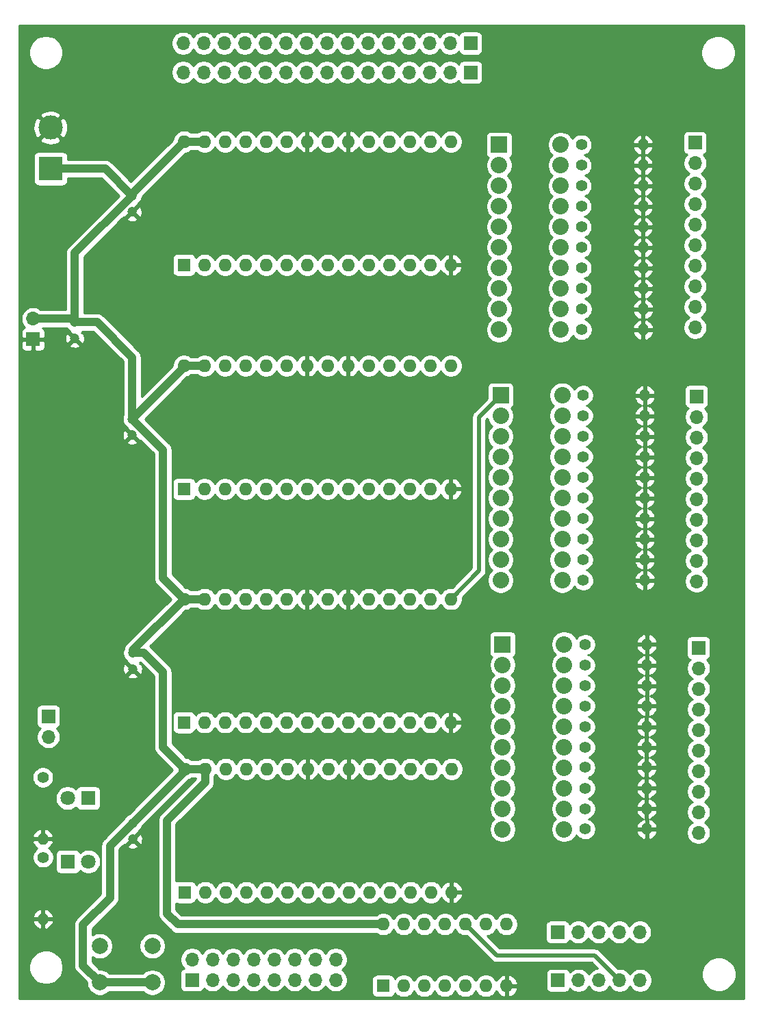
<source format=gbr>
%TF.GenerationSoftware,KiCad,Pcbnew,(5.1.9-0-10_14)*%
%TF.CreationDate,2021-05-08T14:56:37-04:00*%
%TF.ProjectId,CONTROL_LOGIC,434f4e54-524f-44c5-9f4c-4f4749432e6b,rev?*%
%TF.SameCoordinates,Original*%
%TF.FileFunction,Copper,L3,Inr*%
%TF.FilePolarity,Positive*%
%FSLAX46Y46*%
G04 Gerber Fmt 4.6, Leading zero omitted, Abs format (unit mm)*
G04 Created by KiCad (PCBNEW (5.1.9-0-10_14)) date 2021-05-08 14:56:37*
%MOMM*%
%LPD*%
G01*
G04 APERTURE LIST*
%TA.AperFunction,ComponentPad*%
%ADD10O,1.400000X1.400000*%
%TD*%
%TA.AperFunction,ComponentPad*%
%ADD11C,1.400000*%
%TD*%
%TA.AperFunction,ComponentPad*%
%ADD12R,1.700000X1.700000*%
%TD*%
%TA.AperFunction,ComponentPad*%
%ADD13O,1.700000X1.700000*%
%TD*%
%TA.AperFunction,ComponentPad*%
%ADD14R,1.600000X1.600000*%
%TD*%
%TA.AperFunction,ComponentPad*%
%ADD15O,1.600000X1.600000*%
%TD*%
%TA.AperFunction,ComponentPad*%
%ADD16C,3.000000*%
%TD*%
%TA.AperFunction,ComponentPad*%
%ADD17R,3.000000X3.000000*%
%TD*%
%TA.AperFunction,ComponentPad*%
%ADD18R,1.800000X1.800000*%
%TD*%
%TA.AperFunction,ComponentPad*%
%ADD19C,1.800000*%
%TD*%
%TA.AperFunction,ComponentPad*%
%ADD20C,2.032000*%
%TD*%
%TA.AperFunction,ComponentPad*%
%ADD21R,2.032000X2.032000*%
%TD*%
%TA.AperFunction,ComponentPad*%
%ADD22C,2.000000*%
%TD*%
%TA.AperFunction,ComponentPad*%
%ADD23C,1.200000*%
%TD*%
%TA.AperFunction,Conductor*%
%ADD24C,1.000000*%
%TD*%
%TA.AperFunction,Conductor*%
%ADD25C,0.500000*%
%TD*%
%TA.AperFunction,Conductor*%
%ADD26C,0.254000*%
%TD*%
%TA.AperFunction,Conductor*%
%ADD27C,0.100000*%
%TD*%
G04 APERTURE END LIST*
D10*
%TO.N,GND*%
%TO.C,R32*%
X174166400Y-117374600D03*
D11*
%TO.N,Net-(BAR3-Pad20)*%
X166546400Y-117374600D03*
%TD*%
D10*
%TO.N,GND*%
%TO.C,R31*%
X174166400Y-119954600D03*
D11*
%TO.N,Net-(BAR3-Pad19)*%
X166546400Y-119954600D03*
%TD*%
D10*
%TO.N,GND*%
%TO.C,R30*%
X174166400Y-122494600D03*
D11*
%TO.N,Net-(BAR3-Pad18)*%
X166546400Y-122494600D03*
%TD*%
D10*
%TO.N,GND*%
%TO.C,R29*%
X174166400Y-125014600D03*
D11*
%TO.N,Net-(BAR3-Pad17)*%
X166546400Y-125014600D03*
%TD*%
D10*
%TO.N,GND*%
%TO.C,R28*%
X174156400Y-127564600D03*
D11*
%TO.N,Net-(BAR3-Pad16)*%
X166536400Y-127564600D03*
%TD*%
D10*
%TO.N,GND*%
%TO.C,R27*%
X174156400Y-130104600D03*
D11*
%TO.N,Net-(BAR3-Pad15)*%
X166536400Y-130104600D03*
%TD*%
D10*
%TO.N,GND*%
%TO.C,R26*%
X174146400Y-132594600D03*
D11*
%TO.N,Net-(BAR3-Pad14)*%
X166526400Y-132594600D03*
%TD*%
D10*
%TO.N,GND*%
%TO.C,R25*%
X174156400Y-135154600D03*
D11*
%TO.N,Net-(BAR3-Pad13)*%
X166536400Y-135154600D03*
%TD*%
D10*
%TO.N,GND*%
%TO.C,R24*%
X174156400Y-137694600D03*
D11*
%TO.N,Net-(BAR3-Pad12)*%
X166536400Y-137694600D03*
%TD*%
D10*
%TO.N,GND*%
%TO.C,R23*%
X174166400Y-140214600D03*
D11*
%TO.N,Net-(BAR3-Pad11)*%
X166546400Y-140214600D03*
%TD*%
D10*
%TO.N,GND*%
%TO.C,R22*%
X173916400Y-86594600D03*
D11*
%TO.N,Net-(BAR2-Pad20)*%
X166296400Y-86594600D03*
%TD*%
D10*
%TO.N,GND*%
%TO.C,R21*%
X173916400Y-89124600D03*
D11*
%TO.N,Net-(BAR2-Pad19)*%
X166296400Y-89124600D03*
%TD*%
D10*
%TO.N,GND*%
%TO.C,R20*%
X173916400Y-91674600D03*
D11*
%TO.N,Net-(BAR2-Pad18)*%
X166296400Y-91674600D03*
%TD*%
D10*
%TO.N,GND*%
%TO.C,R19*%
X173916400Y-94204600D03*
D11*
%TO.N,Net-(BAR2-Pad17)*%
X166296400Y-94204600D03*
%TD*%
D10*
%TO.N,GND*%
%TO.C,R18*%
X173916400Y-96754600D03*
D11*
%TO.N,Net-(BAR2-Pad16)*%
X166296400Y-96754600D03*
%TD*%
D10*
%TO.N,GND*%
%TO.C,R17*%
X173906400Y-99294600D03*
D11*
%TO.N,Net-(BAR2-Pad15)*%
X166286400Y-99294600D03*
%TD*%
D10*
%TO.N,GND*%
%TO.C,R16*%
X173916400Y-101824600D03*
D11*
%TO.N,Net-(BAR2-Pad14)*%
X166296400Y-101824600D03*
%TD*%
D10*
%TO.N,GND*%
%TO.C,R15*%
X173916400Y-104374600D03*
D11*
%TO.N,Net-(BAR2-Pad13)*%
X166296400Y-104374600D03*
%TD*%
D10*
%TO.N,GND*%
%TO.C,R14*%
X173916400Y-106914600D03*
D11*
%TO.N,Net-(BAR2-Pad12)*%
X166296400Y-106914600D03*
%TD*%
D10*
%TO.N,GND*%
%TO.C,R13*%
X173926400Y-109464600D03*
D11*
%TO.N,Net-(BAR2-Pad11)*%
X166306400Y-109464600D03*
%TD*%
D10*
%TO.N,GND*%
%TO.C,R12*%
X173696400Y-55624600D03*
D11*
%TO.N,Net-(BAR1-Pad20)*%
X166076400Y-55624600D03*
%TD*%
D10*
%TO.N,GND*%
%TO.C,R11*%
X173696400Y-58174600D03*
D11*
%TO.N,Net-(BAR1-Pad19)*%
X166076400Y-58174600D03*
%TD*%
D10*
%TO.N,GND*%
%TO.C,R10*%
X173696400Y-60704600D03*
D11*
%TO.N,Net-(BAR1-Pad18)*%
X166076400Y-60704600D03*
%TD*%
D10*
%TO.N,GND*%
%TO.C,R9*%
X173696400Y-63224600D03*
D11*
%TO.N,Net-(BAR1-Pad17)*%
X166076400Y-63224600D03*
%TD*%
D10*
%TO.N,GND*%
%TO.C,R8*%
X173696400Y-65784600D03*
D11*
%TO.N,Net-(BAR1-Pad16)*%
X166076400Y-65784600D03*
%TD*%
D10*
%TO.N,GND*%
%TO.C,R7*%
X173696400Y-68324600D03*
D11*
%TO.N,Net-(BAR1-Pad15)*%
X166076400Y-68324600D03*
%TD*%
D10*
%TO.N,GND*%
%TO.C,R6*%
X173706400Y-70864600D03*
D11*
%TO.N,Net-(BAR1-Pad14)*%
X166086400Y-70864600D03*
%TD*%
D10*
%TO.N,GND*%
%TO.C,R5*%
X173706400Y-73414600D03*
D11*
%TO.N,Net-(BAR1-Pad13)*%
X166086400Y-73414600D03*
%TD*%
D10*
%TO.N,GND*%
%TO.C,R4*%
X173716400Y-75944600D03*
D11*
%TO.N,Net-(BAR1-Pad12)*%
X166096400Y-75944600D03*
%TD*%
D10*
%TO.N,GND*%
%TO.C,R3*%
X173716400Y-78484600D03*
D11*
%TO.N,Net-(BAR1-Pad11)*%
X166096400Y-78484600D03*
%TD*%
D12*
%TO.N,Net-(J11-Pad1)*%
%TO.C,J11*%
X163186400Y-158904600D03*
D13*
%TO.N,Net-(J11-Pad2)*%
X165726400Y-158904600D03*
%TO.N,Net-(J11-Pad3)*%
X168266400Y-158904600D03*
%TO.N,Net-(J11-Pad4)*%
X170806400Y-158904600D03*
%TO.N,Net-(J11-Pad5)*%
X173346400Y-158904600D03*
%TD*%
D12*
%TO.N,Net-(J10-Pad1)*%
%TO.C,J10*%
X163136400Y-152944600D03*
D13*
%TO.N,Net-(J10-Pad2)*%
X165676400Y-152944600D03*
%TO.N,Net-(J10-Pad3)*%
X168216400Y-152944600D03*
%TO.N,Net-(J10-Pad4)*%
X170756400Y-152944600D03*
%TO.N,Net-(J10-Pad5)*%
X173296400Y-152944600D03*
%TD*%
D11*
%TO.N,Net-(D2-Pad1)*%
%TO.C,R2*%
X99466400Y-143704600D03*
D10*
%TO.N,GND*%
X99466400Y-151324600D03*
%TD*%
D11*
%TO.N,Net-(D1-Pad1)*%
%TO.C,R1*%
X99446400Y-133814600D03*
D10*
%TO.N,GND*%
X99446400Y-141434600D03*
%TD*%
D14*
%TO.N,/D32*%
%TO.C,U1*%
X141576400Y-159594600D03*
D15*
%TO.N,Net-(J11-Pad3)*%
X156816400Y-151974600D03*
%TO.N,Net-(J4-Pad10)*%
X144116400Y-159594600D03*
%TO.N,Net-(J10-Pad3)*%
X154276400Y-151974600D03*
%TO.N,Net-(J10-Pad5)*%
X146656400Y-159594600D03*
%TO.N,Net-(J11-Pad4)*%
X151736400Y-151974600D03*
%TO.N,Net-(J11-Pad1)*%
X149196400Y-159594600D03*
%TO.N,Net-(J10-Pad2)*%
X149196400Y-151974600D03*
%TO.N,Net-(J10-Pad4)*%
X151736400Y-159594600D03*
%TO.N,Net-(J11-Pad5)*%
X146656400Y-151974600D03*
%TO.N,Net-(J11-Pad2)*%
X154276400Y-159594600D03*
%TO.N,Net-(J10-Pad1)*%
X144116400Y-151974600D03*
%TO.N,GND*%
X156816400Y-159594600D03*
%TO.N,VCC*%
X141576400Y-151974600D03*
%TD*%
D12*
%TO.N,/D32*%
%TO.C,J9*%
X100136400Y-126274600D03*
D13*
%TO.N,/D31*%
X100136400Y-128814600D03*
%TD*%
D12*
%TO.N,/D30*%
%TO.C,J8*%
X180566400Y-117784600D03*
D13*
%TO.N,/D29*%
X180566400Y-120324600D03*
%TO.N,/D28*%
X180566400Y-122864600D03*
%TO.N,/D27*%
X180566400Y-125404600D03*
%TO.N,/D26*%
X180566400Y-127944600D03*
%TO.N,/D25*%
X180566400Y-130484600D03*
%TO.N,/D24*%
X180566400Y-133024600D03*
%TO.N,/D23*%
X180566400Y-135564600D03*
%TO.N,/D22*%
X180566400Y-138104600D03*
%TO.N,/D21*%
X180566400Y-140644600D03*
%TD*%
D12*
%TO.N,/D20*%
%TO.C,J7*%
X180326400Y-86714600D03*
D13*
%TO.N,/D19*%
X180326400Y-89254600D03*
%TO.N,/D18*%
X180326400Y-91794600D03*
%TO.N,/D17*%
X180326400Y-94334600D03*
%TO.N,/D16*%
X180326400Y-96874600D03*
%TO.N,/D15*%
X180326400Y-99414600D03*
%TO.N,/D14*%
X180326400Y-101954600D03*
%TO.N,/D13*%
X180326400Y-104494600D03*
%TO.N,/D12*%
X180326400Y-107034600D03*
%TO.N,/D11*%
X180326400Y-109574600D03*
%TD*%
%TO.N,/D1*%
%TO.C,J3*%
X180146400Y-78224600D03*
%TO.N,/D2*%
X180146400Y-75684600D03*
%TO.N,/D3*%
X180146400Y-73144600D03*
%TO.N,/D4*%
X180146400Y-70604600D03*
%TO.N,/D5*%
X180146400Y-68064600D03*
%TO.N,/D6*%
X180146400Y-65524600D03*
%TO.N,/D7*%
X180146400Y-62984600D03*
%TO.N,/D8*%
X180146400Y-60444600D03*
%TO.N,/D9*%
X180146400Y-57904600D03*
D12*
%TO.N,/D10*%
X180146400Y-55364600D03*
%TD*%
%TO.N,/D32*%
%TO.C,J4*%
X117906400Y-158874600D03*
D13*
X117906400Y-156334600D03*
X120446400Y-158874600D03*
X120446400Y-156334600D03*
X122986400Y-158874600D03*
X122986400Y-156334600D03*
X125526400Y-158874600D03*
X125526400Y-156334600D03*
%TO.N,Net-(J4-Pad10)*%
X128066400Y-158874600D03*
X128066400Y-156334600D03*
X130606400Y-158874600D03*
X130606400Y-156334600D03*
X133146400Y-158874600D03*
X133146400Y-156334600D03*
X135686400Y-158874600D03*
X135686400Y-156334600D03*
%TD*%
%TO.N,/INST8*%
%TO.C,J6*%
X116806400Y-43069600D03*
%TO.N,/INST7*%
X119346400Y-43069600D03*
%TO.N,/INST6*%
X121886400Y-43069600D03*
%TO.N,/INST5*%
X124426400Y-43069600D03*
%TO.N,/INST4*%
X126966400Y-43069600D03*
%TO.N,/INST3*%
X129506400Y-43069600D03*
%TO.N,/INST2*%
X132046400Y-43069600D03*
%TO.N,/INST1*%
X134586400Y-43069600D03*
%TO.N,/FLAG4*%
X137126400Y-43069600D03*
%TO.N,/FLAG3*%
X139666400Y-43069600D03*
%TO.N,/FLAG2*%
X142206400Y-43069600D03*
%TO.N,/FLAG1*%
X144746400Y-43069600D03*
%TO.N,/STEP3*%
X147286400Y-43069600D03*
%TO.N,/STEP2*%
X149826400Y-43069600D03*
D12*
%TO.N,/STEP1*%
X152366400Y-43069600D03*
%TD*%
D16*
%TO.N,GND*%
%TO.C,J5*%
X100401400Y-53509600D03*
D17*
%TO.N,VCC*%
X100401400Y-58589600D03*
%TD*%
D18*
%TO.N,Net-(D2-Pad1)*%
%TO.C,D2*%
X102546400Y-144224600D03*
D19*
%TO.N,/D32*%
X105086400Y-144224600D03*
%TD*%
D18*
%TO.N,Net-(D1-Pad1)*%
%TO.C,D1*%
X105046400Y-136384600D03*
D19*
%TO.N,/D31*%
X102506400Y-136384600D03*
%TD*%
D20*
%TO.N,Net-(BAR3-Pad20)*%
%TO.C,BAR3*%
X163946400Y-117364600D03*
%TO.N,Net-(BAR3-Pad19)*%
X163946400Y-119904600D03*
%TO.N,Net-(BAR3-Pad18)*%
X163946400Y-122444600D03*
%TO.N,Net-(BAR3-Pad17)*%
X163946400Y-124984600D03*
%TO.N,/D22*%
X156326400Y-137684600D03*
%TO.N,/D21*%
X156326400Y-140224600D03*
%TO.N,Net-(BAR3-Pad11)*%
X163946400Y-140224600D03*
%TO.N,Net-(BAR3-Pad12)*%
X163946400Y-137684600D03*
%TO.N,/D23*%
X156326400Y-135144600D03*
%TO.N,/D24*%
X156326400Y-132604600D03*
%TO.N,/D25*%
X156326400Y-130064600D03*
%TO.N,/D26*%
X156326400Y-127524600D03*
%TO.N,Net-(BAR3-Pad16)*%
X163946400Y-127524600D03*
%TO.N,Net-(BAR3-Pad15)*%
X163946400Y-130064600D03*
%TO.N,Net-(BAR3-Pad14)*%
X163946400Y-132604600D03*
%TO.N,Net-(BAR3-Pad13)*%
X163946400Y-135144600D03*
%TO.N,/D27*%
X156326400Y-124984600D03*
%TO.N,/D28*%
X156326400Y-122444600D03*
%TO.N,/D29*%
X156326400Y-119904600D03*
D21*
%TO.N,/D30*%
X156326400Y-117364600D03*
%TD*%
%TO.N,/D20*%
%TO.C,BAR2*%
X156086400Y-86594600D03*
D20*
%TO.N,/D19*%
X156086400Y-89134600D03*
%TO.N,/D18*%
X156086400Y-91674600D03*
%TO.N,/D17*%
X156086400Y-94214600D03*
%TO.N,Net-(BAR2-Pad13)*%
X163706400Y-104374600D03*
%TO.N,Net-(BAR2-Pad14)*%
X163706400Y-101834600D03*
%TO.N,Net-(BAR2-Pad15)*%
X163706400Y-99294600D03*
%TO.N,Net-(BAR2-Pad16)*%
X163706400Y-96754600D03*
%TO.N,/D16*%
X156086400Y-96754600D03*
%TO.N,/D15*%
X156086400Y-99294600D03*
%TO.N,/D14*%
X156086400Y-101834600D03*
%TO.N,/D13*%
X156086400Y-104374600D03*
%TO.N,Net-(BAR2-Pad12)*%
X163706400Y-106914600D03*
%TO.N,Net-(BAR2-Pad11)*%
X163706400Y-109454600D03*
%TO.N,/D11*%
X156086400Y-109454600D03*
%TO.N,/D12*%
X156086400Y-106914600D03*
%TO.N,Net-(BAR2-Pad17)*%
X163706400Y-94214600D03*
%TO.N,Net-(BAR2-Pad18)*%
X163706400Y-91674600D03*
%TO.N,Net-(BAR2-Pad19)*%
X163706400Y-89134600D03*
%TO.N,Net-(BAR2-Pad20)*%
X163706400Y-86594600D03*
%TD*%
%TO.N,Net-(BAR1-Pad20)*%
%TO.C,BAR1*%
X163516400Y-55624600D03*
%TO.N,Net-(BAR1-Pad19)*%
X163516400Y-58164600D03*
%TO.N,Net-(BAR1-Pad18)*%
X163516400Y-60704600D03*
%TO.N,Net-(BAR1-Pad17)*%
X163516400Y-63244600D03*
%TO.N,/D2*%
X155896400Y-75944600D03*
%TO.N,/D1*%
X155896400Y-78484600D03*
%TO.N,Net-(BAR1-Pad11)*%
X163516400Y-78484600D03*
%TO.N,Net-(BAR1-Pad12)*%
X163516400Y-75944600D03*
%TO.N,/D3*%
X155896400Y-73404600D03*
%TO.N,/D4*%
X155896400Y-70864600D03*
%TO.N,/D5*%
X155896400Y-68324600D03*
%TO.N,/D6*%
X155896400Y-65784600D03*
%TO.N,Net-(BAR1-Pad16)*%
X163516400Y-65784600D03*
%TO.N,Net-(BAR1-Pad15)*%
X163516400Y-68324600D03*
%TO.N,Net-(BAR1-Pad14)*%
X163516400Y-70864600D03*
%TO.N,Net-(BAR1-Pad13)*%
X163516400Y-73404600D03*
%TO.N,/D7*%
X155896400Y-63244600D03*
%TO.N,/D8*%
X155896400Y-60704600D03*
%TO.N,/D9*%
X155896400Y-58164600D03*
D21*
%TO.N,/D10*%
X155896400Y-55624600D03*
%TD*%
D22*
%TO.N,VCC*%
%TO.C,SW1*%
X106496400Y-159159600D03*
%TO.N,/D32*%
X106496400Y-154659600D03*
%TO.N,VCC*%
X112996400Y-159159600D03*
%TO.N,/D32*%
X112996400Y-154659600D03*
%TD*%
D13*
%TO.N,/INST8*%
%TO.C,J2*%
X116806400Y-46669600D03*
%TO.N,/INST7*%
X119346400Y-46669600D03*
%TO.N,/INST6*%
X121886400Y-46669600D03*
%TO.N,/INST5*%
X124426400Y-46669600D03*
%TO.N,/INST4*%
X126966400Y-46669600D03*
%TO.N,/INST3*%
X129506400Y-46669600D03*
%TO.N,/INST2*%
X132046400Y-46669600D03*
%TO.N,/INST1*%
X134586400Y-46669600D03*
%TO.N,/FLAG4*%
X137126400Y-46669600D03*
%TO.N,/FLAG3*%
X139666400Y-46669600D03*
%TO.N,/FLAG2*%
X142206400Y-46669600D03*
%TO.N,/FLAG1*%
X144746400Y-46669600D03*
%TO.N,/STEP3*%
X147286400Y-46669600D03*
%TO.N,/STEP2*%
X149826400Y-46669600D03*
D12*
%TO.N,/STEP1*%
X152366400Y-46669600D03*
%TD*%
%TO.N,GND*%
%TO.C,J1*%
X98231400Y-79669600D03*
D13*
%TO.N,VCC*%
X98231400Y-77129600D03*
%TD*%
D14*
%TO.N,/INST8*%
%TO.C,EEPROM4*%
X116996400Y-148014600D03*
D15*
%TO.N,/D28*%
X150016400Y-132774600D03*
%TO.N,/INST6*%
X119536400Y-148014600D03*
%TO.N,/D29*%
X147476400Y-132774600D03*
%TO.N,/INST1*%
X122076400Y-148014600D03*
%TO.N,/D30*%
X144936400Y-132774600D03*
%TO.N,/FLAG4*%
X124616400Y-148014600D03*
%TO.N,/D31*%
X142396400Y-132774600D03*
%TO.N,/FLAG3*%
X127156400Y-148014600D03*
%TO.N,/D32*%
X139856400Y-132774600D03*
%TO.N,/FLAG2*%
X129696400Y-148014600D03*
%TO.N,GND*%
X137316400Y-132774600D03*
%TO.N,/FLAG1*%
X132236400Y-148014600D03*
%TO.N,/INST4*%
X134776400Y-132774600D03*
%TO.N,/STEP3*%
X134776400Y-148014600D03*
%TO.N,GND*%
X132236400Y-132774600D03*
%TO.N,/STEP2*%
X137316400Y-148014600D03*
%TO.N,/INST5*%
X129696400Y-132774600D03*
%TO.N,/STEP1*%
X139856400Y-148014600D03*
%TO.N,/INST3*%
X127156400Y-132774600D03*
%TO.N,/D25*%
X142396400Y-148014600D03*
%TO.N,/INST2*%
X124616400Y-132774600D03*
%TO.N,/D26*%
X144936400Y-148014600D03*
%TO.N,/INST7*%
X122076400Y-132774600D03*
%TO.N,/D27*%
X147476400Y-148014600D03*
%TO.N,VCC*%
X119536400Y-132774600D03*
%TO.N,GND*%
X150016400Y-148014600D03*
%TO.N,VCC*%
X116996400Y-132774600D03*
%TD*%
D14*
%TO.N,/INST8*%
%TO.C,EEPROM3*%
X116900400Y-127014600D03*
D15*
%TO.N,/D20*%
X149920400Y-111774600D03*
%TO.N,/INST6*%
X119440400Y-127014600D03*
%TO.N,/D21*%
X147380400Y-111774600D03*
%TO.N,/INST1*%
X121980400Y-127014600D03*
%TO.N,/D22*%
X144840400Y-111774600D03*
%TO.N,/FLAG4*%
X124520400Y-127014600D03*
%TO.N,/D23*%
X142300400Y-111774600D03*
%TO.N,/FLAG3*%
X127060400Y-127014600D03*
%TO.N,/D24*%
X139760400Y-111774600D03*
%TO.N,/FLAG2*%
X129600400Y-127014600D03*
%TO.N,GND*%
X137220400Y-111774600D03*
%TO.N,/FLAG1*%
X132140400Y-127014600D03*
%TO.N,/INST4*%
X134680400Y-111774600D03*
%TO.N,/STEP3*%
X134680400Y-127014600D03*
%TO.N,GND*%
X132140400Y-111774600D03*
%TO.N,/STEP2*%
X137220400Y-127014600D03*
%TO.N,/INST5*%
X129600400Y-111774600D03*
%TO.N,/STEP1*%
X139760400Y-127014600D03*
%TO.N,/INST3*%
X127060400Y-111774600D03*
%TO.N,/D17*%
X142300400Y-127014600D03*
%TO.N,/INST2*%
X124520400Y-111774600D03*
%TO.N,/D18*%
X144840400Y-127014600D03*
%TO.N,/INST7*%
X121980400Y-111774600D03*
%TO.N,/D19*%
X147380400Y-127014600D03*
%TO.N,VCC*%
X119440400Y-111774600D03*
%TO.N,GND*%
X149920400Y-127014600D03*
%TO.N,VCC*%
X116900400Y-111774600D03*
%TD*%
D14*
%TO.N,/INST8*%
%TO.C,EEPROM2*%
X116910400Y-98178600D03*
D15*
%TO.N,/D12*%
X149930400Y-82938600D03*
%TO.N,/INST6*%
X119450400Y-98178600D03*
%TO.N,/D13*%
X147390400Y-82938600D03*
%TO.N,/INST1*%
X121990400Y-98178600D03*
%TO.N,/D14*%
X144850400Y-82938600D03*
%TO.N,/FLAG4*%
X124530400Y-98178600D03*
%TO.N,/D15*%
X142310400Y-82938600D03*
%TO.N,/FLAG3*%
X127070400Y-98178600D03*
%TO.N,/D16*%
X139770400Y-82938600D03*
%TO.N,/FLAG2*%
X129610400Y-98178600D03*
%TO.N,GND*%
X137230400Y-82938600D03*
%TO.N,/FLAG1*%
X132150400Y-98178600D03*
%TO.N,/INST4*%
X134690400Y-82938600D03*
%TO.N,/STEP3*%
X134690400Y-98178600D03*
%TO.N,GND*%
X132150400Y-82938600D03*
%TO.N,/STEP2*%
X137230400Y-98178600D03*
%TO.N,/INST5*%
X129610400Y-82938600D03*
%TO.N,/STEP1*%
X139770400Y-98178600D03*
%TO.N,/INST3*%
X127070400Y-82938600D03*
%TO.N,/D9*%
X142310400Y-98178600D03*
%TO.N,/INST2*%
X124530400Y-82938600D03*
%TO.N,/D10*%
X144850400Y-98178600D03*
%TO.N,/INST7*%
X121990400Y-82938600D03*
%TO.N,/D11*%
X147390400Y-98178600D03*
%TO.N,VCC*%
X119450400Y-82938600D03*
%TO.N,GND*%
X149930400Y-98178600D03*
%TO.N,VCC*%
X116910400Y-82938600D03*
%TD*%
%TO.N,VCC*%
%TO.C,EEPROM1*%
X116916400Y-55234600D03*
%TO.N,GND*%
X149936400Y-70474600D03*
%TO.N,VCC*%
X119456400Y-55234600D03*
%TO.N,/D3*%
X147396400Y-70474600D03*
%TO.N,/INST7*%
X121996400Y-55234600D03*
%TO.N,/D2*%
X144856400Y-70474600D03*
%TO.N,/INST2*%
X124536400Y-55234600D03*
%TO.N,/D1*%
X142316400Y-70474600D03*
%TO.N,/INST3*%
X127076400Y-55234600D03*
%TO.N,/STEP1*%
X139776400Y-70474600D03*
%TO.N,/INST5*%
X129616400Y-55234600D03*
%TO.N,/STEP2*%
X137236400Y-70474600D03*
%TO.N,GND*%
X132156400Y-55234600D03*
%TO.N,/STEP3*%
X134696400Y-70474600D03*
%TO.N,/INST4*%
X134696400Y-55234600D03*
%TO.N,/FLAG1*%
X132156400Y-70474600D03*
%TO.N,GND*%
X137236400Y-55234600D03*
%TO.N,/FLAG2*%
X129616400Y-70474600D03*
%TO.N,/D8*%
X139776400Y-55234600D03*
%TO.N,/FLAG3*%
X127076400Y-70474600D03*
%TO.N,/D7*%
X142316400Y-55234600D03*
%TO.N,/FLAG4*%
X124536400Y-70474600D03*
%TO.N,/D6*%
X144856400Y-55234600D03*
%TO.N,/INST1*%
X121996400Y-70474600D03*
%TO.N,/D5*%
X147396400Y-55234600D03*
%TO.N,/INST6*%
X119456400Y-70474600D03*
%TO.N,/D4*%
X149936400Y-55234600D03*
D14*
%TO.N,/INST8*%
X116916400Y-70474600D03*
%TD*%
D23*
%TO.N,VCC*%
%TO.C,C5*%
X110566400Y-118434600D03*
%TO.N,GND*%
X110566400Y-120434600D03*
%TD*%
%TO.N,VCC*%
%TO.C,C4*%
X110571400Y-139464600D03*
%TO.N,GND*%
X110571400Y-141464600D03*
%TD*%
%TO.N,GND*%
%TO.C,C3*%
X110491400Y-63924600D03*
%TO.N,VCC*%
X110491400Y-61924600D03*
%TD*%
%TO.N,VCC*%
%TO.C,C2*%
X110506400Y-89509600D03*
%TO.N,GND*%
X110506400Y-91509600D03*
%TD*%
%TO.N,VCC*%
%TO.C,C1*%
X103406400Y-77544600D03*
%TO.N,GND*%
X103406400Y-79544600D03*
%TD*%
D24*
%TO.N,VCC*%
X107156400Y-58589600D02*
X110491400Y-61924600D01*
X100401400Y-58589600D02*
X107156400Y-58589600D01*
X116916400Y-55234600D02*
X119456400Y-55234600D01*
X102991400Y-77129600D02*
X103406400Y-77544600D01*
X98231400Y-77129600D02*
X102991400Y-77129600D01*
X119450400Y-82938600D02*
X116910400Y-82938600D01*
X116910400Y-83105600D02*
X110506400Y-89509600D01*
X116910400Y-82938600D02*
X116910400Y-83105600D01*
X110491400Y-61659600D02*
X116916400Y-55234600D01*
X110491400Y-61924600D02*
X110491400Y-61659600D01*
X103406400Y-69009600D02*
X110491400Y-61924600D01*
X103406400Y-77544600D02*
X103406400Y-69009600D01*
X103406400Y-77544600D02*
X106146400Y-77544600D01*
X110506400Y-81904600D02*
X110506400Y-89509600D01*
X106146400Y-77544600D02*
X110506400Y-81904600D01*
X110506400Y-89509600D02*
X114316400Y-93319600D01*
X114316400Y-109190600D02*
X116900400Y-111774600D01*
X114316400Y-93319600D02*
X114316400Y-109190600D01*
X119440400Y-111774600D02*
X116900400Y-111774600D01*
X110566400Y-118108600D02*
X116900400Y-111774600D01*
X110566400Y-118434600D02*
X110566400Y-118108600D01*
X110566400Y-118434600D02*
X111936400Y-118434600D01*
X111936400Y-118434600D02*
X114316400Y-120814600D01*
X114316400Y-130094600D02*
X116996400Y-132774600D01*
X114316400Y-120814600D02*
X114316400Y-130094600D01*
X119536400Y-132774600D02*
X116996400Y-132774600D01*
X116996400Y-133039600D02*
X110571400Y-139464600D01*
X116996400Y-132774600D02*
X116996400Y-133039600D01*
X106496400Y-159159600D02*
X112996400Y-159159600D01*
X119536400Y-134423602D02*
X114816400Y-139143602D01*
X119536400Y-132774600D02*
X119536400Y-134423602D01*
X114816400Y-139143602D02*
X114816400Y-150664600D01*
X116126400Y-151974600D02*
X141576400Y-151974600D01*
X114816400Y-150664600D02*
X116126400Y-151974600D01*
X104406400Y-152064600D02*
X104406400Y-157069600D01*
X104406400Y-157069600D02*
X106496400Y-159159600D01*
X107766400Y-148704600D02*
X104406400Y-152064600D01*
X107766400Y-142269600D02*
X107766400Y-148704600D01*
X110571400Y-139464600D02*
X107766400Y-142269600D01*
D25*
%TO.N,/D20*%
X156086400Y-86594600D02*
X153406400Y-89274600D01*
X153406400Y-108288600D02*
X149920400Y-111774600D01*
X153406400Y-89274600D02*
X153406400Y-108288600D01*
%TO.N,Net-(J11-Pad4)*%
X151736400Y-151974600D02*
X155586400Y-155824600D01*
X167726400Y-155824600D02*
X170806400Y-158904600D01*
X155586400Y-155824600D02*
X167726400Y-155824600D01*
%TD*%
D26*
%TO.N,GND*%
X186216401Y-161164600D02*
X96526400Y-161164600D01*
X96526400Y-157084321D01*
X97701400Y-157084321D01*
X97701400Y-157504879D01*
X97783447Y-157917356D01*
X97944388Y-158305902D01*
X98178037Y-158655583D01*
X98475417Y-158952963D01*
X98825098Y-159186612D01*
X99213644Y-159347553D01*
X99626121Y-159429600D01*
X100046679Y-159429600D01*
X100459156Y-159347553D01*
X100847702Y-159186612D01*
X101197383Y-158952963D01*
X101494763Y-158655583D01*
X101728412Y-158305902D01*
X101889353Y-157917356D01*
X101971400Y-157504879D01*
X101971400Y-157084321D01*
X101889353Y-156671844D01*
X101728412Y-156283298D01*
X101494763Y-155933617D01*
X101197383Y-155636237D01*
X100847702Y-155402588D01*
X100459156Y-155241647D01*
X100046679Y-155159600D01*
X99626121Y-155159600D01*
X99213644Y-155241647D01*
X98825098Y-155402588D01*
X98475417Y-155636237D01*
X98178037Y-155933617D01*
X97944388Y-156283298D01*
X97783447Y-156671844D01*
X97701400Y-157084321D01*
X96526400Y-157084321D01*
X96526400Y-151657930D01*
X98173678Y-151657930D01*
X98263547Y-151903723D01*
X98399641Y-152127260D01*
X98576730Y-152319951D01*
X98788008Y-152474392D01*
X99025356Y-152584647D01*
X99133071Y-152617316D01*
X99339400Y-152493974D01*
X99339400Y-151451600D01*
X99593400Y-151451600D01*
X99593400Y-152493974D01*
X99799729Y-152617316D01*
X99907444Y-152584647D01*
X100144792Y-152474392D01*
X100356070Y-152319951D01*
X100533159Y-152127260D01*
X100669253Y-151903723D01*
X100759122Y-151657930D01*
X100636601Y-151451600D01*
X99593400Y-151451600D01*
X99339400Y-151451600D01*
X98296199Y-151451600D01*
X98173678Y-151657930D01*
X96526400Y-151657930D01*
X96526400Y-150991270D01*
X98173678Y-150991270D01*
X98296199Y-151197600D01*
X99339400Y-151197600D01*
X99339400Y-150155226D01*
X99593400Y-150155226D01*
X99593400Y-151197600D01*
X100636601Y-151197600D01*
X100759122Y-150991270D01*
X100669253Y-150745477D01*
X100533159Y-150521940D01*
X100356070Y-150329249D01*
X100144792Y-150174808D01*
X99907444Y-150064553D01*
X99799729Y-150031884D01*
X99593400Y-150155226D01*
X99339400Y-150155226D01*
X99133071Y-150031884D01*
X99025356Y-150064553D01*
X98788008Y-150174808D01*
X98576730Y-150329249D01*
X98399641Y-150521940D01*
X98263547Y-150745477D01*
X98173678Y-150991270D01*
X96526400Y-150991270D01*
X96526400Y-143573114D01*
X98131400Y-143573114D01*
X98131400Y-143836086D01*
X98182704Y-144094005D01*
X98283339Y-144336959D01*
X98429438Y-144555613D01*
X98615387Y-144741562D01*
X98834041Y-144887661D01*
X99076995Y-144988296D01*
X99334914Y-145039600D01*
X99597886Y-145039600D01*
X99855805Y-144988296D01*
X100098759Y-144887661D01*
X100317413Y-144741562D01*
X100503362Y-144555613D01*
X100649461Y-144336959D01*
X100750096Y-144094005D01*
X100801400Y-143836086D01*
X100801400Y-143573114D01*
X100751967Y-143324600D01*
X101008328Y-143324600D01*
X101008328Y-145124600D01*
X101020588Y-145249082D01*
X101056898Y-145368780D01*
X101115863Y-145479094D01*
X101195215Y-145575785D01*
X101291906Y-145655137D01*
X101402220Y-145714102D01*
X101521918Y-145750412D01*
X101646400Y-145762672D01*
X103446400Y-145762672D01*
X103570882Y-145750412D01*
X103690580Y-145714102D01*
X103800894Y-145655137D01*
X103897585Y-145575785D01*
X103976937Y-145479094D01*
X104035902Y-145368780D01*
X104041456Y-145350473D01*
X104107895Y-145416912D01*
X104359305Y-145584899D01*
X104638657Y-145700611D01*
X104935216Y-145759600D01*
X105237584Y-145759600D01*
X105534143Y-145700611D01*
X105813495Y-145584899D01*
X106064905Y-145416912D01*
X106278712Y-145203105D01*
X106446699Y-144951695D01*
X106562411Y-144672343D01*
X106621400Y-144375784D01*
X106621400Y-144073416D01*
X106562411Y-143776857D01*
X106446699Y-143497505D01*
X106278712Y-143246095D01*
X106064905Y-143032288D01*
X105813495Y-142864301D01*
X105534143Y-142748589D01*
X105237584Y-142689600D01*
X104935216Y-142689600D01*
X104638657Y-142748589D01*
X104359305Y-142864301D01*
X104107895Y-143032288D01*
X104041456Y-143098727D01*
X104035902Y-143080420D01*
X103976937Y-142970106D01*
X103897585Y-142873415D01*
X103800894Y-142794063D01*
X103690580Y-142735098D01*
X103570882Y-142698788D01*
X103446400Y-142686528D01*
X101646400Y-142686528D01*
X101521918Y-142698788D01*
X101402220Y-142735098D01*
X101291906Y-142794063D01*
X101195215Y-142873415D01*
X101115863Y-142970106D01*
X101056898Y-143080420D01*
X101020588Y-143200118D01*
X101008328Y-143324600D01*
X100751967Y-143324600D01*
X100750096Y-143315195D01*
X100649461Y-143072241D01*
X100503362Y-142853587D01*
X100317413Y-142667638D01*
X100157282Y-142560642D01*
X100336070Y-142429951D01*
X100513159Y-142237260D01*
X100649253Y-142013723D01*
X100739122Y-141767930D01*
X100616601Y-141561600D01*
X99573400Y-141561600D01*
X99573400Y-141581600D01*
X99319400Y-141581600D01*
X99319400Y-141561600D01*
X98276199Y-141561600D01*
X98153678Y-141767930D01*
X98243547Y-142013723D01*
X98379641Y-142237260D01*
X98556730Y-142429951D01*
X98754620Y-142574606D01*
X98615387Y-142667638D01*
X98429438Y-142853587D01*
X98283339Y-143072241D01*
X98182704Y-143315195D01*
X98131400Y-143573114D01*
X96526400Y-143573114D01*
X96526400Y-141101270D01*
X98153678Y-141101270D01*
X98276199Y-141307600D01*
X99319400Y-141307600D01*
X99319400Y-140265226D01*
X99573400Y-140265226D01*
X99573400Y-141307600D01*
X100616601Y-141307600D01*
X100739122Y-141101270D01*
X100649253Y-140855477D01*
X100513159Y-140631940D01*
X100336070Y-140439249D01*
X100124792Y-140284808D01*
X99887444Y-140174553D01*
X99779729Y-140141884D01*
X99573400Y-140265226D01*
X99319400Y-140265226D01*
X99113071Y-140141884D01*
X99005356Y-140174553D01*
X98768008Y-140284808D01*
X98556730Y-140439249D01*
X98379641Y-140631940D01*
X98243547Y-140855477D01*
X98153678Y-141101270D01*
X96526400Y-141101270D01*
X96526400Y-136233416D01*
X100971400Y-136233416D01*
X100971400Y-136535784D01*
X101030389Y-136832343D01*
X101146101Y-137111695D01*
X101314088Y-137363105D01*
X101527895Y-137576912D01*
X101779305Y-137744899D01*
X102058657Y-137860611D01*
X102355216Y-137919600D01*
X102657584Y-137919600D01*
X102954143Y-137860611D01*
X103233495Y-137744899D01*
X103484905Y-137576912D01*
X103551344Y-137510473D01*
X103556898Y-137528780D01*
X103615863Y-137639094D01*
X103695215Y-137735785D01*
X103791906Y-137815137D01*
X103902220Y-137874102D01*
X104021918Y-137910412D01*
X104146400Y-137922672D01*
X105946400Y-137922672D01*
X106070882Y-137910412D01*
X106190580Y-137874102D01*
X106300894Y-137815137D01*
X106397585Y-137735785D01*
X106476937Y-137639094D01*
X106535902Y-137528780D01*
X106572212Y-137409082D01*
X106584472Y-137284600D01*
X106584472Y-135484600D01*
X106572212Y-135360118D01*
X106535902Y-135240420D01*
X106476937Y-135130106D01*
X106397585Y-135033415D01*
X106300894Y-134954063D01*
X106190580Y-134895098D01*
X106070882Y-134858788D01*
X105946400Y-134846528D01*
X104146400Y-134846528D01*
X104021918Y-134858788D01*
X103902220Y-134895098D01*
X103791906Y-134954063D01*
X103695215Y-135033415D01*
X103615863Y-135130106D01*
X103556898Y-135240420D01*
X103551344Y-135258727D01*
X103484905Y-135192288D01*
X103233495Y-135024301D01*
X102954143Y-134908589D01*
X102657584Y-134849600D01*
X102355216Y-134849600D01*
X102058657Y-134908589D01*
X101779305Y-135024301D01*
X101527895Y-135192288D01*
X101314088Y-135406095D01*
X101146101Y-135657505D01*
X101030389Y-135936857D01*
X100971400Y-136233416D01*
X96526400Y-136233416D01*
X96526400Y-133683114D01*
X98111400Y-133683114D01*
X98111400Y-133946086D01*
X98162704Y-134204005D01*
X98263339Y-134446959D01*
X98409438Y-134665613D01*
X98595387Y-134851562D01*
X98814041Y-134997661D01*
X99056995Y-135098296D01*
X99314914Y-135149600D01*
X99577886Y-135149600D01*
X99835805Y-135098296D01*
X100078759Y-134997661D01*
X100297413Y-134851562D01*
X100483362Y-134665613D01*
X100629461Y-134446959D01*
X100730096Y-134204005D01*
X100781400Y-133946086D01*
X100781400Y-133683114D01*
X100730096Y-133425195D01*
X100629461Y-133182241D01*
X100483362Y-132963587D01*
X100297413Y-132777638D01*
X100078759Y-132631539D01*
X99835805Y-132530904D01*
X99577886Y-132479600D01*
X99314914Y-132479600D01*
X99056995Y-132530904D01*
X98814041Y-132631539D01*
X98595387Y-132777638D01*
X98409438Y-132963587D01*
X98263339Y-133182241D01*
X98162704Y-133425195D01*
X98111400Y-133683114D01*
X96526400Y-133683114D01*
X96526400Y-125424600D01*
X98648328Y-125424600D01*
X98648328Y-127124600D01*
X98660588Y-127249082D01*
X98696898Y-127368780D01*
X98755863Y-127479094D01*
X98835215Y-127575785D01*
X98931906Y-127655137D01*
X99042220Y-127714102D01*
X99114780Y-127736113D01*
X98982925Y-127867968D01*
X98820410Y-128111189D01*
X98708468Y-128381442D01*
X98651400Y-128668340D01*
X98651400Y-128960860D01*
X98708468Y-129247758D01*
X98820410Y-129518011D01*
X98982925Y-129761232D01*
X99189768Y-129968075D01*
X99432989Y-130130590D01*
X99703242Y-130242532D01*
X99990140Y-130299600D01*
X100282660Y-130299600D01*
X100569558Y-130242532D01*
X100839811Y-130130590D01*
X101083032Y-129968075D01*
X101289875Y-129761232D01*
X101452390Y-129518011D01*
X101564332Y-129247758D01*
X101621400Y-128960860D01*
X101621400Y-128668340D01*
X101564332Y-128381442D01*
X101452390Y-128111189D01*
X101289875Y-127867968D01*
X101158020Y-127736113D01*
X101230580Y-127714102D01*
X101340894Y-127655137D01*
X101437585Y-127575785D01*
X101516937Y-127479094D01*
X101575902Y-127368780D01*
X101612212Y-127249082D01*
X101624472Y-127124600D01*
X101624472Y-125424600D01*
X101612212Y-125300118D01*
X101575902Y-125180420D01*
X101516937Y-125070106D01*
X101437585Y-124973415D01*
X101340894Y-124894063D01*
X101230580Y-124835098D01*
X101110882Y-124798788D01*
X100986400Y-124786528D01*
X99286400Y-124786528D01*
X99161918Y-124798788D01*
X99042220Y-124835098D01*
X98931906Y-124894063D01*
X98835215Y-124973415D01*
X98755863Y-125070106D01*
X98696898Y-125180420D01*
X98660588Y-125300118D01*
X98648328Y-125424600D01*
X96526400Y-125424600D01*
X96526400Y-121284364D01*
X109896241Y-121284364D01*
X109943548Y-121507948D01*
X110164916Y-121608837D01*
X110401713Y-121664600D01*
X110644838Y-121673095D01*
X110884949Y-121633995D01*
X111112818Y-121548802D01*
X111189252Y-121507948D01*
X111236559Y-121284364D01*
X110566400Y-120614205D01*
X109896241Y-121284364D01*
X96526400Y-121284364D01*
X96526400Y-120513038D01*
X109327905Y-120513038D01*
X109367005Y-120753149D01*
X109452198Y-120981018D01*
X109493052Y-121057452D01*
X109716636Y-121104759D01*
X110386795Y-120434600D01*
X109716636Y-119764441D01*
X109493052Y-119811748D01*
X109392163Y-120033116D01*
X109336400Y-120269913D01*
X109327905Y-120513038D01*
X96526400Y-120513038D01*
X96526400Y-92359364D01*
X109836241Y-92359364D01*
X109883548Y-92582948D01*
X110104916Y-92683837D01*
X110341713Y-92739600D01*
X110584838Y-92748095D01*
X110824949Y-92708995D01*
X111052818Y-92623802D01*
X111129252Y-92582948D01*
X111176559Y-92359364D01*
X110506400Y-91689205D01*
X109836241Y-92359364D01*
X96526400Y-92359364D01*
X96526400Y-91588038D01*
X109267905Y-91588038D01*
X109307005Y-91828149D01*
X109392198Y-92056018D01*
X109433052Y-92132452D01*
X109656636Y-92179759D01*
X110326795Y-91509600D01*
X109656636Y-90839441D01*
X109433052Y-90886748D01*
X109332163Y-91108116D01*
X109276400Y-91344913D01*
X109267905Y-91588038D01*
X96526400Y-91588038D01*
X96526400Y-80519600D01*
X96743328Y-80519600D01*
X96755588Y-80644082D01*
X96791898Y-80763780D01*
X96850863Y-80874094D01*
X96930215Y-80970785D01*
X97026906Y-81050137D01*
X97137220Y-81109102D01*
X97256918Y-81145412D01*
X97381400Y-81157672D01*
X97945650Y-81154600D01*
X98104400Y-80995850D01*
X98104400Y-79796600D01*
X98358400Y-79796600D01*
X98358400Y-80995850D01*
X98517150Y-81154600D01*
X99081400Y-81157672D01*
X99205882Y-81145412D01*
X99325580Y-81109102D01*
X99435894Y-81050137D01*
X99532585Y-80970785D01*
X99611937Y-80874094D01*
X99670902Y-80763780D01*
X99707212Y-80644082D01*
X99719472Y-80519600D01*
X99718791Y-80394364D01*
X102736241Y-80394364D01*
X102783548Y-80617948D01*
X103004916Y-80718837D01*
X103241713Y-80774600D01*
X103484838Y-80783095D01*
X103724949Y-80743995D01*
X103952818Y-80658802D01*
X104029252Y-80617948D01*
X104076559Y-80394364D01*
X103406400Y-79724205D01*
X102736241Y-80394364D01*
X99718791Y-80394364D01*
X99716400Y-79955350D01*
X99557650Y-79796600D01*
X98358400Y-79796600D01*
X98104400Y-79796600D01*
X96905150Y-79796600D01*
X96746400Y-79955350D01*
X96743328Y-80519600D01*
X96526400Y-80519600D01*
X96526400Y-79623038D01*
X102167905Y-79623038D01*
X102207005Y-79863149D01*
X102292198Y-80091018D01*
X102333052Y-80167452D01*
X102556636Y-80214759D01*
X103226795Y-79544600D01*
X102556636Y-78874441D01*
X102333052Y-78921748D01*
X102232163Y-79143116D01*
X102176400Y-79379913D01*
X102167905Y-79623038D01*
X96526400Y-79623038D01*
X96526400Y-78819600D01*
X96743328Y-78819600D01*
X96746400Y-79383850D01*
X96905150Y-79542600D01*
X98104400Y-79542600D01*
X98104400Y-79522600D01*
X98358400Y-79522600D01*
X98358400Y-79542600D01*
X99557650Y-79542600D01*
X99716400Y-79383850D01*
X99719472Y-78819600D01*
X99707212Y-78695118D01*
X99670902Y-78575420D01*
X99611937Y-78465106D01*
X99532585Y-78368415D01*
X99435894Y-78289063D01*
X99390128Y-78264600D01*
X102402167Y-78264600D01*
X102447113Y-78331867D01*
X102619133Y-78503887D01*
X102757133Y-78596096D01*
X102736241Y-78694836D01*
X103406400Y-79364995D01*
X103420543Y-79350853D01*
X103600148Y-79530458D01*
X103586005Y-79544600D01*
X104256164Y-80214759D01*
X104479748Y-80167452D01*
X104580637Y-79946084D01*
X104636400Y-79709287D01*
X104644895Y-79466162D01*
X104605795Y-79226051D01*
X104520602Y-78998182D01*
X104479748Y-78921748D01*
X104256166Y-78874442D01*
X104373272Y-78757336D01*
X104295536Y-78679600D01*
X105676269Y-78679600D01*
X109371400Y-82374732D01*
X109371401Y-89022519D01*
X109318860Y-89149364D01*
X109271400Y-89387963D01*
X109271400Y-89631237D01*
X109318860Y-89869836D01*
X109411957Y-90094592D01*
X109547113Y-90296867D01*
X109719133Y-90468887D01*
X109857133Y-90561096D01*
X109836241Y-90659836D01*
X110506400Y-91329995D01*
X110520543Y-91315853D01*
X110700148Y-91495458D01*
X110686005Y-91509600D01*
X111356164Y-92179759D01*
X111533835Y-92142167D01*
X113181400Y-93789733D01*
X113181401Y-109134839D01*
X113175909Y-109190600D01*
X113197823Y-109413098D01*
X113262724Y-109627046D01*
X113262725Y-109627047D01*
X113368117Y-109824223D01*
X113509952Y-109997049D01*
X113553260Y-110032591D01*
X115295268Y-111774599D01*
X109803260Y-117266609D01*
X109759952Y-117302151D01*
X109618117Y-117474977D01*
X109512724Y-117672153D01*
X109458893Y-117849608D01*
X109447823Y-117886102D01*
X109445010Y-117914664D01*
X109378860Y-118074364D01*
X109331400Y-118312963D01*
X109331400Y-118556237D01*
X109378860Y-118794836D01*
X109471957Y-119019592D01*
X109607113Y-119221867D01*
X109779133Y-119393887D01*
X109917133Y-119486096D01*
X109896241Y-119584836D01*
X110566400Y-120254995D01*
X110580543Y-120240853D01*
X110760148Y-120420458D01*
X110746005Y-120434600D01*
X111416164Y-121104759D01*
X111639748Y-121057452D01*
X111740637Y-120836084D01*
X111796400Y-120599287D01*
X111804895Y-120356162D01*
X111765795Y-120116051D01*
X111680602Y-119888182D01*
X111639748Y-119811748D01*
X111416166Y-119764442D01*
X111533272Y-119647336D01*
X111455536Y-119569600D01*
X111466269Y-119569600D01*
X113181400Y-121284732D01*
X113181401Y-130038839D01*
X113175909Y-130094600D01*
X113197823Y-130317098D01*
X113262724Y-130531046D01*
X113262725Y-130531047D01*
X113368117Y-130728223D01*
X113509952Y-130901049D01*
X113553260Y-130936591D01*
X115523768Y-132907100D01*
X110113253Y-138317616D01*
X109986408Y-138370157D01*
X109784133Y-138505313D01*
X109612113Y-138677333D01*
X109476957Y-138879608D01*
X109424417Y-139006451D01*
X107003265Y-141427604D01*
X106959951Y-141463151D01*
X106818116Y-141635977D01*
X106747587Y-141767930D01*
X106712724Y-141833154D01*
X106647823Y-142047102D01*
X106625909Y-142269600D01*
X106631400Y-142325352D01*
X106631401Y-148234466D01*
X103643265Y-151222604D01*
X103599951Y-151258151D01*
X103458116Y-151430977D01*
X103391277Y-151556026D01*
X103352724Y-151628154D01*
X103287823Y-151842102D01*
X103265909Y-152064600D01*
X103271400Y-152120352D01*
X103271401Y-157013839D01*
X103265909Y-157069600D01*
X103287823Y-157292098D01*
X103352724Y-157506046D01*
X103401784Y-157597830D01*
X103458117Y-157703223D01*
X103599952Y-157876049D01*
X103643260Y-157911591D01*
X104861400Y-159129732D01*
X104861400Y-159320633D01*
X104924232Y-159636512D01*
X105047482Y-159934063D01*
X105226413Y-160201852D01*
X105454148Y-160429587D01*
X105721937Y-160608518D01*
X106019488Y-160731768D01*
X106335367Y-160794600D01*
X106657433Y-160794600D01*
X106973312Y-160731768D01*
X107270863Y-160608518D01*
X107538652Y-160429587D01*
X107673639Y-160294600D01*
X111819161Y-160294600D01*
X111954148Y-160429587D01*
X112221937Y-160608518D01*
X112519488Y-160731768D01*
X112835367Y-160794600D01*
X113157433Y-160794600D01*
X113473312Y-160731768D01*
X113770863Y-160608518D01*
X114038652Y-160429587D01*
X114266387Y-160201852D01*
X114445318Y-159934063D01*
X114568568Y-159636512D01*
X114631400Y-159320633D01*
X114631400Y-158998567D01*
X114568568Y-158682688D01*
X114445318Y-158385137D01*
X114266387Y-158117348D01*
X114173639Y-158024600D01*
X116418328Y-158024600D01*
X116418328Y-159724600D01*
X116430588Y-159849082D01*
X116466898Y-159968780D01*
X116525863Y-160079094D01*
X116605215Y-160175785D01*
X116701906Y-160255137D01*
X116812220Y-160314102D01*
X116931918Y-160350412D01*
X117056400Y-160362672D01*
X118756400Y-160362672D01*
X118880882Y-160350412D01*
X119000580Y-160314102D01*
X119110894Y-160255137D01*
X119207585Y-160175785D01*
X119286937Y-160079094D01*
X119345902Y-159968780D01*
X119367913Y-159896220D01*
X119499768Y-160028075D01*
X119742989Y-160190590D01*
X120013242Y-160302532D01*
X120300140Y-160359600D01*
X120592660Y-160359600D01*
X120879558Y-160302532D01*
X121149811Y-160190590D01*
X121393032Y-160028075D01*
X121599875Y-159821232D01*
X121716400Y-159646840D01*
X121832925Y-159821232D01*
X122039768Y-160028075D01*
X122282989Y-160190590D01*
X122553242Y-160302532D01*
X122840140Y-160359600D01*
X123132660Y-160359600D01*
X123419558Y-160302532D01*
X123689811Y-160190590D01*
X123933032Y-160028075D01*
X124139875Y-159821232D01*
X124256400Y-159646840D01*
X124372925Y-159821232D01*
X124579768Y-160028075D01*
X124822989Y-160190590D01*
X125093242Y-160302532D01*
X125380140Y-160359600D01*
X125672660Y-160359600D01*
X125959558Y-160302532D01*
X126229811Y-160190590D01*
X126473032Y-160028075D01*
X126679875Y-159821232D01*
X126796400Y-159646840D01*
X126912925Y-159821232D01*
X127119768Y-160028075D01*
X127362989Y-160190590D01*
X127633242Y-160302532D01*
X127920140Y-160359600D01*
X128212660Y-160359600D01*
X128499558Y-160302532D01*
X128769811Y-160190590D01*
X129013032Y-160028075D01*
X129219875Y-159821232D01*
X129336400Y-159646840D01*
X129452925Y-159821232D01*
X129659768Y-160028075D01*
X129902989Y-160190590D01*
X130173242Y-160302532D01*
X130460140Y-160359600D01*
X130752660Y-160359600D01*
X131039558Y-160302532D01*
X131309811Y-160190590D01*
X131553032Y-160028075D01*
X131759875Y-159821232D01*
X131876400Y-159646840D01*
X131992925Y-159821232D01*
X132199768Y-160028075D01*
X132442989Y-160190590D01*
X132713242Y-160302532D01*
X133000140Y-160359600D01*
X133292660Y-160359600D01*
X133579558Y-160302532D01*
X133849811Y-160190590D01*
X134093032Y-160028075D01*
X134299875Y-159821232D01*
X134416400Y-159646840D01*
X134532925Y-159821232D01*
X134739768Y-160028075D01*
X134982989Y-160190590D01*
X135253242Y-160302532D01*
X135540140Y-160359600D01*
X135832660Y-160359600D01*
X136119558Y-160302532D01*
X136389811Y-160190590D01*
X136633032Y-160028075D01*
X136839875Y-159821232D01*
X137002390Y-159578011D01*
X137114332Y-159307758D01*
X137171400Y-159020860D01*
X137171400Y-158794600D01*
X140138328Y-158794600D01*
X140138328Y-160394600D01*
X140150588Y-160519082D01*
X140186898Y-160638780D01*
X140245863Y-160749094D01*
X140325215Y-160845785D01*
X140421906Y-160925137D01*
X140532220Y-160984102D01*
X140651918Y-161020412D01*
X140776400Y-161032672D01*
X142376400Y-161032672D01*
X142500882Y-161020412D01*
X142620580Y-160984102D01*
X142730894Y-160925137D01*
X142827585Y-160845785D01*
X142906937Y-160749094D01*
X142965902Y-160638780D01*
X143002212Y-160519082D01*
X143003043Y-160510639D01*
X143201641Y-160709237D01*
X143436673Y-160866280D01*
X143697826Y-160974453D01*
X143975065Y-161029600D01*
X144257735Y-161029600D01*
X144534974Y-160974453D01*
X144796127Y-160866280D01*
X145031159Y-160709237D01*
X145231037Y-160509359D01*
X145386400Y-160276841D01*
X145541763Y-160509359D01*
X145741641Y-160709237D01*
X145976673Y-160866280D01*
X146237826Y-160974453D01*
X146515065Y-161029600D01*
X146797735Y-161029600D01*
X147074974Y-160974453D01*
X147336127Y-160866280D01*
X147571159Y-160709237D01*
X147771037Y-160509359D01*
X147926400Y-160276841D01*
X148081763Y-160509359D01*
X148281641Y-160709237D01*
X148516673Y-160866280D01*
X148777826Y-160974453D01*
X149055065Y-161029600D01*
X149337735Y-161029600D01*
X149614974Y-160974453D01*
X149876127Y-160866280D01*
X150111159Y-160709237D01*
X150311037Y-160509359D01*
X150466400Y-160276841D01*
X150621763Y-160509359D01*
X150821641Y-160709237D01*
X151056673Y-160866280D01*
X151317826Y-160974453D01*
X151595065Y-161029600D01*
X151877735Y-161029600D01*
X152154974Y-160974453D01*
X152416127Y-160866280D01*
X152651159Y-160709237D01*
X152851037Y-160509359D01*
X153006400Y-160276841D01*
X153161763Y-160509359D01*
X153361641Y-160709237D01*
X153596673Y-160866280D01*
X153857826Y-160974453D01*
X154135065Y-161029600D01*
X154417735Y-161029600D01*
X154694974Y-160974453D01*
X154956127Y-160866280D01*
X155191159Y-160709237D01*
X155391037Y-160509359D01*
X155548080Y-160274327D01*
X155552467Y-160263735D01*
X155664015Y-160449731D01*
X155852986Y-160658119D01*
X156078980Y-160825637D01*
X156333313Y-160945846D01*
X156467361Y-160986504D01*
X156689400Y-160864515D01*
X156689400Y-159721600D01*
X156943400Y-159721600D01*
X156943400Y-160864515D01*
X157165439Y-160986504D01*
X157299487Y-160945846D01*
X157553820Y-160825637D01*
X157779814Y-160658119D01*
X157968785Y-160449731D01*
X158113470Y-160208481D01*
X158208309Y-159943640D01*
X158087024Y-159721600D01*
X156943400Y-159721600D01*
X156689400Y-159721600D01*
X156669400Y-159721600D01*
X156669400Y-159467600D01*
X156689400Y-159467600D01*
X156689400Y-158324685D01*
X156943400Y-158324685D01*
X156943400Y-159467600D01*
X158087024Y-159467600D01*
X158208309Y-159245560D01*
X158113470Y-158980719D01*
X157968785Y-158739469D01*
X157779814Y-158531081D01*
X157553820Y-158363563D01*
X157299487Y-158243354D01*
X157165439Y-158202696D01*
X156943400Y-158324685D01*
X156689400Y-158324685D01*
X156467361Y-158202696D01*
X156333313Y-158243354D01*
X156078980Y-158363563D01*
X155852986Y-158531081D01*
X155664015Y-158739469D01*
X155552467Y-158925465D01*
X155548080Y-158914873D01*
X155391037Y-158679841D01*
X155191159Y-158479963D01*
X154956127Y-158322920D01*
X154694974Y-158214747D01*
X154417735Y-158159600D01*
X154135065Y-158159600D01*
X153857826Y-158214747D01*
X153596673Y-158322920D01*
X153361641Y-158479963D01*
X153161763Y-158679841D01*
X153006400Y-158912359D01*
X152851037Y-158679841D01*
X152651159Y-158479963D01*
X152416127Y-158322920D01*
X152154974Y-158214747D01*
X151877735Y-158159600D01*
X151595065Y-158159600D01*
X151317826Y-158214747D01*
X151056673Y-158322920D01*
X150821641Y-158479963D01*
X150621763Y-158679841D01*
X150466400Y-158912359D01*
X150311037Y-158679841D01*
X150111159Y-158479963D01*
X149876127Y-158322920D01*
X149614974Y-158214747D01*
X149337735Y-158159600D01*
X149055065Y-158159600D01*
X148777826Y-158214747D01*
X148516673Y-158322920D01*
X148281641Y-158479963D01*
X148081763Y-158679841D01*
X147926400Y-158912359D01*
X147771037Y-158679841D01*
X147571159Y-158479963D01*
X147336127Y-158322920D01*
X147074974Y-158214747D01*
X146797735Y-158159600D01*
X146515065Y-158159600D01*
X146237826Y-158214747D01*
X145976673Y-158322920D01*
X145741641Y-158479963D01*
X145541763Y-158679841D01*
X145386400Y-158912359D01*
X145231037Y-158679841D01*
X145031159Y-158479963D01*
X144796127Y-158322920D01*
X144534974Y-158214747D01*
X144257735Y-158159600D01*
X143975065Y-158159600D01*
X143697826Y-158214747D01*
X143436673Y-158322920D01*
X143201641Y-158479963D01*
X143003043Y-158678561D01*
X143002212Y-158670118D01*
X142965902Y-158550420D01*
X142906937Y-158440106D01*
X142827585Y-158343415D01*
X142730894Y-158264063D01*
X142620580Y-158205098D01*
X142500882Y-158168788D01*
X142376400Y-158156528D01*
X140776400Y-158156528D01*
X140651918Y-158168788D01*
X140532220Y-158205098D01*
X140421906Y-158264063D01*
X140325215Y-158343415D01*
X140245863Y-158440106D01*
X140186898Y-158550420D01*
X140150588Y-158670118D01*
X140138328Y-158794600D01*
X137171400Y-158794600D01*
X137171400Y-158728340D01*
X137114332Y-158441442D01*
X137002390Y-158171189D01*
X136839875Y-157927968D01*
X136633032Y-157721125D01*
X136458640Y-157604600D01*
X136633032Y-157488075D01*
X136839875Y-157281232D01*
X137002390Y-157038011D01*
X137114332Y-156767758D01*
X137171400Y-156480860D01*
X137171400Y-156188340D01*
X137114332Y-155901442D01*
X137002390Y-155631189D01*
X136839875Y-155387968D01*
X136633032Y-155181125D01*
X136389811Y-155018610D01*
X136119558Y-154906668D01*
X135832660Y-154849600D01*
X135540140Y-154849600D01*
X135253242Y-154906668D01*
X134982989Y-155018610D01*
X134739768Y-155181125D01*
X134532925Y-155387968D01*
X134416400Y-155562360D01*
X134299875Y-155387968D01*
X134093032Y-155181125D01*
X133849811Y-155018610D01*
X133579558Y-154906668D01*
X133292660Y-154849600D01*
X133000140Y-154849600D01*
X132713242Y-154906668D01*
X132442989Y-155018610D01*
X132199768Y-155181125D01*
X131992925Y-155387968D01*
X131876400Y-155562360D01*
X131759875Y-155387968D01*
X131553032Y-155181125D01*
X131309811Y-155018610D01*
X131039558Y-154906668D01*
X130752660Y-154849600D01*
X130460140Y-154849600D01*
X130173242Y-154906668D01*
X129902989Y-155018610D01*
X129659768Y-155181125D01*
X129452925Y-155387968D01*
X129336400Y-155562360D01*
X129219875Y-155387968D01*
X129013032Y-155181125D01*
X128769811Y-155018610D01*
X128499558Y-154906668D01*
X128212660Y-154849600D01*
X127920140Y-154849600D01*
X127633242Y-154906668D01*
X127362989Y-155018610D01*
X127119768Y-155181125D01*
X126912925Y-155387968D01*
X126796400Y-155562360D01*
X126679875Y-155387968D01*
X126473032Y-155181125D01*
X126229811Y-155018610D01*
X125959558Y-154906668D01*
X125672660Y-154849600D01*
X125380140Y-154849600D01*
X125093242Y-154906668D01*
X124822989Y-155018610D01*
X124579768Y-155181125D01*
X124372925Y-155387968D01*
X124256400Y-155562360D01*
X124139875Y-155387968D01*
X123933032Y-155181125D01*
X123689811Y-155018610D01*
X123419558Y-154906668D01*
X123132660Y-154849600D01*
X122840140Y-154849600D01*
X122553242Y-154906668D01*
X122282989Y-155018610D01*
X122039768Y-155181125D01*
X121832925Y-155387968D01*
X121716400Y-155562360D01*
X121599875Y-155387968D01*
X121393032Y-155181125D01*
X121149811Y-155018610D01*
X120879558Y-154906668D01*
X120592660Y-154849600D01*
X120300140Y-154849600D01*
X120013242Y-154906668D01*
X119742989Y-155018610D01*
X119499768Y-155181125D01*
X119292925Y-155387968D01*
X119176400Y-155562360D01*
X119059875Y-155387968D01*
X118853032Y-155181125D01*
X118609811Y-155018610D01*
X118339558Y-154906668D01*
X118052660Y-154849600D01*
X117760140Y-154849600D01*
X117473242Y-154906668D01*
X117202989Y-155018610D01*
X116959768Y-155181125D01*
X116752925Y-155387968D01*
X116590410Y-155631189D01*
X116478468Y-155901442D01*
X116421400Y-156188340D01*
X116421400Y-156480860D01*
X116478468Y-156767758D01*
X116590410Y-157038011D01*
X116752925Y-157281232D01*
X116884780Y-157413087D01*
X116812220Y-157435098D01*
X116701906Y-157494063D01*
X116605215Y-157573415D01*
X116525863Y-157670106D01*
X116466898Y-157780420D01*
X116430588Y-157900118D01*
X116418328Y-158024600D01*
X114173639Y-158024600D01*
X114038652Y-157889613D01*
X113770863Y-157710682D01*
X113473312Y-157587432D01*
X113157433Y-157524600D01*
X112835367Y-157524600D01*
X112519488Y-157587432D01*
X112221937Y-157710682D01*
X111954148Y-157889613D01*
X111819161Y-158024600D01*
X107673639Y-158024600D01*
X107538652Y-157889613D01*
X107270863Y-157710682D01*
X106973312Y-157587432D01*
X106657433Y-157524600D01*
X106466532Y-157524600D01*
X105541400Y-156599469D01*
X105541400Y-155987887D01*
X105721937Y-156108518D01*
X106019488Y-156231768D01*
X106335367Y-156294600D01*
X106657433Y-156294600D01*
X106973312Y-156231768D01*
X107270863Y-156108518D01*
X107538652Y-155929587D01*
X107766387Y-155701852D01*
X107945318Y-155434063D01*
X108068568Y-155136512D01*
X108131400Y-154820633D01*
X108131400Y-154498567D01*
X111361400Y-154498567D01*
X111361400Y-154820633D01*
X111424232Y-155136512D01*
X111547482Y-155434063D01*
X111726413Y-155701852D01*
X111954148Y-155929587D01*
X112221937Y-156108518D01*
X112519488Y-156231768D01*
X112835367Y-156294600D01*
X113157433Y-156294600D01*
X113473312Y-156231768D01*
X113770863Y-156108518D01*
X114038652Y-155929587D01*
X114266387Y-155701852D01*
X114445318Y-155434063D01*
X114568568Y-155136512D01*
X114631400Y-154820633D01*
X114631400Y-154498567D01*
X114568568Y-154182688D01*
X114445318Y-153885137D01*
X114266387Y-153617348D01*
X114038652Y-153389613D01*
X113770863Y-153210682D01*
X113473312Y-153087432D01*
X113157433Y-153024600D01*
X112835367Y-153024600D01*
X112519488Y-153087432D01*
X112221937Y-153210682D01*
X111954148Y-153389613D01*
X111726413Y-153617348D01*
X111547482Y-153885137D01*
X111424232Y-154182688D01*
X111361400Y-154498567D01*
X108131400Y-154498567D01*
X108068568Y-154182688D01*
X107945318Y-153885137D01*
X107766387Y-153617348D01*
X107538652Y-153389613D01*
X107270863Y-153210682D01*
X106973312Y-153087432D01*
X106657433Y-153024600D01*
X106335367Y-153024600D01*
X106019488Y-153087432D01*
X105721937Y-153210682D01*
X105541400Y-153331313D01*
X105541400Y-152534731D01*
X108529546Y-149546587D01*
X108572849Y-149511049D01*
X108630820Y-149440412D01*
X108714684Y-149338223D01*
X108820076Y-149141047D01*
X108884977Y-148927099D01*
X108906891Y-148704600D01*
X108901400Y-148648848D01*
X108901400Y-142739731D01*
X109326767Y-142314364D01*
X109901241Y-142314364D01*
X109948548Y-142537948D01*
X110169916Y-142638837D01*
X110406713Y-142694600D01*
X110649838Y-142703095D01*
X110889949Y-142663995D01*
X111117818Y-142578802D01*
X111194252Y-142537948D01*
X111241559Y-142314364D01*
X110571400Y-141644205D01*
X109901241Y-142314364D01*
X109326767Y-142314364D01*
X109543965Y-142097166D01*
X109721636Y-142134759D01*
X110391795Y-141464600D01*
X110751005Y-141464600D01*
X111421164Y-142134759D01*
X111644748Y-142087452D01*
X111745637Y-141866084D01*
X111801400Y-141629287D01*
X111809895Y-141386162D01*
X111770795Y-141146051D01*
X111685602Y-140918182D01*
X111644748Y-140841748D01*
X111421164Y-140794441D01*
X110751005Y-141464600D01*
X110391795Y-141464600D01*
X110377653Y-141450458D01*
X110557258Y-141270853D01*
X110571400Y-141284995D01*
X111241559Y-140614836D01*
X111220667Y-140516096D01*
X111358667Y-140423887D01*
X111530687Y-140251867D01*
X111665843Y-140049592D01*
X111718384Y-139922747D01*
X117537382Y-134103750D01*
X117676127Y-134046280D01*
X117880684Y-133909600D01*
X118401400Y-133909600D01*
X118401400Y-133953470D01*
X114053265Y-138301606D01*
X114009951Y-138337153D01*
X113868116Y-138509979D01*
X113800198Y-138637047D01*
X113762724Y-138707156D01*
X113697823Y-138921104D01*
X113675909Y-139143602D01*
X113681400Y-139199354D01*
X113681401Y-150608839D01*
X113675909Y-150664600D01*
X113697823Y-150887098D01*
X113762724Y-151101046D01*
X113811784Y-151192830D01*
X113868117Y-151298223D01*
X114009952Y-151471049D01*
X114053260Y-151506591D01*
X115284408Y-152737740D01*
X115319951Y-152781049D01*
X115429615Y-152871048D01*
X115492777Y-152922884D01*
X115689953Y-153028276D01*
X115903901Y-153093177D01*
X116126400Y-153115091D01*
X116182152Y-153109600D01*
X140692116Y-153109600D01*
X140896673Y-153246280D01*
X141157826Y-153354453D01*
X141435065Y-153409600D01*
X141717735Y-153409600D01*
X141994974Y-153354453D01*
X142256127Y-153246280D01*
X142491159Y-153089237D01*
X142691037Y-152889359D01*
X142846400Y-152656841D01*
X143001763Y-152889359D01*
X143201641Y-153089237D01*
X143436673Y-153246280D01*
X143697826Y-153354453D01*
X143975065Y-153409600D01*
X144257735Y-153409600D01*
X144534974Y-153354453D01*
X144796127Y-153246280D01*
X145031159Y-153089237D01*
X145231037Y-152889359D01*
X145386400Y-152656841D01*
X145541763Y-152889359D01*
X145741641Y-153089237D01*
X145976673Y-153246280D01*
X146237826Y-153354453D01*
X146515065Y-153409600D01*
X146797735Y-153409600D01*
X147074974Y-153354453D01*
X147336127Y-153246280D01*
X147571159Y-153089237D01*
X147771037Y-152889359D01*
X147926400Y-152656841D01*
X148081763Y-152889359D01*
X148281641Y-153089237D01*
X148516673Y-153246280D01*
X148777826Y-153354453D01*
X149055065Y-153409600D01*
X149337735Y-153409600D01*
X149614974Y-153354453D01*
X149876127Y-153246280D01*
X150111159Y-153089237D01*
X150311037Y-152889359D01*
X150466400Y-152656841D01*
X150621763Y-152889359D01*
X150821641Y-153089237D01*
X151056673Y-153246280D01*
X151317826Y-153354453D01*
X151595065Y-153409600D01*
X151877735Y-153409600D01*
X151912839Y-153402617D01*
X154929870Y-156419649D01*
X154957583Y-156453417D01*
X154991351Y-156481130D01*
X154991353Y-156481132D01*
X155062852Y-156539810D01*
X155092341Y-156564011D01*
X155246087Y-156646189D01*
X155412910Y-156696795D01*
X155542923Y-156709600D01*
X155542933Y-156709600D01*
X155586399Y-156713881D01*
X155629865Y-156709600D01*
X167359822Y-156709600D01*
X168078170Y-157427948D01*
X167833242Y-157476668D01*
X167562989Y-157588610D01*
X167319768Y-157751125D01*
X167112925Y-157957968D01*
X166996400Y-158132360D01*
X166879875Y-157957968D01*
X166673032Y-157751125D01*
X166429811Y-157588610D01*
X166159558Y-157476668D01*
X165872660Y-157419600D01*
X165580140Y-157419600D01*
X165293242Y-157476668D01*
X165022989Y-157588610D01*
X164779768Y-157751125D01*
X164647913Y-157882980D01*
X164625902Y-157810420D01*
X164566937Y-157700106D01*
X164487585Y-157603415D01*
X164390894Y-157524063D01*
X164280580Y-157465098D01*
X164160882Y-157428788D01*
X164036400Y-157416528D01*
X162336400Y-157416528D01*
X162211918Y-157428788D01*
X162092220Y-157465098D01*
X161981906Y-157524063D01*
X161885215Y-157603415D01*
X161805863Y-157700106D01*
X161746898Y-157810420D01*
X161710588Y-157930118D01*
X161698328Y-158054600D01*
X161698328Y-159754600D01*
X161710588Y-159879082D01*
X161746898Y-159998780D01*
X161805863Y-160109094D01*
X161885215Y-160205785D01*
X161981906Y-160285137D01*
X162092220Y-160344102D01*
X162211918Y-160380412D01*
X162336400Y-160392672D01*
X164036400Y-160392672D01*
X164160882Y-160380412D01*
X164280580Y-160344102D01*
X164390894Y-160285137D01*
X164487585Y-160205785D01*
X164566937Y-160109094D01*
X164625902Y-159998780D01*
X164647913Y-159926220D01*
X164779768Y-160058075D01*
X165022989Y-160220590D01*
X165293242Y-160332532D01*
X165580140Y-160389600D01*
X165872660Y-160389600D01*
X166159558Y-160332532D01*
X166429811Y-160220590D01*
X166673032Y-160058075D01*
X166879875Y-159851232D01*
X166996400Y-159676840D01*
X167112925Y-159851232D01*
X167319768Y-160058075D01*
X167562989Y-160220590D01*
X167833242Y-160332532D01*
X168120140Y-160389600D01*
X168412660Y-160389600D01*
X168699558Y-160332532D01*
X168969811Y-160220590D01*
X169213032Y-160058075D01*
X169419875Y-159851232D01*
X169536400Y-159676840D01*
X169652925Y-159851232D01*
X169859768Y-160058075D01*
X170102989Y-160220590D01*
X170373242Y-160332532D01*
X170660140Y-160389600D01*
X170952660Y-160389600D01*
X171239558Y-160332532D01*
X171509811Y-160220590D01*
X171753032Y-160058075D01*
X171959875Y-159851232D01*
X172076400Y-159676840D01*
X172192925Y-159851232D01*
X172399768Y-160058075D01*
X172642989Y-160220590D01*
X172913242Y-160332532D01*
X173200140Y-160389600D01*
X173492660Y-160389600D01*
X173779558Y-160332532D01*
X174049811Y-160220590D01*
X174293032Y-160058075D01*
X174499875Y-159851232D01*
X174662390Y-159608011D01*
X174774332Y-159337758D01*
X174831400Y-159050860D01*
X174831400Y-158758340D01*
X174774332Y-158471442D01*
X174662390Y-158201189D01*
X174499875Y-157957968D01*
X174486228Y-157944321D01*
X180941400Y-157944321D01*
X180941400Y-158364879D01*
X181023447Y-158777356D01*
X181184388Y-159165902D01*
X181418037Y-159515583D01*
X181715417Y-159812963D01*
X182065098Y-160046612D01*
X182453644Y-160207553D01*
X182866121Y-160289600D01*
X183286679Y-160289600D01*
X183699156Y-160207553D01*
X184087702Y-160046612D01*
X184437383Y-159812963D01*
X184734763Y-159515583D01*
X184968412Y-159165902D01*
X185129353Y-158777356D01*
X185211400Y-158364879D01*
X185211400Y-157944321D01*
X185129353Y-157531844D01*
X184968412Y-157143298D01*
X184734763Y-156793617D01*
X184437383Y-156496237D01*
X184087702Y-156262588D01*
X183699156Y-156101647D01*
X183286679Y-156019600D01*
X182866121Y-156019600D01*
X182453644Y-156101647D01*
X182065098Y-156262588D01*
X181715417Y-156496237D01*
X181418037Y-156793617D01*
X181184388Y-157143298D01*
X181023447Y-157531844D01*
X180941400Y-157944321D01*
X174486228Y-157944321D01*
X174293032Y-157751125D01*
X174049811Y-157588610D01*
X173779558Y-157476668D01*
X173492660Y-157419600D01*
X173200140Y-157419600D01*
X172913242Y-157476668D01*
X172642989Y-157588610D01*
X172399768Y-157751125D01*
X172192925Y-157957968D01*
X172076400Y-158132360D01*
X171959875Y-157957968D01*
X171753032Y-157751125D01*
X171509811Y-157588610D01*
X171239558Y-157476668D01*
X170952660Y-157419600D01*
X170660140Y-157419600D01*
X170587440Y-157434061D01*
X168382934Y-155229556D01*
X168355217Y-155195783D01*
X168220459Y-155085189D01*
X168066713Y-155003011D01*
X167899890Y-154952405D01*
X167769877Y-154939600D01*
X167769869Y-154939600D01*
X167726400Y-154935319D01*
X167682931Y-154939600D01*
X155952979Y-154939600D01*
X154422109Y-153408730D01*
X154694974Y-153354453D01*
X154956127Y-153246280D01*
X155191159Y-153089237D01*
X155391037Y-152889359D01*
X155546400Y-152656841D01*
X155701763Y-152889359D01*
X155901641Y-153089237D01*
X156136673Y-153246280D01*
X156397826Y-153354453D01*
X156675065Y-153409600D01*
X156957735Y-153409600D01*
X157234974Y-153354453D01*
X157496127Y-153246280D01*
X157731159Y-153089237D01*
X157931037Y-152889359D01*
X158088080Y-152654327D01*
X158196253Y-152393174D01*
X158251400Y-152115935D01*
X158251400Y-152094600D01*
X161648328Y-152094600D01*
X161648328Y-153794600D01*
X161660588Y-153919082D01*
X161696898Y-154038780D01*
X161755863Y-154149094D01*
X161835215Y-154245785D01*
X161931906Y-154325137D01*
X162042220Y-154384102D01*
X162161918Y-154420412D01*
X162286400Y-154432672D01*
X163986400Y-154432672D01*
X164110882Y-154420412D01*
X164230580Y-154384102D01*
X164340894Y-154325137D01*
X164437585Y-154245785D01*
X164516937Y-154149094D01*
X164575902Y-154038780D01*
X164597913Y-153966220D01*
X164729768Y-154098075D01*
X164972989Y-154260590D01*
X165243242Y-154372532D01*
X165530140Y-154429600D01*
X165822660Y-154429600D01*
X166109558Y-154372532D01*
X166379811Y-154260590D01*
X166623032Y-154098075D01*
X166829875Y-153891232D01*
X166946400Y-153716840D01*
X167062925Y-153891232D01*
X167269768Y-154098075D01*
X167512989Y-154260590D01*
X167783242Y-154372532D01*
X168070140Y-154429600D01*
X168362660Y-154429600D01*
X168649558Y-154372532D01*
X168919811Y-154260590D01*
X169163032Y-154098075D01*
X169369875Y-153891232D01*
X169486400Y-153716840D01*
X169602925Y-153891232D01*
X169809768Y-154098075D01*
X170052989Y-154260590D01*
X170323242Y-154372532D01*
X170610140Y-154429600D01*
X170902660Y-154429600D01*
X171189558Y-154372532D01*
X171459811Y-154260590D01*
X171703032Y-154098075D01*
X171909875Y-153891232D01*
X172026400Y-153716840D01*
X172142925Y-153891232D01*
X172349768Y-154098075D01*
X172592989Y-154260590D01*
X172863242Y-154372532D01*
X173150140Y-154429600D01*
X173442660Y-154429600D01*
X173729558Y-154372532D01*
X173999811Y-154260590D01*
X174243032Y-154098075D01*
X174449875Y-153891232D01*
X174612390Y-153648011D01*
X174724332Y-153377758D01*
X174781400Y-153090860D01*
X174781400Y-152798340D01*
X174724332Y-152511442D01*
X174612390Y-152241189D01*
X174449875Y-151997968D01*
X174243032Y-151791125D01*
X173999811Y-151628610D01*
X173729558Y-151516668D01*
X173442660Y-151459600D01*
X173150140Y-151459600D01*
X172863242Y-151516668D01*
X172592989Y-151628610D01*
X172349768Y-151791125D01*
X172142925Y-151997968D01*
X172026400Y-152172360D01*
X171909875Y-151997968D01*
X171703032Y-151791125D01*
X171459811Y-151628610D01*
X171189558Y-151516668D01*
X170902660Y-151459600D01*
X170610140Y-151459600D01*
X170323242Y-151516668D01*
X170052989Y-151628610D01*
X169809768Y-151791125D01*
X169602925Y-151997968D01*
X169486400Y-152172360D01*
X169369875Y-151997968D01*
X169163032Y-151791125D01*
X168919811Y-151628610D01*
X168649558Y-151516668D01*
X168362660Y-151459600D01*
X168070140Y-151459600D01*
X167783242Y-151516668D01*
X167512989Y-151628610D01*
X167269768Y-151791125D01*
X167062925Y-151997968D01*
X166946400Y-152172360D01*
X166829875Y-151997968D01*
X166623032Y-151791125D01*
X166379811Y-151628610D01*
X166109558Y-151516668D01*
X165822660Y-151459600D01*
X165530140Y-151459600D01*
X165243242Y-151516668D01*
X164972989Y-151628610D01*
X164729768Y-151791125D01*
X164597913Y-151922980D01*
X164575902Y-151850420D01*
X164516937Y-151740106D01*
X164437585Y-151643415D01*
X164340894Y-151564063D01*
X164230580Y-151505098D01*
X164110882Y-151468788D01*
X163986400Y-151456528D01*
X162286400Y-151456528D01*
X162161918Y-151468788D01*
X162042220Y-151505098D01*
X161931906Y-151564063D01*
X161835215Y-151643415D01*
X161755863Y-151740106D01*
X161696898Y-151850420D01*
X161660588Y-151970118D01*
X161648328Y-152094600D01*
X158251400Y-152094600D01*
X158251400Y-151833265D01*
X158196253Y-151556026D01*
X158088080Y-151294873D01*
X157931037Y-151059841D01*
X157731159Y-150859963D01*
X157496127Y-150702920D01*
X157234974Y-150594747D01*
X156957735Y-150539600D01*
X156675065Y-150539600D01*
X156397826Y-150594747D01*
X156136673Y-150702920D01*
X155901641Y-150859963D01*
X155701763Y-151059841D01*
X155546400Y-151292359D01*
X155391037Y-151059841D01*
X155191159Y-150859963D01*
X154956127Y-150702920D01*
X154694974Y-150594747D01*
X154417735Y-150539600D01*
X154135065Y-150539600D01*
X153857826Y-150594747D01*
X153596673Y-150702920D01*
X153361641Y-150859963D01*
X153161763Y-151059841D01*
X153006400Y-151292359D01*
X152851037Y-151059841D01*
X152651159Y-150859963D01*
X152416127Y-150702920D01*
X152154974Y-150594747D01*
X151877735Y-150539600D01*
X151595065Y-150539600D01*
X151317826Y-150594747D01*
X151056673Y-150702920D01*
X150821641Y-150859963D01*
X150621763Y-151059841D01*
X150466400Y-151292359D01*
X150311037Y-151059841D01*
X150111159Y-150859963D01*
X149876127Y-150702920D01*
X149614974Y-150594747D01*
X149337735Y-150539600D01*
X149055065Y-150539600D01*
X148777826Y-150594747D01*
X148516673Y-150702920D01*
X148281641Y-150859963D01*
X148081763Y-151059841D01*
X147926400Y-151292359D01*
X147771037Y-151059841D01*
X147571159Y-150859963D01*
X147336127Y-150702920D01*
X147074974Y-150594747D01*
X146797735Y-150539600D01*
X146515065Y-150539600D01*
X146237826Y-150594747D01*
X145976673Y-150702920D01*
X145741641Y-150859963D01*
X145541763Y-151059841D01*
X145386400Y-151292359D01*
X145231037Y-151059841D01*
X145031159Y-150859963D01*
X144796127Y-150702920D01*
X144534974Y-150594747D01*
X144257735Y-150539600D01*
X143975065Y-150539600D01*
X143697826Y-150594747D01*
X143436673Y-150702920D01*
X143201641Y-150859963D01*
X143001763Y-151059841D01*
X142846400Y-151292359D01*
X142691037Y-151059841D01*
X142491159Y-150859963D01*
X142256127Y-150702920D01*
X141994974Y-150594747D01*
X141717735Y-150539600D01*
X141435065Y-150539600D01*
X141157826Y-150594747D01*
X140896673Y-150702920D01*
X140692116Y-150839600D01*
X116596532Y-150839600D01*
X115951400Y-150194469D01*
X115951400Y-149403664D01*
X115952220Y-149404102D01*
X116071918Y-149440412D01*
X116196400Y-149452672D01*
X117796400Y-149452672D01*
X117920882Y-149440412D01*
X118040580Y-149404102D01*
X118150894Y-149345137D01*
X118247585Y-149265785D01*
X118326937Y-149169094D01*
X118385902Y-149058780D01*
X118422212Y-148939082D01*
X118423043Y-148930639D01*
X118621641Y-149129237D01*
X118856673Y-149286280D01*
X119117826Y-149394453D01*
X119395065Y-149449600D01*
X119677735Y-149449600D01*
X119954974Y-149394453D01*
X120216127Y-149286280D01*
X120451159Y-149129237D01*
X120651037Y-148929359D01*
X120806400Y-148696841D01*
X120961763Y-148929359D01*
X121161641Y-149129237D01*
X121396673Y-149286280D01*
X121657826Y-149394453D01*
X121935065Y-149449600D01*
X122217735Y-149449600D01*
X122494974Y-149394453D01*
X122756127Y-149286280D01*
X122991159Y-149129237D01*
X123191037Y-148929359D01*
X123346400Y-148696841D01*
X123501763Y-148929359D01*
X123701641Y-149129237D01*
X123936673Y-149286280D01*
X124197826Y-149394453D01*
X124475065Y-149449600D01*
X124757735Y-149449600D01*
X125034974Y-149394453D01*
X125296127Y-149286280D01*
X125531159Y-149129237D01*
X125731037Y-148929359D01*
X125886400Y-148696841D01*
X126041763Y-148929359D01*
X126241641Y-149129237D01*
X126476673Y-149286280D01*
X126737826Y-149394453D01*
X127015065Y-149449600D01*
X127297735Y-149449600D01*
X127574974Y-149394453D01*
X127836127Y-149286280D01*
X128071159Y-149129237D01*
X128271037Y-148929359D01*
X128426400Y-148696841D01*
X128581763Y-148929359D01*
X128781641Y-149129237D01*
X129016673Y-149286280D01*
X129277826Y-149394453D01*
X129555065Y-149449600D01*
X129837735Y-149449600D01*
X130114974Y-149394453D01*
X130376127Y-149286280D01*
X130611159Y-149129237D01*
X130811037Y-148929359D01*
X130966400Y-148696841D01*
X131121763Y-148929359D01*
X131321641Y-149129237D01*
X131556673Y-149286280D01*
X131817826Y-149394453D01*
X132095065Y-149449600D01*
X132377735Y-149449600D01*
X132654974Y-149394453D01*
X132916127Y-149286280D01*
X133151159Y-149129237D01*
X133351037Y-148929359D01*
X133506400Y-148696841D01*
X133661763Y-148929359D01*
X133861641Y-149129237D01*
X134096673Y-149286280D01*
X134357826Y-149394453D01*
X134635065Y-149449600D01*
X134917735Y-149449600D01*
X135194974Y-149394453D01*
X135456127Y-149286280D01*
X135691159Y-149129237D01*
X135891037Y-148929359D01*
X136046400Y-148696841D01*
X136201763Y-148929359D01*
X136401641Y-149129237D01*
X136636673Y-149286280D01*
X136897826Y-149394453D01*
X137175065Y-149449600D01*
X137457735Y-149449600D01*
X137734974Y-149394453D01*
X137996127Y-149286280D01*
X138231159Y-149129237D01*
X138431037Y-148929359D01*
X138586400Y-148696841D01*
X138741763Y-148929359D01*
X138941641Y-149129237D01*
X139176673Y-149286280D01*
X139437826Y-149394453D01*
X139715065Y-149449600D01*
X139997735Y-149449600D01*
X140274974Y-149394453D01*
X140536127Y-149286280D01*
X140771159Y-149129237D01*
X140971037Y-148929359D01*
X141126400Y-148696841D01*
X141281763Y-148929359D01*
X141481641Y-149129237D01*
X141716673Y-149286280D01*
X141977826Y-149394453D01*
X142255065Y-149449600D01*
X142537735Y-149449600D01*
X142814974Y-149394453D01*
X143076127Y-149286280D01*
X143311159Y-149129237D01*
X143511037Y-148929359D01*
X143666400Y-148696841D01*
X143821763Y-148929359D01*
X144021641Y-149129237D01*
X144256673Y-149286280D01*
X144517826Y-149394453D01*
X144795065Y-149449600D01*
X145077735Y-149449600D01*
X145354974Y-149394453D01*
X145616127Y-149286280D01*
X145851159Y-149129237D01*
X146051037Y-148929359D01*
X146206400Y-148696841D01*
X146361763Y-148929359D01*
X146561641Y-149129237D01*
X146796673Y-149286280D01*
X147057826Y-149394453D01*
X147335065Y-149449600D01*
X147617735Y-149449600D01*
X147894974Y-149394453D01*
X148156127Y-149286280D01*
X148391159Y-149129237D01*
X148591037Y-148929359D01*
X148748080Y-148694327D01*
X148752467Y-148683735D01*
X148864015Y-148869731D01*
X149052986Y-149078119D01*
X149278980Y-149245637D01*
X149533313Y-149365846D01*
X149667361Y-149406504D01*
X149889400Y-149284515D01*
X149889400Y-148141600D01*
X150143400Y-148141600D01*
X150143400Y-149284515D01*
X150365439Y-149406504D01*
X150499487Y-149365846D01*
X150753820Y-149245637D01*
X150979814Y-149078119D01*
X151168785Y-148869731D01*
X151313470Y-148628481D01*
X151408309Y-148363640D01*
X151287024Y-148141600D01*
X150143400Y-148141600D01*
X149889400Y-148141600D01*
X149869400Y-148141600D01*
X149869400Y-147887600D01*
X149889400Y-147887600D01*
X149889400Y-146744685D01*
X150143400Y-146744685D01*
X150143400Y-147887600D01*
X151287024Y-147887600D01*
X151408309Y-147665560D01*
X151313470Y-147400719D01*
X151168785Y-147159469D01*
X150979814Y-146951081D01*
X150753820Y-146783563D01*
X150499487Y-146663354D01*
X150365439Y-146622696D01*
X150143400Y-146744685D01*
X149889400Y-146744685D01*
X149667361Y-146622696D01*
X149533313Y-146663354D01*
X149278980Y-146783563D01*
X149052986Y-146951081D01*
X148864015Y-147159469D01*
X148752467Y-147345465D01*
X148748080Y-147334873D01*
X148591037Y-147099841D01*
X148391159Y-146899963D01*
X148156127Y-146742920D01*
X147894974Y-146634747D01*
X147617735Y-146579600D01*
X147335065Y-146579600D01*
X147057826Y-146634747D01*
X146796673Y-146742920D01*
X146561641Y-146899963D01*
X146361763Y-147099841D01*
X146206400Y-147332359D01*
X146051037Y-147099841D01*
X145851159Y-146899963D01*
X145616127Y-146742920D01*
X145354974Y-146634747D01*
X145077735Y-146579600D01*
X144795065Y-146579600D01*
X144517826Y-146634747D01*
X144256673Y-146742920D01*
X144021641Y-146899963D01*
X143821763Y-147099841D01*
X143666400Y-147332359D01*
X143511037Y-147099841D01*
X143311159Y-146899963D01*
X143076127Y-146742920D01*
X142814974Y-146634747D01*
X142537735Y-146579600D01*
X142255065Y-146579600D01*
X141977826Y-146634747D01*
X141716673Y-146742920D01*
X141481641Y-146899963D01*
X141281763Y-147099841D01*
X141126400Y-147332359D01*
X140971037Y-147099841D01*
X140771159Y-146899963D01*
X140536127Y-146742920D01*
X140274974Y-146634747D01*
X139997735Y-146579600D01*
X139715065Y-146579600D01*
X139437826Y-146634747D01*
X139176673Y-146742920D01*
X138941641Y-146899963D01*
X138741763Y-147099841D01*
X138586400Y-147332359D01*
X138431037Y-147099841D01*
X138231159Y-146899963D01*
X137996127Y-146742920D01*
X137734974Y-146634747D01*
X137457735Y-146579600D01*
X137175065Y-146579600D01*
X136897826Y-146634747D01*
X136636673Y-146742920D01*
X136401641Y-146899963D01*
X136201763Y-147099841D01*
X136046400Y-147332359D01*
X135891037Y-147099841D01*
X135691159Y-146899963D01*
X135456127Y-146742920D01*
X135194974Y-146634747D01*
X134917735Y-146579600D01*
X134635065Y-146579600D01*
X134357826Y-146634747D01*
X134096673Y-146742920D01*
X133861641Y-146899963D01*
X133661763Y-147099841D01*
X133506400Y-147332359D01*
X133351037Y-147099841D01*
X133151159Y-146899963D01*
X132916127Y-146742920D01*
X132654974Y-146634747D01*
X132377735Y-146579600D01*
X132095065Y-146579600D01*
X131817826Y-146634747D01*
X131556673Y-146742920D01*
X131321641Y-146899963D01*
X131121763Y-147099841D01*
X130966400Y-147332359D01*
X130811037Y-147099841D01*
X130611159Y-146899963D01*
X130376127Y-146742920D01*
X130114974Y-146634747D01*
X129837735Y-146579600D01*
X129555065Y-146579600D01*
X129277826Y-146634747D01*
X129016673Y-146742920D01*
X128781641Y-146899963D01*
X128581763Y-147099841D01*
X128426400Y-147332359D01*
X128271037Y-147099841D01*
X128071159Y-146899963D01*
X127836127Y-146742920D01*
X127574974Y-146634747D01*
X127297735Y-146579600D01*
X127015065Y-146579600D01*
X126737826Y-146634747D01*
X126476673Y-146742920D01*
X126241641Y-146899963D01*
X126041763Y-147099841D01*
X125886400Y-147332359D01*
X125731037Y-147099841D01*
X125531159Y-146899963D01*
X125296127Y-146742920D01*
X125034974Y-146634747D01*
X124757735Y-146579600D01*
X124475065Y-146579600D01*
X124197826Y-146634747D01*
X123936673Y-146742920D01*
X123701641Y-146899963D01*
X123501763Y-147099841D01*
X123346400Y-147332359D01*
X123191037Y-147099841D01*
X122991159Y-146899963D01*
X122756127Y-146742920D01*
X122494974Y-146634747D01*
X122217735Y-146579600D01*
X121935065Y-146579600D01*
X121657826Y-146634747D01*
X121396673Y-146742920D01*
X121161641Y-146899963D01*
X120961763Y-147099841D01*
X120806400Y-147332359D01*
X120651037Y-147099841D01*
X120451159Y-146899963D01*
X120216127Y-146742920D01*
X119954974Y-146634747D01*
X119677735Y-146579600D01*
X119395065Y-146579600D01*
X119117826Y-146634747D01*
X118856673Y-146742920D01*
X118621641Y-146899963D01*
X118423043Y-147098561D01*
X118422212Y-147090118D01*
X118385902Y-146970420D01*
X118326937Y-146860106D01*
X118247585Y-146763415D01*
X118150894Y-146684063D01*
X118040580Y-146625098D01*
X117920882Y-146588788D01*
X117796400Y-146576528D01*
X116196400Y-146576528D01*
X116071918Y-146588788D01*
X115952220Y-146625098D01*
X115951400Y-146625536D01*
X115951400Y-139613733D01*
X120299541Y-135265593D01*
X120342849Y-135230051D01*
X120484684Y-135057225D01*
X120590076Y-134860049D01*
X120654977Y-134646101D01*
X120671400Y-134479354D01*
X120676891Y-134423603D01*
X120671400Y-134367851D01*
X120671400Y-133658884D01*
X120806400Y-133456841D01*
X120961763Y-133689359D01*
X121161641Y-133889237D01*
X121396673Y-134046280D01*
X121657826Y-134154453D01*
X121935065Y-134209600D01*
X122217735Y-134209600D01*
X122494974Y-134154453D01*
X122756127Y-134046280D01*
X122991159Y-133889237D01*
X123191037Y-133689359D01*
X123346400Y-133456841D01*
X123501763Y-133689359D01*
X123701641Y-133889237D01*
X123936673Y-134046280D01*
X124197826Y-134154453D01*
X124475065Y-134209600D01*
X124757735Y-134209600D01*
X125034974Y-134154453D01*
X125296127Y-134046280D01*
X125531159Y-133889237D01*
X125731037Y-133689359D01*
X125886400Y-133456841D01*
X126041763Y-133689359D01*
X126241641Y-133889237D01*
X126476673Y-134046280D01*
X126737826Y-134154453D01*
X127015065Y-134209600D01*
X127297735Y-134209600D01*
X127574974Y-134154453D01*
X127836127Y-134046280D01*
X128071159Y-133889237D01*
X128271037Y-133689359D01*
X128426400Y-133456841D01*
X128581763Y-133689359D01*
X128781641Y-133889237D01*
X129016673Y-134046280D01*
X129277826Y-134154453D01*
X129555065Y-134209600D01*
X129837735Y-134209600D01*
X130114974Y-134154453D01*
X130376127Y-134046280D01*
X130611159Y-133889237D01*
X130811037Y-133689359D01*
X130968080Y-133454327D01*
X130972467Y-133443735D01*
X131084015Y-133629731D01*
X131272986Y-133838119D01*
X131498980Y-134005637D01*
X131753313Y-134125846D01*
X131887361Y-134166504D01*
X132109400Y-134044515D01*
X132109400Y-132901600D01*
X132089400Y-132901600D01*
X132089400Y-132647600D01*
X132109400Y-132647600D01*
X132109400Y-131504685D01*
X132363400Y-131504685D01*
X132363400Y-132647600D01*
X132383400Y-132647600D01*
X132383400Y-132901600D01*
X132363400Y-132901600D01*
X132363400Y-134044515D01*
X132585439Y-134166504D01*
X132719487Y-134125846D01*
X132973820Y-134005637D01*
X133199814Y-133838119D01*
X133388785Y-133629731D01*
X133500333Y-133443735D01*
X133504720Y-133454327D01*
X133661763Y-133689359D01*
X133861641Y-133889237D01*
X134096673Y-134046280D01*
X134357826Y-134154453D01*
X134635065Y-134209600D01*
X134917735Y-134209600D01*
X135194974Y-134154453D01*
X135456127Y-134046280D01*
X135691159Y-133889237D01*
X135891037Y-133689359D01*
X136048080Y-133454327D01*
X136052467Y-133443735D01*
X136164015Y-133629731D01*
X136352986Y-133838119D01*
X136578980Y-134005637D01*
X136833313Y-134125846D01*
X136967361Y-134166504D01*
X137189400Y-134044515D01*
X137189400Y-132901600D01*
X137169400Y-132901600D01*
X137169400Y-132647600D01*
X137189400Y-132647600D01*
X137189400Y-131504685D01*
X137443400Y-131504685D01*
X137443400Y-132647600D01*
X137463400Y-132647600D01*
X137463400Y-132901600D01*
X137443400Y-132901600D01*
X137443400Y-134044515D01*
X137665439Y-134166504D01*
X137799487Y-134125846D01*
X138053820Y-134005637D01*
X138279814Y-133838119D01*
X138468785Y-133629731D01*
X138580333Y-133443735D01*
X138584720Y-133454327D01*
X138741763Y-133689359D01*
X138941641Y-133889237D01*
X139176673Y-134046280D01*
X139437826Y-134154453D01*
X139715065Y-134209600D01*
X139997735Y-134209600D01*
X140274974Y-134154453D01*
X140536127Y-134046280D01*
X140771159Y-133889237D01*
X140971037Y-133689359D01*
X141126400Y-133456841D01*
X141281763Y-133689359D01*
X141481641Y-133889237D01*
X141716673Y-134046280D01*
X141977826Y-134154453D01*
X142255065Y-134209600D01*
X142537735Y-134209600D01*
X142814974Y-134154453D01*
X143076127Y-134046280D01*
X143311159Y-133889237D01*
X143511037Y-133689359D01*
X143666400Y-133456841D01*
X143821763Y-133689359D01*
X144021641Y-133889237D01*
X144256673Y-134046280D01*
X144517826Y-134154453D01*
X144795065Y-134209600D01*
X145077735Y-134209600D01*
X145354974Y-134154453D01*
X145616127Y-134046280D01*
X145851159Y-133889237D01*
X146051037Y-133689359D01*
X146206400Y-133456841D01*
X146361763Y-133689359D01*
X146561641Y-133889237D01*
X146796673Y-134046280D01*
X147057826Y-134154453D01*
X147335065Y-134209600D01*
X147617735Y-134209600D01*
X147894974Y-134154453D01*
X148156127Y-134046280D01*
X148391159Y-133889237D01*
X148591037Y-133689359D01*
X148746400Y-133456841D01*
X148901763Y-133689359D01*
X149101641Y-133889237D01*
X149336673Y-134046280D01*
X149597826Y-134154453D01*
X149875065Y-134209600D01*
X150157735Y-134209600D01*
X150434974Y-134154453D01*
X150696127Y-134046280D01*
X150931159Y-133889237D01*
X151131037Y-133689359D01*
X151288080Y-133454327D01*
X151396253Y-133193174D01*
X151451400Y-132915935D01*
X151451400Y-132633265D01*
X151396253Y-132356026D01*
X151288080Y-132094873D01*
X151131037Y-131859841D01*
X150931159Y-131659963D01*
X150696127Y-131502920D01*
X150434974Y-131394747D01*
X150157735Y-131339600D01*
X149875065Y-131339600D01*
X149597826Y-131394747D01*
X149336673Y-131502920D01*
X149101641Y-131659963D01*
X148901763Y-131859841D01*
X148746400Y-132092359D01*
X148591037Y-131859841D01*
X148391159Y-131659963D01*
X148156127Y-131502920D01*
X147894974Y-131394747D01*
X147617735Y-131339600D01*
X147335065Y-131339600D01*
X147057826Y-131394747D01*
X146796673Y-131502920D01*
X146561641Y-131659963D01*
X146361763Y-131859841D01*
X146206400Y-132092359D01*
X146051037Y-131859841D01*
X145851159Y-131659963D01*
X145616127Y-131502920D01*
X145354974Y-131394747D01*
X145077735Y-131339600D01*
X144795065Y-131339600D01*
X144517826Y-131394747D01*
X144256673Y-131502920D01*
X144021641Y-131659963D01*
X143821763Y-131859841D01*
X143666400Y-132092359D01*
X143511037Y-131859841D01*
X143311159Y-131659963D01*
X143076127Y-131502920D01*
X142814974Y-131394747D01*
X142537735Y-131339600D01*
X142255065Y-131339600D01*
X141977826Y-131394747D01*
X141716673Y-131502920D01*
X141481641Y-131659963D01*
X141281763Y-131859841D01*
X141126400Y-132092359D01*
X140971037Y-131859841D01*
X140771159Y-131659963D01*
X140536127Y-131502920D01*
X140274974Y-131394747D01*
X139997735Y-131339600D01*
X139715065Y-131339600D01*
X139437826Y-131394747D01*
X139176673Y-131502920D01*
X138941641Y-131659963D01*
X138741763Y-131859841D01*
X138584720Y-132094873D01*
X138580333Y-132105465D01*
X138468785Y-131919469D01*
X138279814Y-131711081D01*
X138053820Y-131543563D01*
X137799487Y-131423354D01*
X137665439Y-131382696D01*
X137443400Y-131504685D01*
X137189400Y-131504685D01*
X136967361Y-131382696D01*
X136833313Y-131423354D01*
X136578980Y-131543563D01*
X136352986Y-131711081D01*
X136164015Y-131919469D01*
X136052467Y-132105465D01*
X136048080Y-132094873D01*
X135891037Y-131859841D01*
X135691159Y-131659963D01*
X135456127Y-131502920D01*
X135194974Y-131394747D01*
X134917735Y-131339600D01*
X134635065Y-131339600D01*
X134357826Y-131394747D01*
X134096673Y-131502920D01*
X133861641Y-131659963D01*
X133661763Y-131859841D01*
X133504720Y-132094873D01*
X133500333Y-132105465D01*
X133388785Y-131919469D01*
X133199814Y-131711081D01*
X132973820Y-131543563D01*
X132719487Y-131423354D01*
X132585439Y-131382696D01*
X132363400Y-131504685D01*
X132109400Y-131504685D01*
X131887361Y-131382696D01*
X131753313Y-131423354D01*
X131498980Y-131543563D01*
X131272986Y-131711081D01*
X131084015Y-131919469D01*
X130972467Y-132105465D01*
X130968080Y-132094873D01*
X130811037Y-131859841D01*
X130611159Y-131659963D01*
X130376127Y-131502920D01*
X130114974Y-131394747D01*
X129837735Y-131339600D01*
X129555065Y-131339600D01*
X129277826Y-131394747D01*
X129016673Y-131502920D01*
X128781641Y-131659963D01*
X128581763Y-131859841D01*
X128426400Y-132092359D01*
X128271037Y-131859841D01*
X128071159Y-131659963D01*
X127836127Y-131502920D01*
X127574974Y-131394747D01*
X127297735Y-131339600D01*
X127015065Y-131339600D01*
X126737826Y-131394747D01*
X126476673Y-131502920D01*
X126241641Y-131659963D01*
X126041763Y-131859841D01*
X125886400Y-132092359D01*
X125731037Y-131859841D01*
X125531159Y-131659963D01*
X125296127Y-131502920D01*
X125034974Y-131394747D01*
X124757735Y-131339600D01*
X124475065Y-131339600D01*
X124197826Y-131394747D01*
X123936673Y-131502920D01*
X123701641Y-131659963D01*
X123501763Y-131859841D01*
X123346400Y-132092359D01*
X123191037Y-131859841D01*
X122991159Y-131659963D01*
X122756127Y-131502920D01*
X122494974Y-131394747D01*
X122217735Y-131339600D01*
X121935065Y-131339600D01*
X121657826Y-131394747D01*
X121396673Y-131502920D01*
X121161641Y-131659963D01*
X120961763Y-131859841D01*
X120806400Y-132092359D01*
X120651037Y-131859841D01*
X120451159Y-131659963D01*
X120216127Y-131502920D01*
X119954974Y-131394747D01*
X119677735Y-131339600D01*
X119395065Y-131339600D01*
X119117826Y-131394747D01*
X118856673Y-131502920D01*
X118652116Y-131639600D01*
X117880684Y-131639600D01*
X117676127Y-131502920D01*
X117414974Y-131394747D01*
X117173682Y-131346750D01*
X115451400Y-129624469D01*
X115451400Y-126214600D01*
X115462328Y-126214600D01*
X115462328Y-127814600D01*
X115474588Y-127939082D01*
X115510898Y-128058780D01*
X115569863Y-128169094D01*
X115649215Y-128265785D01*
X115745906Y-128345137D01*
X115856220Y-128404102D01*
X115975918Y-128440412D01*
X116100400Y-128452672D01*
X117700400Y-128452672D01*
X117824882Y-128440412D01*
X117944580Y-128404102D01*
X118054894Y-128345137D01*
X118151585Y-128265785D01*
X118230937Y-128169094D01*
X118289902Y-128058780D01*
X118326212Y-127939082D01*
X118327043Y-127930639D01*
X118525641Y-128129237D01*
X118760673Y-128286280D01*
X119021826Y-128394453D01*
X119299065Y-128449600D01*
X119581735Y-128449600D01*
X119858974Y-128394453D01*
X120120127Y-128286280D01*
X120355159Y-128129237D01*
X120555037Y-127929359D01*
X120710400Y-127696841D01*
X120865763Y-127929359D01*
X121065641Y-128129237D01*
X121300673Y-128286280D01*
X121561826Y-128394453D01*
X121839065Y-128449600D01*
X122121735Y-128449600D01*
X122398974Y-128394453D01*
X122660127Y-128286280D01*
X122895159Y-128129237D01*
X123095037Y-127929359D01*
X123250400Y-127696841D01*
X123405763Y-127929359D01*
X123605641Y-128129237D01*
X123840673Y-128286280D01*
X124101826Y-128394453D01*
X124379065Y-128449600D01*
X124661735Y-128449600D01*
X124938974Y-128394453D01*
X125200127Y-128286280D01*
X125435159Y-128129237D01*
X125635037Y-127929359D01*
X125790400Y-127696841D01*
X125945763Y-127929359D01*
X126145641Y-128129237D01*
X126380673Y-128286280D01*
X126641826Y-128394453D01*
X126919065Y-128449600D01*
X127201735Y-128449600D01*
X127478974Y-128394453D01*
X127740127Y-128286280D01*
X127975159Y-128129237D01*
X128175037Y-127929359D01*
X128330400Y-127696841D01*
X128485763Y-127929359D01*
X128685641Y-128129237D01*
X128920673Y-128286280D01*
X129181826Y-128394453D01*
X129459065Y-128449600D01*
X129741735Y-128449600D01*
X130018974Y-128394453D01*
X130280127Y-128286280D01*
X130515159Y-128129237D01*
X130715037Y-127929359D01*
X130870400Y-127696841D01*
X131025763Y-127929359D01*
X131225641Y-128129237D01*
X131460673Y-128286280D01*
X131721826Y-128394453D01*
X131999065Y-128449600D01*
X132281735Y-128449600D01*
X132558974Y-128394453D01*
X132820127Y-128286280D01*
X133055159Y-128129237D01*
X133255037Y-127929359D01*
X133410400Y-127696841D01*
X133565763Y-127929359D01*
X133765641Y-128129237D01*
X134000673Y-128286280D01*
X134261826Y-128394453D01*
X134539065Y-128449600D01*
X134821735Y-128449600D01*
X135098974Y-128394453D01*
X135360127Y-128286280D01*
X135595159Y-128129237D01*
X135795037Y-127929359D01*
X135950400Y-127696841D01*
X136105763Y-127929359D01*
X136305641Y-128129237D01*
X136540673Y-128286280D01*
X136801826Y-128394453D01*
X137079065Y-128449600D01*
X137361735Y-128449600D01*
X137638974Y-128394453D01*
X137900127Y-128286280D01*
X138135159Y-128129237D01*
X138335037Y-127929359D01*
X138490400Y-127696841D01*
X138645763Y-127929359D01*
X138845641Y-128129237D01*
X139080673Y-128286280D01*
X139341826Y-128394453D01*
X139619065Y-128449600D01*
X139901735Y-128449600D01*
X140178974Y-128394453D01*
X140440127Y-128286280D01*
X140675159Y-128129237D01*
X140875037Y-127929359D01*
X141030400Y-127696841D01*
X141185763Y-127929359D01*
X141385641Y-128129237D01*
X141620673Y-128286280D01*
X141881826Y-128394453D01*
X142159065Y-128449600D01*
X142441735Y-128449600D01*
X142718974Y-128394453D01*
X142980127Y-128286280D01*
X143215159Y-128129237D01*
X143415037Y-127929359D01*
X143570400Y-127696841D01*
X143725763Y-127929359D01*
X143925641Y-128129237D01*
X144160673Y-128286280D01*
X144421826Y-128394453D01*
X144699065Y-128449600D01*
X144981735Y-128449600D01*
X145258974Y-128394453D01*
X145520127Y-128286280D01*
X145755159Y-128129237D01*
X145955037Y-127929359D01*
X146110400Y-127696841D01*
X146265763Y-127929359D01*
X146465641Y-128129237D01*
X146700673Y-128286280D01*
X146961826Y-128394453D01*
X147239065Y-128449600D01*
X147521735Y-128449600D01*
X147798974Y-128394453D01*
X148060127Y-128286280D01*
X148295159Y-128129237D01*
X148495037Y-127929359D01*
X148652080Y-127694327D01*
X148656467Y-127683735D01*
X148768015Y-127869731D01*
X148956986Y-128078119D01*
X149182980Y-128245637D01*
X149437313Y-128365846D01*
X149571361Y-128406504D01*
X149793400Y-128284515D01*
X149793400Y-127141600D01*
X150047400Y-127141600D01*
X150047400Y-128284515D01*
X150269439Y-128406504D01*
X150403487Y-128365846D01*
X150657820Y-128245637D01*
X150883814Y-128078119D01*
X151072785Y-127869731D01*
X151217470Y-127628481D01*
X151312309Y-127363640D01*
X151191024Y-127141600D01*
X150047400Y-127141600D01*
X149793400Y-127141600D01*
X149773400Y-127141600D01*
X149773400Y-126887600D01*
X149793400Y-126887600D01*
X149793400Y-125744685D01*
X150047400Y-125744685D01*
X150047400Y-126887600D01*
X151191024Y-126887600D01*
X151312309Y-126665560D01*
X151217470Y-126400719D01*
X151072785Y-126159469D01*
X150883814Y-125951081D01*
X150657820Y-125783563D01*
X150403487Y-125663354D01*
X150269439Y-125622696D01*
X150047400Y-125744685D01*
X149793400Y-125744685D01*
X149571361Y-125622696D01*
X149437313Y-125663354D01*
X149182980Y-125783563D01*
X148956986Y-125951081D01*
X148768015Y-126159469D01*
X148656467Y-126345465D01*
X148652080Y-126334873D01*
X148495037Y-126099841D01*
X148295159Y-125899963D01*
X148060127Y-125742920D01*
X147798974Y-125634747D01*
X147521735Y-125579600D01*
X147239065Y-125579600D01*
X146961826Y-125634747D01*
X146700673Y-125742920D01*
X146465641Y-125899963D01*
X146265763Y-126099841D01*
X146110400Y-126332359D01*
X145955037Y-126099841D01*
X145755159Y-125899963D01*
X145520127Y-125742920D01*
X145258974Y-125634747D01*
X144981735Y-125579600D01*
X144699065Y-125579600D01*
X144421826Y-125634747D01*
X144160673Y-125742920D01*
X143925641Y-125899963D01*
X143725763Y-126099841D01*
X143570400Y-126332359D01*
X143415037Y-126099841D01*
X143215159Y-125899963D01*
X142980127Y-125742920D01*
X142718974Y-125634747D01*
X142441735Y-125579600D01*
X142159065Y-125579600D01*
X141881826Y-125634747D01*
X141620673Y-125742920D01*
X141385641Y-125899963D01*
X141185763Y-126099841D01*
X141030400Y-126332359D01*
X140875037Y-126099841D01*
X140675159Y-125899963D01*
X140440127Y-125742920D01*
X140178974Y-125634747D01*
X139901735Y-125579600D01*
X139619065Y-125579600D01*
X139341826Y-125634747D01*
X139080673Y-125742920D01*
X138845641Y-125899963D01*
X138645763Y-126099841D01*
X138490400Y-126332359D01*
X138335037Y-126099841D01*
X138135159Y-125899963D01*
X137900127Y-125742920D01*
X137638974Y-125634747D01*
X137361735Y-125579600D01*
X137079065Y-125579600D01*
X136801826Y-125634747D01*
X136540673Y-125742920D01*
X136305641Y-125899963D01*
X136105763Y-126099841D01*
X135950400Y-126332359D01*
X135795037Y-126099841D01*
X135595159Y-125899963D01*
X135360127Y-125742920D01*
X135098974Y-125634747D01*
X134821735Y-125579600D01*
X134539065Y-125579600D01*
X134261826Y-125634747D01*
X134000673Y-125742920D01*
X133765641Y-125899963D01*
X133565763Y-126099841D01*
X133410400Y-126332359D01*
X133255037Y-126099841D01*
X133055159Y-125899963D01*
X132820127Y-125742920D01*
X132558974Y-125634747D01*
X132281735Y-125579600D01*
X131999065Y-125579600D01*
X131721826Y-125634747D01*
X131460673Y-125742920D01*
X131225641Y-125899963D01*
X131025763Y-126099841D01*
X130870400Y-126332359D01*
X130715037Y-126099841D01*
X130515159Y-125899963D01*
X130280127Y-125742920D01*
X130018974Y-125634747D01*
X129741735Y-125579600D01*
X129459065Y-125579600D01*
X129181826Y-125634747D01*
X128920673Y-125742920D01*
X128685641Y-125899963D01*
X128485763Y-126099841D01*
X128330400Y-126332359D01*
X128175037Y-126099841D01*
X127975159Y-125899963D01*
X127740127Y-125742920D01*
X127478974Y-125634747D01*
X127201735Y-125579600D01*
X126919065Y-125579600D01*
X126641826Y-125634747D01*
X126380673Y-125742920D01*
X126145641Y-125899963D01*
X125945763Y-126099841D01*
X125790400Y-126332359D01*
X125635037Y-126099841D01*
X125435159Y-125899963D01*
X125200127Y-125742920D01*
X124938974Y-125634747D01*
X124661735Y-125579600D01*
X124379065Y-125579600D01*
X124101826Y-125634747D01*
X123840673Y-125742920D01*
X123605641Y-125899963D01*
X123405763Y-126099841D01*
X123250400Y-126332359D01*
X123095037Y-126099841D01*
X122895159Y-125899963D01*
X122660127Y-125742920D01*
X122398974Y-125634747D01*
X122121735Y-125579600D01*
X121839065Y-125579600D01*
X121561826Y-125634747D01*
X121300673Y-125742920D01*
X121065641Y-125899963D01*
X120865763Y-126099841D01*
X120710400Y-126332359D01*
X120555037Y-126099841D01*
X120355159Y-125899963D01*
X120120127Y-125742920D01*
X119858974Y-125634747D01*
X119581735Y-125579600D01*
X119299065Y-125579600D01*
X119021826Y-125634747D01*
X118760673Y-125742920D01*
X118525641Y-125899963D01*
X118327043Y-126098561D01*
X118326212Y-126090118D01*
X118289902Y-125970420D01*
X118230937Y-125860106D01*
X118151585Y-125763415D01*
X118054894Y-125684063D01*
X117944580Y-125625098D01*
X117824882Y-125588788D01*
X117700400Y-125576528D01*
X116100400Y-125576528D01*
X115975918Y-125588788D01*
X115856220Y-125625098D01*
X115745906Y-125684063D01*
X115649215Y-125763415D01*
X115569863Y-125860106D01*
X115510898Y-125970420D01*
X115474588Y-126090118D01*
X115462328Y-126214600D01*
X115451400Y-126214600D01*
X115451400Y-120870341D01*
X115456890Y-120814599D01*
X115451400Y-120758857D01*
X115451400Y-120758848D01*
X115434977Y-120592101D01*
X115370076Y-120378153D01*
X115264684Y-120180977D01*
X115122849Y-120008151D01*
X115079541Y-119972609D01*
X112778396Y-117671465D01*
X112742849Y-117628151D01*
X112692940Y-117587192D01*
X113931532Y-116348600D01*
X154672328Y-116348600D01*
X154672328Y-118380600D01*
X154684588Y-118505082D01*
X154720898Y-118624780D01*
X154779863Y-118735094D01*
X154859215Y-118831785D01*
X154955906Y-118911137D01*
X154991764Y-118930304D01*
X154863303Y-119122558D01*
X154738847Y-119423021D01*
X154675400Y-119741991D01*
X154675400Y-120067209D01*
X154738847Y-120386179D01*
X154863303Y-120686642D01*
X155043985Y-120957051D01*
X155261534Y-121174600D01*
X155043985Y-121392149D01*
X154863303Y-121662558D01*
X154738847Y-121963021D01*
X154675400Y-122281991D01*
X154675400Y-122607209D01*
X154738847Y-122926179D01*
X154863303Y-123226642D01*
X155043985Y-123497051D01*
X155261534Y-123714600D01*
X155043985Y-123932149D01*
X154863303Y-124202558D01*
X154738847Y-124503021D01*
X154675400Y-124821991D01*
X154675400Y-125147209D01*
X154738847Y-125466179D01*
X154863303Y-125766642D01*
X155043985Y-126037051D01*
X155261534Y-126254600D01*
X155043985Y-126472149D01*
X154863303Y-126742558D01*
X154738847Y-127043021D01*
X154675400Y-127361991D01*
X154675400Y-127687209D01*
X154738847Y-128006179D01*
X154863303Y-128306642D01*
X155043985Y-128577051D01*
X155261534Y-128794600D01*
X155043985Y-129012149D01*
X154863303Y-129282558D01*
X154738847Y-129583021D01*
X154675400Y-129901991D01*
X154675400Y-130227209D01*
X154738847Y-130546179D01*
X154863303Y-130846642D01*
X155043985Y-131117051D01*
X155261534Y-131334600D01*
X155043985Y-131552149D01*
X154863303Y-131822558D01*
X154738847Y-132123021D01*
X154675400Y-132441991D01*
X154675400Y-132767209D01*
X154738847Y-133086179D01*
X154863303Y-133386642D01*
X155043985Y-133657051D01*
X155261534Y-133874600D01*
X155043985Y-134092149D01*
X154863303Y-134362558D01*
X154738847Y-134663021D01*
X154675400Y-134981991D01*
X154675400Y-135307209D01*
X154738847Y-135626179D01*
X154863303Y-135926642D01*
X155043985Y-136197051D01*
X155261534Y-136414600D01*
X155043985Y-136632149D01*
X154863303Y-136902558D01*
X154738847Y-137203021D01*
X154675400Y-137521991D01*
X154675400Y-137847209D01*
X154738847Y-138166179D01*
X154863303Y-138466642D01*
X155043985Y-138737051D01*
X155261534Y-138954600D01*
X155043985Y-139172149D01*
X154863303Y-139442558D01*
X154738847Y-139743021D01*
X154675400Y-140061991D01*
X154675400Y-140387209D01*
X154738847Y-140706179D01*
X154863303Y-141006642D01*
X155043985Y-141277051D01*
X155273949Y-141507015D01*
X155544358Y-141687697D01*
X155844821Y-141812153D01*
X156163791Y-141875600D01*
X156489009Y-141875600D01*
X156807979Y-141812153D01*
X157108442Y-141687697D01*
X157378851Y-141507015D01*
X157608815Y-141277051D01*
X157789497Y-141006642D01*
X157913953Y-140706179D01*
X157977400Y-140387209D01*
X157977400Y-140061991D01*
X157913953Y-139743021D01*
X157789497Y-139442558D01*
X157608815Y-139172149D01*
X157391266Y-138954600D01*
X157608815Y-138737051D01*
X157789497Y-138466642D01*
X157913953Y-138166179D01*
X157977400Y-137847209D01*
X157977400Y-137521991D01*
X157913953Y-137203021D01*
X157789497Y-136902558D01*
X157608815Y-136632149D01*
X157391266Y-136414600D01*
X157608815Y-136197051D01*
X157789497Y-135926642D01*
X157913953Y-135626179D01*
X157977400Y-135307209D01*
X157977400Y-134981991D01*
X157913953Y-134663021D01*
X157789497Y-134362558D01*
X157608815Y-134092149D01*
X157391266Y-133874600D01*
X157608815Y-133657051D01*
X157789497Y-133386642D01*
X157913953Y-133086179D01*
X157977400Y-132767209D01*
X157977400Y-132441991D01*
X157913953Y-132123021D01*
X157789497Y-131822558D01*
X157608815Y-131552149D01*
X157391266Y-131334600D01*
X157608815Y-131117051D01*
X157789497Y-130846642D01*
X157913953Y-130546179D01*
X157977400Y-130227209D01*
X157977400Y-129901991D01*
X157913953Y-129583021D01*
X157789497Y-129282558D01*
X157608815Y-129012149D01*
X157391266Y-128794600D01*
X157608815Y-128577051D01*
X157789497Y-128306642D01*
X157913953Y-128006179D01*
X157977400Y-127687209D01*
X157977400Y-127361991D01*
X157913953Y-127043021D01*
X157789497Y-126742558D01*
X157608815Y-126472149D01*
X157391266Y-126254600D01*
X157608815Y-126037051D01*
X157789497Y-125766642D01*
X157913953Y-125466179D01*
X157977400Y-125147209D01*
X157977400Y-124821991D01*
X157913953Y-124503021D01*
X157789497Y-124202558D01*
X157608815Y-123932149D01*
X157391266Y-123714600D01*
X157608815Y-123497051D01*
X157789497Y-123226642D01*
X157913953Y-122926179D01*
X157977400Y-122607209D01*
X157977400Y-122281991D01*
X157913953Y-121963021D01*
X157789497Y-121662558D01*
X157608815Y-121392149D01*
X157391266Y-121174600D01*
X157608815Y-120957051D01*
X157789497Y-120686642D01*
X157913953Y-120386179D01*
X157977400Y-120067209D01*
X157977400Y-119741991D01*
X157913953Y-119423021D01*
X157789497Y-119122558D01*
X157661036Y-118930304D01*
X157696894Y-118911137D01*
X157793585Y-118831785D01*
X157872937Y-118735094D01*
X157931902Y-118624780D01*
X157968212Y-118505082D01*
X157980472Y-118380600D01*
X157980472Y-117201991D01*
X162295400Y-117201991D01*
X162295400Y-117527209D01*
X162358847Y-117846179D01*
X162483303Y-118146642D01*
X162663985Y-118417051D01*
X162881534Y-118634600D01*
X162663985Y-118852149D01*
X162483303Y-119122558D01*
X162358847Y-119423021D01*
X162295400Y-119741991D01*
X162295400Y-120067209D01*
X162358847Y-120386179D01*
X162483303Y-120686642D01*
X162663985Y-120957051D01*
X162881534Y-121174600D01*
X162663985Y-121392149D01*
X162483303Y-121662558D01*
X162358847Y-121963021D01*
X162295400Y-122281991D01*
X162295400Y-122607209D01*
X162358847Y-122926179D01*
X162483303Y-123226642D01*
X162663985Y-123497051D01*
X162881534Y-123714600D01*
X162663985Y-123932149D01*
X162483303Y-124202558D01*
X162358847Y-124503021D01*
X162295400Y-124821991D01*
X162295400Y-125147209D01*
X162358847Y-125466179D01*
X162483303Y-125766642D01*
X162663985Y-126037051D01*
X162881534Y-126254600D01*
X162663985Y-126472149D01*
X162483303Y-126742558D01*
X162358847Y-127043021D01*
X162295400Y-127361991D01*
X162295400Y-127687209D01*
X162358847Y-128006179D01*
X162483303Y-128306642D01*
X162663985Y-128577051D01*
X162881534Y-128794600D01*
X162663985Y-129012149D01*
X162483303Y-129282558D01*
X162358847Y-129583021D01*
X162295400Y-129901991D01*
X162295400Y-130227209D01*
X162358847Y-130546179D01*
X162483303Y-130846642D01*
X162663985Y-131117051D01*
X162881534Y-131334600D01*
X162663985Y-131552149D01*
X162483303Y-131822558D01*
X162358847Y-132123021D01*
X162295400Y-132441991D01*
X162295400Y-132767209D01*
X162358847Y-133086179D01*
X162483303Y-133386642D01*
X162663985Y-133657051D01*
X162881534Y-133874600D01*
X162663985Y-134092149D01*
X162483303Y-134362558D01*
X162358847Y-134663021D01*
X162295400Y-134981991D01*
X162295400Y-135307209D01*
X162358847Y-135626179D01*
X162483303Y-135926642D01*
X162663985Y-136197051D01*
X162881534Y-136414600D01*
X162663985Y-136632149D01*
X162483303Y-136902558D01*
X162358847Y-137203021D01*
X162295400Y-137521991D01*
X162295400Y-137847209D01*
X162358847Y-138166179D01*
X162483303Y-138466642D01*
X162663985Y-138737051D01*
X162881534Y-138954600D01*
X162663985Y-139172149D01*
X162483303Y-139442558D01*
X162358847Y-139743021D01*
X162295400Y-140061991D01*
X162295400Y-140387209D01*
X162358847Y-140706179D01*
X162483303Y-141006642D01*
X162663985Y-141277051D01*
X162893949Y-141507015D01*
X163164358Y-141687697D01*
X163464821Y-141812153D01*
X163783791Y-141875600D01*
X164109009Y-141875600D01*
X164427979Y-141812153D01*
X164728442Y-141687697D01*
X164998851Y-141507015D01*
X165228815Y-141277051D01*
X165409497Y-141006642D01*
X165432664Y-140950712D01*
X165509438Y-141065613D01*
X165695387Y-141251562D01*
X165914041Y-141397661D01*
X166156995Y-141498296D01*
X166414914Y-141549600D01*
X166677886Y-141549600D01*
X166935805Y-141498296D01*
X167178759Y-141397661D01*
X167397413Y-141251562D01*
X167583362Y-141065613D01*
X167729461Y-140846959D01*
X167830096Y-140604005D01*
X167841250Y-140547929D01*
X172873684Y-140547929D01*
X172906353Y-140655644D01*
X173016608Y-140892992D01*
X173171049Y-141104270D01*
X173363740Y-141281359D01*
X173587277Y-141417453D01*
X173833070Y-141507322D01*
X174039400Y-141384801D01*
X174039400Y-140341600D01*
X174293400Y-140341600D01*
X174293400Y-141384801D01*
X174499730Y-141507322D01*
X174745523Y-141417453D01*
X174969060Y-141281359D01*
X175161751Y-141104270D01*
X175316192Y-140892992D01*
X175426447Y-140655644D01*
X175459116Y-140547929D01*
X175335774Y-140341600D01*
X174293400Y-140341600D01*
X174039400Y-140341600D01*
X172997026Y-140341600D01*
X172873684Y-140547929D01*
X167841250Y-140547929D01*
X167881400Y-140346086D01*
X167881400Y-140083114D01*
X167830096Y-139825195D01*
X167729461Y-139582241D01*
X167583362Y-139363587D01*
X167397413Y-139177638D01*
X167178759Y-139031539D01*
X166988012Y-138952529D01*
X167168759Y-138877661D01*
X167387413Y-138731562D01*
X167573362Y-138545613D01*
X167719461Y-138326959D01*
X167820096Y-138084005D01*
X167831250Y-138027929D01*
X172863684Y-138027929D01*
X172896353Y-138135644D01*
X173006608Y-138372992D01*
X173161049Y-138584270D01*
X173353740Y-138761359D01*
X173577277Y-138897453D01*
X173738575Y-138956428D01*
X173587277Y-139011747D01*
X173363740Y-139147841D01*
X173171049Y-139324930D01*
X173016608Y-139536208D01*
X172906353Y-139773556D01*
X172873684Y-139881271D01*
X172997026Y-140087600D01*
X174039400Y-140087600D01*
X174039400Y-139044399D01*
X173883175Y-138951631D01*
X174029400Y-138864801D01*
X174029400Y-137821600D01*
X174283400Y-137821600D01*
X174283400Y-138864801D01*
X174439625Y-138957569D01*
X174293400Y-139044399D01*
X174293400Y-140087600D01*
X175335774Y-140087600D01*
X175459116Y-139881271D01*
X175426447Y-139773556D01*
X175316192Y-139536208D01*
X175161751Y-139324930D01*
X174969060Y-139147841D01*
X174745523Y-139011747D01*
X174584225Y-138952772D01*
X174735523Y-138897453D01*
X174959060Y-138761359D01*
X175151751Y-138584270D01*
X175306192Y-138372992D01*
X175416447Y-138135644D01*
X175449116Y-138027929D01*
X175325774Y-137821600D01*
X174283400Y-137821600D01*
X174029400Y-137821600D01*
X172987026Y-137821600D01*
X172863684Y-138027929D01*
X167831250Y-138027929D01*
X167871400Y-137826086D01*
X167871400Y-137563114D01*
X167820096Y-137305195D01*
X167719461Y-137062241D01*
X167573362Y-136843587D01*
X167387413Y-136657638D01*
X167168759Y-136511539D01*
X166958870Y-136424600D01*
X167168759Y-136337661D01*
X167387413Y-136191562D01*
X167573362Y-136005613D01*
X167719461Y-135786959D01*
X167820096Y-135544005D01*
X167831250Y-135487929D01*
X172863684Y-135487929D01*
X172896353Y-135595644D01*
X173006608Y-135832992D01*
X173161049Y-136044270D01*
X173353740Y-136221359D01*
X173577277Y-136357453D01*
X173760925Y-136424600D01*
X173577277Y-136491747D01*
X173353740Y-136627841D01*
X173161049Y-136804930D01*
X173006608Y-137016208D01*
X172896353Y-137253556D01*
X172863684Y-137361271D01*
X172987026Y-137567600D01*
X174029400Y-137567600D01*
X174029400Y-136524399D01*
X173861335Y-136424600D01*
X174029400Y-136324801D01*
X174029400Y-135281600D01*
X174283400Y-135281600D01*
X174283400Y-136324801D01*
X174451465Y-136424600D01*
X174283400Y-136524399D01*
X174283400Y-137567600D01*
X175325774Y-137567600D01*
X175449116Y-137361271D01*
X175416447Y-137253556D01*
X175306192Y-137016208D01*
X175151751Y-136804930D01*
X174959060Y-136627841D01*
X174735523Y-136491747D01*
X174551875Y-136424600D01*
X174735523Y-136357453D01*
X174959060Y-136221359D01*
X175151751Y-136044270D01*
X175306192Y-135832992D01*
X175416447Y-135595644D01*
X175449116Y-135487929D01*
X175325774Y-135281600D01*
X174283400Y-135281600D01*
X174029400Y-135281600D01*
X172987026Y-135281600D01*
X172863684Y-135487929D01*
X167831250Y-135487929D01*
X167871400Y-135286086D01*
X167871400Y-135023114D01*
X167820096Y-134765195D01*
X167719461Y-134522241D01*
X167573362Y-134303587D01*
X167387413Y-134117638D01*
X167168759Y-133971539D01*
X166929728Y-133872529D01*
X167158759Y-133777661D01*
X167377413Y-133631562D01*
X167563362Y-133445613D01*
X167709461Y-133226959D01*
X167810096Y-132984005D01*
X167821250Y-132927929D01*
X172853684Y-132927929D01*
X172886353Y-133035644D01*
X172996608Y-133272992D01*
X173151049Y-133484270D01*
X173343740Y-133661359D01*
X173567277Y-133797453D01*
X173783275Y-133876428D01*
X173577277Y-133951747D01*
X173353740Y-134087841D01*
X173161049Y-134264930D01*
X173006608Y-134476208D01*
X172896353Y-134713556D01*
X172863684Y-134821271D01*
X172987026Y-135027600D01*
X174029400Y-135027600D01*
X174029400Y-133984399D01*
X173839494Y-133871631D01*
X174019400Y-133764801D01*
X174019400Y-132721600D01*
X174273400Y-132721600D01*
X174273400Y-133764801D01*
X174463306Y-133877569D01*
X174283400Y-133984399D01*
X174283400Y-135027600D01*
X175325774Y-135027600D01*
X175449116Y-134821271D01*
X175416447Y-134713556D01*
X175306192Y-134476208D01*
X175151751Y-134264930D01*
X174959060Y-134087841D01*
X174735523Y-133951747D01*
X174519525Y-133872772D01*
X174725523Y-133797453D01*
X174949060Y-133661359D01*
X175141751Y-133484270D01*
X175296192Y-133272992D01*
X175406447Y-133035644D01*
X175439116Y-132927929D01*
X175315774Y-132721600D01*
X174273400Y-132721600D01*
X174019400Y-132721600D01*
X172977026Y-132721600D01*
X172853684Y-132927929D01*
X167821250Y-132927929D01*
X167861400Y-132726086D01*
X167861400Y-132463114D01*
X167821251Y-132261271D01*
X172853684Y-132261271D01*
X172977026Y-132467600D01*
X174019400Y-132467600D01*
X174019400Y-131424399D01*
X174273400Y-131424399D01*
X174273400Y-132467600D01*
X175315774Y-132467600D01*
X175439116Y-132261271D01*
X175406447Y-132153556D01*
X175296192Y-131916208D01*
X175141751Y-131704930D01*
X174949060Y-131527841D01*
X174725523Y-131391747D01*
X174615250Y-131351428D01*
X174735523Y-131307453D01*
X174959060Y-131171359D01*
X175151751Y-130994270D01*
X175306192Y-130782992D01*
X175416447Y-130545644D01*
X175449116Y-130437929D01*
X175325774Y-130231600D01*
X174283400Y-130231600D01*
X174283400Y-131274801D01*
X174404364Y-131346631D01*
X174273400Y-131424399D01*
X174019400Y-131424399D01*
X173898436Y-131352569D01*
X174029400Y-131274801D01*
X174029400Y-130231600D01*
X172987026Y-130231600D01*
X172863684Y-130437929D01*
X172896353Y-130545644D01*
X173006608Y-130782992D01*
X173161049Y-130994270D01*
X173353740Y-131171359D01*
X173577277Y-131307453D01*
X173687550Y-131347772D01*
X173567277Y-131391747D01*
X173343740Y-131527841D01*
X173151049Y-131704930D01*
X172996608Y-131916208D01*
X172886353Y-132153556D01*
X172853684Y-132261271D01*
X167821251Y-132261271D01*
X167810096Y-132205195D01*
X167709461Y-131962241D01*
X167563362Y-131743587D01*
X167377413Y-131557638D01*
X167158759Y-131411539D01*
X167014225Y-131351671D01*
X167168759Y-131287661D01*
X167387413Y-131141562D01*
X167573362Y-130955613D01*
X167719461Y-130736959D01*
X167820096Y-130494005D01*
X167871400Y-130236086D01*
X167871400Y-129973114D01*
X167820096Y-129715195D01*
X167719461Y-129472241D01*
X167573362Y-129253587D01*
X167387413Y-129067638D01*
X167168759Y-128921539D01*
X166958870Y-128834600D01*
X167168759Y-128747661D01*
X167387413Y-128601562D01*
X167573362Y-128415613D01*
X167719461Y-128196959D01*
X167820096Y-127954005D01*
X167831250Y-127897929D01*
X172863684Y-127897929D01*
X172896353Y-128005644D01*
X173006608Y-128242992D01*
X173161049Y-128454270D01*
X173353740Y-128631359D01*
X173577277Y-128767453D01*
X173760925Y-128834600D01*
X173577277Y-128901747D01*
X173353740Y-129037841D01*
X173161049Y-129214930D01*
X173006608Y-129426208D01*
X172896353Y-129663556D01*
X172863684Y-129771271D01*
X172987026Y-129977600D01*
X174029400Y-129977600D01*
X174029400Y-128934399D01*
X173861335Y-128834600D01*
X174029400Y-128734801D01*
X174029400Y-127691600D01*
X174283400Y-127691600D01*
X174283400Y-128734801D01*
X174451465Y-128834600D01*
X174283400Y-128934399D01*
X174283400Y-129977600D01*
X175325774Y-129977600D01*
X175449116Y-129771271D01*
X175416447Y-129663556D01*
X175306192Y-129426208D01*
X175151751Y-129214930D01*
X174959060Y-129037841D01*
X174735523Y-128901747D01*
X174551875Y-128834600D01*
X174735523Y-128767453D01*
X174959060Y-128631359D01*
X175151751Y-128454270D01*
X175306192Y-128242992D01*
X175416447Y-128005644D01*
X175449116Y-127897929D01*
X175325774Y-127691600D01*
X174283400Y-127691600D01*
X174029400Y-127691600D01*
X172987026Y-127691600D01*
X172863684Y-127897929D01*
X167831250Y-127897929D01*
X167871400Y-127696086D01*
X167871400Y-127433114D01*
X167831251Y-127231271D01*
X172863684Y-127231271D01*
X172987026Y-127437600D01*
X174029400Y-127437600D01*
X174029400Y-126394399D01*
X174283400Y-126394399D01*
X174283400Y-127437600D01*
X175325774Y-127437600D01*
X175449116Y-127231271D01*
X175416447Y-127123556D01*
X175306192Y-126886208D01*
X175151751Y-126674930D01*
X174959060Y-126497841D01*
X174735523Y-126361747D01*
X174543200Y-126291428D01*
X174745523Y-126217453D01*
X174969060Y-126081359D01*
X175161751Y-125904270D01*
X175316192Y-125692992D01*
X175426447Y-125455644D01*
X175459116Y-125347929D01*
X175335774Y-125141600D01*
X174293400Y-125141600D01*
X174293400Y-126184801D01*
X174464885Y-126286631D01*
X174283400Y-126394399D01*
X174029400Y-126394399D01*
X173857915Y-126292569D01*
X174039400Y-126184801D01*
X174039400Y-125141600D01*
X172997026Y-125141600D01*
X172873684Y-125347929D01*
X172906353Y-125455644D01*
X173016608Y-125692992D01*
X173171049Y-125904270D01*
X173363740Y-126081359D01*
X173587277Y-126217453D01*
X173779600Y-126287772D01*
X173577277Y-126361747D01*
X173353740Y-126497841D01*
X173161049Y-126674930D01*
X173006608Y-126886208D01*
X172896353Y-127123556D01*
X172863684Y-127231271D01*
X167831251Y-127231271D01*
X167820096Y-127175195D01*
X167719461Y-126932241D01*
X167573362Y-126713587D01*
X167387413Y-126527638D01*
X167168759Y-126381539D01*
X166951799Y-126291671D01*
X167178759Y-126197661D01*
X167397413Y-126051562D01*
X167583362Y-125865613D01*
X167729461Y-125646959D01*
X167830096Y-125404005D01*
X167881400Y-125146086D01*
X167881400Y-124883114D01*
X167830096Y-124625195D01*
X167729461Y-124382241D01*
X167583362Y-124163587D01*
X167397413Y-123977638D01*
X167178759Y-123831539D01*
X166993012Y-123754600D01*
X167178759Y-123677661D01*
X167397413Y-123531562D01*
X167583362Y-123345613D01*
X167729461Y-123126959D01*
X167830096Y-122884005D01*
X167841250Y-122827929D01*
X172873684Y-122827929D01*
X172906353Y-122935644D01*
X173016608Y-123172992D01*
X173171049Y-123384270D01*
X173363740Y-123561359D01*
X173587277Y-123697453D01*
X173743575Y-123754600D01*
X173587277Y-123811747D01*
X173363740Y-123947841D01*
X173171049Y-124124930D01*
X173016608Y-124336208D01*
X172906353Y-124573556D01*
X172873684Y-124681271D01*
X172997026Y-124887600D01*
X174039400Y-124887600D01*
X174039400Y-123844399D01*
X173888175Y-123754600D01*
X174039400Y-123664801D01*
X174039400Y-122621600D01*
X174293400Y-122621600D01*
X174293400Y-123664801D01*
X174444625Y-123754600D01*
X174293400Y-123844399D01*
X174293400Y-124887600D01*
X175335774Y-124887600D01*
X175459116Y-124681271D01*
X175426447Y-124573556D01*
X175316192Y-124336208D01*
X175161751Y-124124930D01*
X174969060Y-123947841D01*
X174745523Y-123811747D01*
X174589225Y-123754600D01*
X174745523Y-123697453D01*
X174969060Y-123561359D01*
X175161751Y-123384270D01*
X175316192Y-123172992D01*
X175426447Y-122935644D01*
X175459116Y-122827929D01*
X175335774Y-122621600D01*
X174293400Y-122621600D01*
X174039400Y-122621600D01*
X172997026Y-122621600D01*
X172873684Y-122827929D01*
X167841250Y-122827929D01*
X167881400Y-122626086D01*
X167881400Y-122363114D01*
X167830096Y-122105195D01*
X167729461Y-121862241D01*
X167583362Y-121643587D01*
X167397413Y-121457638D01*
X167178759Y-121311539D01*
X166968870Y-121224600D01*
X167178759Y-121137661D01*
X167397413Y-120991562D01*
X167583362Y-120805613D01*
X167729461Y-120586959D01*
X167830096Y-120344005D01*
X167841250Y-120287929D01*
X172873684Y-120287929D01*
X172906353Y-120395644D01*
X173016608Y-120632992D01*
X173171049Y-120844270D01*
X173363740Y-121021359D01*
X173587277Y-121157453D01*
X173770925Y-121224600D01*
X173587277Y-121291747D01*
X173363740Y-121427841D01*
X173171049Y-121604930D01*
X173016608Y-121816208D01*
X172906353Y-122053556D01*
X172873684Y-122161271D01*
X172997026Y-122367600D01*
X174039400Y-122367600D01*
X174039400Y-121324399D01*
X173871335Y-121224600D01*
X174039400Y-121124801D01*
X174039400Y-120081600D01*
X174293400Y-120081600D01*
X174293400Y-121124801D01*
X174461465Y-121224600D01*
X174293400Y-121324399D01*
X174293400Y-122367600D01*
X175335774Y-122367600D01*
X175459116Y-122161271D01*
X175426447Y-122053556D01*
X175316192Y-121816208D01*
X175161751Y-121604930D01*
X174969060Y-121427841D01*
X174745523Y-121291747D01*
X174561875Y-121224600D01*
X174745523Y-121157453D01*
X174969060Y-121021359D01*
X175161751Y-120844270D01*
X175316192Y-120632992D01*
X175426447Y-120395644D01*
X175459116Y-120287929D01*
X175335774Y-120081600D01*
X174293400Y-120081600D01*
X174039400Y-120081600D01*
X172997026Y-120081600D01*
X172873684Y-120287929D01*
X167841250Y-120287929D01*
X167881400Y-120086086D01*
X167881400Y-119823114D01*
X167830096Y-119565195D01*
X167729461Y-119322241D01*
X167583362Y-119103587D01*
X167397413Y-118917638D01*
X167178759Y-118771539D01*
X166935805Y-118670904D01*
X166904113Y-118664600D01*
X166935805Y-118658296D01*
X167178759Y-118557661D01*
X167397413Y-118411562D01*
X167583362Y-118225613D01*
X167729461Y-118006959D01*
X167830096Y-117764005D01*
X167841250Y-117707929D01*
X172873684Y-117707929D01*
X172906353Y-117815644D01*
X173016608Y-118052992D01*
X173171049Y-118264270D01*
X173363740Y-118441359D01*
X173587277Y-118577453D01*
X173825625Y-118664600D01*
X173587277Y-118751747D01*
X173363740Y-118887841D01*
X173171049Y-119064930D01*
X173016608Y-119276208D01*
X172906353Y-119513556D01*
X172873684Y-119621271D01*
X172997026Y-119827600D01*
X174039400Y-119827600D01*
X174039400Y-118784399D01*
X173837654Y-118664600D01*
X174039400Y-118544801D01*
X174039400Y-117501600D01*
X174293400Y-117501600D01*
X174293400Y-118544801D01*
X174495146Y-118664600D01*
X174293400Y-118784399D01*
X174293400Y-119827600D01*
X175335774Y-119827600D01*
X175459116Y-119621271D01*
X175426447Y-119513556D01*
X175316192Y-119276208D01*
X175161751Y-119064930D01*
X174969060Y-118887841D01*
X174745523Y-118751747D01*
X174507175Y-118664600D01*
X174745523Y-118577453D01*
X174969060Y-118441359D01*
X175161751Y-118264270D01*
X175316192Y-118052992D01*
X175426447Y-117815644D01*
X175459116Y-117707929D01*
X175335774Y-117501600D01*
X174293400Y-117501600D01*
X174039400Y-117501600D01*
X172997026Y-117501600D01*
X172873684Y-117707929D01*
X167841250Y-117707929D01*
X167881400Y-117506086D01*
X167881400Y-117243114D01*
X167841251Y-117041271D01*
X172873684Y-117041271D01*
X172997026Y-117247600D01*
X174039400Y-117247600D01*
X174039400Y-116204399D01*
X174293400Y-116204399D01*
X174293400Y-117247600D01*
X175335774Y-117247600D01*
X175459116Y-117041271D01*
X175426764Y-116934600D01*
X179078328Y-116934600D01*
X179078328Y-118634600D01*
X179090588Y-118759082D01*
X179126898Y-118878780D01*
X179185863Y-118989094D01*
X179265215Y-119085785D01*
X179361906Y-119165137D01*
X179472220Y-119224102D01*
X179544780Y-119246113D01*
X179412925Y-119377968D01*
X179250410Y-119621189D01*
X179138468Y-119891442D01*
X179081400Y-120178340D01*
X179081400Y-120470860D01*
X179138468Y-120757758D01*
X179250410Y-121028011D01*
X179412925Y-121271232D01*
X179619768Y-121478075D01*
X179794160Y-121594600D01*
X179619768Y-121711125D01*
X179412925Y-121917968D01*
X179250410Y-122161189D01*
X179138468Y-122431442D01*
X179081400Y-122718340D01*
X179081400Y-123010860D01*
X179138468Y-123297758D01*
X179250410Y-123568011D01*
X179412925Y-123811232D01*
X179619768Y-124018075D01*
X179794160Y-124134600D01*
X179619768Y-124251125D01*
X179412925Y-124457968D01*
X179250410Y-124701189D01*
X179138468Y-124971442D01*
X179081400Y-125258340D01*
X179081400Y-125550860D01*
X179138468Y-125837758D01*
X179250410Y-126108011D01*
X179412925Y-126351232D01*
X179619768Y-126558075D01*
X179794160Y-126674600D01*
X179619768Y-126791125D01*
X179412925Y-126997968D01*
X179250410Y-127241189D01*
X179138468Y-127511442D01*
X179081400Y-127798340D01*
X179081400Y-128090860D01*
X179138468Y-128377758D01*
X179250410Y-128648011D01*
X179412925Y-128891232D01*
X179619768Y-129098075D01*
X179794160Y-129214600D01*
X179619768Y-129331125D01*
X179412925Y-129537968D01*
X179250410Y-129781189D01*
X179138468Y-130051442D01*
X179081400Y-130338340D01*
X179081400Y-130630860D01*
X179138468Y-130917758D01*
X179250410Y-131188011D01*
X179412925Y-131431232D01*
X179619768Y-131638075D01*
X179794160Y-131754600D01*
X179619768Y-131871125D01*
X179412925Y-132077968D01*
X179250410Y-132321189D01*
X179138468Y-132591442D01*
X179081400Y-132878340D01*
X179081400Y-133170860D01*
X179138468Y-133457758D01*
X179250410Y-133728011D01*
X179412925Y-133971232D01*
X179619768Y-134178075D01*
X179794160Y-134294600D01*
X179619768Y-134411125D01*
X179412925Y-134617968D01*
X179250410Y-134861189D01*
X179138468Y-135131442D01*
X179081400Y-135418340D01*
X179081400Y-135710860D01*
X179138468Y-135997758D01*
X179250410Y-136268011D01*
X179412925Y-136511232D01*
X179619768Y-136718075D01*
X179794160Y-136834600D01*
X179619768Y-136951125D01*
X179412925Y-137157968D01*
X179250410Y-137401189D01*
X179138468Y-137671442D01*
X179081400Y-137958340D01*
X179081400Y-138250860D01*
X179138468Y-138537758D01*
X179250410Y-138808011D01*
X179412925Y-139051232D01*
X179619768Y-139258075D01*
X179794160Y-139374600D01*
X179619768Y-139491125D01*
X179412925Y-139697968D01*
X179250410Y-139941189D01*
X179138468Y-140211442D01*
X179081400Y-140498340D01*
X179081400Y-140790860D01*
X179138468Y-141077758D01*
X179250410Y-141348011D01*
X179412925Y-141591232D01*
X179619768Y-141798075D01*
X179862989Y-141960590D01*
X180133242Y-142072532D01*
X180420140Y-142129600D01*
X180712660Y-142129600D01*
X180999558Y-142072532D01*
X181269811Y-141960590D01*
X181513032Y-141798075D01*
X181719875Y-141591232D01*
X181882390Y-141348011D01*
X181994332Y-141077758D01*
X182051400Y-140790860D01*
X182051400Y-140498340D01*
X181994332Y-140211442D01*
X181882390Y-139941189D01*
X181719875Y-139697968D01*
X181513032Y-139491125D01*
X181338640Y-139374600D01*
X181513032Y-139258075D01*
X181719875Y-139051232D01*
X181882390Y-138808011D01*
X181994332Y-138537758D01*
X182051400Y-138250860D01*
X182051400Y-137958340D01*
X181994332Y-137671442D01*
X181882390Y-137401189D01*
X181719875Y-137157968D01*
X181513032Y-136951125D01*
X181338640Y-136834600D01*
X181513032Y-136718075D01*
X181719875Y-136511232D01*
X181882390Y-136268011D01*
X181994332Y-135997758D01*
X182051400Y-135710860D01*
X182051400Y-135418340D01*
X181994332Y-135131442D01*
X181882390Y-134861189D01*
X181719875Y-134617968D01*
X181513032Y-134411125D01*
X181338640Y-134294600D01*
X181513032Y-134178075D01*
X181719875Y-133971232D01*
X181882390Y-133728011D01*
X181994332Y-133457758D01*
X182051400Y-133170860D01*
X182051400Y-132878340D01*
X181994332Y-132591442D01*
X181882390Y-132321189D01*
X181719875Y-132077968D01*
X181513032Y-131871125D01*
X181338640Y-131754600D01*
X181513032Y-131638075D01*
X181719875Y-131431232D01*
X181882390Y-131188011D01*
X181994332Y-130917758D01*
X182051400Y-130630860D01*
X182051400Y-130338340D01*
X181994332Y-130051442D01*
X181882390Y-129781189D01*
X181719875Y-129537968D01*
X181513032Y-129331125D01*
X181338640Y-129214600D01*
X181513032Y-129098075D01*
X181719875Y-128891232D01*
X181882390Y-128648011D01*
X181994332Y-128377758D01*
X182051400Y-128090860D01*
X182051400Y-127798340D01*
X181994332Y-127511442D01*
X181882390Y-127241189D01*
X181719875Y-126997968D01*
X181513032Y-126791125D01*
X181338640Y-126674600D01*
X181513032Y-126558075D01*
X181719875Y-126351232D01*
X181882390Y-126108011D01*
X181994332Y-125837758D01*
X182051400Y-125550860D01*
X182051400Y-125258340D01*
X181994332Y-124971442D01*
X181882390Y-124701189D01*
X181719875Y-124457968D01*
X181513032Y-124251125D01*
X181338640Y-124134600D01*
X181513032Y-124018075D01*
X181719875Y-123811232D01*
X181882390Y-123568011D01*
X181994332Y-123297758D01*
X182051400Y-123010860D01*
X182051400Y-122718340D01*
X181994332Y-122431442D01*
X181882390Y-122161189D01*
X181719875Y-121917968D01*
X181513032Y-121711125D01*
X181338640Y-121594600D01*
X181513032Y-121478075D01*
X181719875Y-121271232D01*
X181882390Y-121028011D01*
X181994332Y-120757758D01*
X182051400Y-120470860D01*
X182051400Y-120178340D01*
X181994332Y-119891442D01*
X181882390Y-119621189D01*
X181719875Y-119377968D01*
X181588020Y-119246113D01*
X181660580Y-119224102D01*
X181770894Y-119165137D01*
X181867585Y-119085785D01*
X181946937Y-118989094D01*
X182005902Y-118878780D01*
X182042212Y-118759082D01*
X182054472Y-118634600D01*
X182054472Y-116934600D01*
X182042212Y-116810118D01*
X182005902Y-116690420D01*
X181946937Y-116580106D01*
X181867585Y-116483415D01*
X181770894Y-116404063D01*
X181660580Y-116345098D01*
X181540882Y-116308788D01*
X181416400Y-116296528D01*
X179716400Y-116296528D01*
X179591918Y-116308788D01*
X179472220Y-116345098D01*
X179361906Y-116404063D01*
X179265215Y-116483415D01*
X179185863Y-116580106D01*
X179126898Y-116690420D01*
X179090588Y-116810118D01*
X179078328Y-116934600D01*
X175426764Y-116934600D01*
X175426447Y-116933556D01*
X175316192Y-116696208D01*
X175161751Y-116484930D01*
X174969060Y-116307841D01*
X174745523Y-116171747D01*
X174499730Y-116081878D01*
X174293400Y-116204399D01*
X174039400Y-116204399D01*
X173833070Y-116081878D01*
X173587277Y-116171747D01*
X173363740Y-116307841D01*
X173171049Y-116484930D01*
X173016608Y-116696208D01*
X172906353Y-116933556D01*
X172873684Y-117041271D01*
X167841251Y-117041271D01*
X167830096Y-116985195D01*
X167729461Y-116742241D01*
X167583362Y-116523587D01*
X167397413Y-116337638D01*
X167178759Y-116191539D01*
X166935805Y-116090904D01*
X166677886Y-116039600D01*
X166414914Y-116039600D01*
X166156995Y-116090904D01*
X165914041Y-116191539D01*
X165695387Y-116337638D01*
X165509438Y-116523587D01*
X165432664Y-116638488D01*
X165409497Y-116582558D01*
X165228815Y-116312149D01*
X164998851Y-116082185D01*
X164728442Y-115901503D01*
X164427979Y-115777047D01*
X164109009Y-115713600D01*
X163783791Y-115713600D01*
X163464821Y-115777047D01*
X163164358Y-115901503D01*
X162893949Y-116082185D01*
X162663985Y-116312149D01*
X162483303Y-116582558D01*
X162358847Y-116883021D01*
X162295400Y-117201991D01*
X157980472Y-117201991D01*
X157980472Y-116348600D01*
X157968212Y-116224118D01*
X157931902Y-116104420D01*
X157872937Y-115994106D01*
X157793585Y-115897415D01*
X157696894Y-115818063D01*
X157586580Y-115759098D01*
X157466882Y-115722788D01*
X157342400Y-115710528D01*
X155310400Y-115710528D01*
X155185918Y-115722788D01*
X155066220Y-115759098D01*
X154955906Y-115818063D01*
X154859215Y-115897415D01*
X154779863Y-115994106D01*
X154720898Y-116104420D01*
X154684588Y-116224118D01*
X154672328Y-116348600D01*
X113931532Y-116348600D01*
X117077683Y-113202449D01*
X117318974Y-113154453D01*
X117580127Y-113046280D01*
X117784684Y-112909600D01*
X118556116Y-112909600D01*
X118760673Y-113046280D01*
X119021826Y-113154453D01*
X119299065Y-113209600D01*
X119581735Y-113209600D01*
X119858974Y-113154453D01*
X120120127Y-113046280D01*
X120355159Y-112889237D01*
X120555037Y-112689359D01*
X120710400Y-112456841D01*
X120865763Y-112689359D01*
X121065641Y-112889237D01*
X121300673Y-113046280D01*
X121561826Y-113154453D01*
X121839065Y-113209600D01*
X122121735Y-113209600D01*
X122398974Y-113154453D01*
X122660127Y-113046280D01*
X122895159Y-112889237D01*
X123095037Y-112689359D01*
X123250400Y-112456841D01*
X123405763Y-112689359D01*
X123605641Y-112889237D01*
X123840673Y-113046280D01*
X124101826Y-113154453D01*
X124379065Y-113209600D01*
X124661735Y-113209600D01*
X124938974Y-113154453D01*
X125200127Y-113046280D01*
X125435159Y-112889237D01*
X125635037Y-112689359D01*
X125790400Y-112456841D01*
X125945763Y-112689359D01*
X126145641Y-112889237D01*
X126380673Y-113046280D01*
X126641826Y-113154453D01*
X126919065Y-113209600D01*
X127201735Y-113209600D01*
X127478974Y-113154453D01*
X127740127Y-113046280D01*
X127975159Y-112889237D01*
X128175037Y-112689359D01*
X128330400Y-112456841D01*
X128485763Y-112689359D01*
X128685641Y-112889237D01*
X128920673Y-113046280D01*
X129181826Y-113154453D01*
X129459065Y-113209600D01*
X129741735Y-113209600D01*
X130018974Y-113154453D01*
X130280127Y-113046280D01*
X130515159Y-112889237D01*
X130715037Y-112689359D01*
X130872080Y-112454327D01*
X130876467Y-112443735D01*
X130988015Y-112629731D01*
X131176986Y-112838119D01*
X131402980Y-113005637D01*
X131657313Y-113125846D01*
X131791361Y-113166504D01*
X132013400Y-113044515D01*
X132013400Y-111901600D01*
X131993400Y-111901600D01*
X131993400Y-111647600D01*
X132013400Y-111647600D01*
X132013400Y-110504685D01*
X132267400Y-110504685D01*
X132267400Y-111647600D01*
X132287400Y-111647600D01*
X132287400Y-111901600D01*
X132267400Y-111901600D01*
X132267400Y-113044515D01*
X132489439Y-113166504D01*
X132623487Y-113125846D01*
X132877820Y-113005637D01*
X133103814Y-112838119D01*
X133292785Y-112629731D01*
X133404333Y-112443735D01*
X133408720Y-112454327D01*
X133565763Y-112689359D01*
X133765641Y-112889237D01*
X134000673Y-113046280D01*
X134261826Y-113154453D01*
X134539065Y-113209600D01*
X134821735Y-113209600D01*
X135098974Y-113154453D01*
X135360127Y-113046280D01*
X135595159Y-112889237D01*
X135795037Y-112689359D01*
X135952080Y-112454327D01*
X135956467Y-112443735D01*
X136068015Y-112629731D01*
X136256986Y-112838119D01*
X136482980Y-113005637D01*
X136737313Y-113125846D01*
X136871361Y-113166504D01*
X137093400Y-113044515D01*
X137093400Y-111901600D01*
X137073400Y-111901600D01*
X137073400Y-111647600D01*
X137093400Y-111647600D01*
X137093400Y-110504685D01*
X137347400Y-110504685D01*
X137347400Y-111647600D01*
X137367400Y-111647600D01*
X137367400Y-111901600D01*
X137347400Y-111901600D01*
X137347400Y-113044515D01*
X137569439Y-113166504D01*
X137703487Y-113125846D01*
X137957820Y-113005637D01*
X138183814Y-112838119D01*
X138372785Y-112629731D01*
X138484333Y-112443735D01*
X138488720Y-112454327D01*
X138645763Y-112689359D01*
X138845641Y-112889237D01*
X139080673Y-113046280D01*
X139341826Y-113154453D01*
X139619065Y-113209600D01*
X139901735Y-113209600D01*
X140178974Y-113154453D01*
X140440127Y-113046280D01*
X140675159Y-112889237D01*
X140875037Y-112689359D01*
X141030400Y-112456841D01*
X141185763Y-112689359D01*
X141385641Y-112889237D01*
X141620673Y-113046280D01*
X141881826Y-113154453D01*
X142159065Y-113209600D01*
X142441735Y-113209600D01*
X142718974Y-113154453D01*
X142980127Y-113046280D01*
X143215159Y-112889237D01*
X143415037Y-112689359D01*
X143570400Y-112456841D01*
X143725763Y-112689359D01*
X143925641Y-112889237D01*
X144160673Y-113046280D01*
X144421826Y-113154453D01*
X144699065Y-113209600D01*
X144981735Y-113209600D01*
X145258974Y-113154453D01*
X145520127Y-113046280D01*
X145755159Y-112889237D01*
X145955037Y-112689359D01*
X146110400Y-112456841D01*
X146265763Y-112689359D01*
X146465641Y-112889237D01*
X146700673Y-113046280D01*
X146961826Y-113154453D01*
X147239065Y-113209600D01*
X147521735Y-113209600D01*
X147798974Y-113154453D01*
X148060127Y-113046280D01*
X148295159Y-112889237D01*
X148495037Y-112689359D01*
X148650400Y-112456841D01*
X148805763Y-112689359D01*
X149005641Y-112889237D01*
X149240673Y-113046280D01*
X149501826Y-113154453D01*
X149779065Y-113209600D01*
X150061735Y-113209600D01*
X150338974Y-113154453D01*
X150600127Y-113046280D01*
X150835159Y-112889237D01*
X151035037Y-112689359D01*
X151192080Y-112454327D01*
X151300253Y-112193174D01*
X151355400Y-111915935D01*
X151355400Y-111633265D01*
X151348417Y-111598161D01*
X154001449Y-108945130D01*
X154035217Y-108917417D01*
X154145811Y-108782659D01*
X154227989Y-108628913D01*
X154278595Y-108462090D01*
X154291400Y-108332077D01*
X154291400Y-108332067D01*
X154295681Y-108288601D01*
X154291400Y-108245135D01*
X154291400Y-89641178D01*
X154468577Y-89464001D01*
X154498847Y-89616179D01*
X154623303Y-89916642D01*
X154803985Y-90187051D01*
X155021534Y-90404600D01*
X154803985Y-90622149D01*
X154623303Y-90892558D01*
X154498847Y-91193021D01*
X154435400Y-91511991D01*
X154435400Y-91837209D01*
X154498847Y-92156179D01*
X154623303Y-92456642D01*
X154803985Y-92727051D01*
X155021534Y-92944600D01*
X154803985Y-93162149D01*
X154623303Y-93432558D01*
X154498847Y-93733021D01*
X154435400Y-94051991D01*
X154435400Y-94377209D01*
X154498847Y-94696179D01*
X154623303Y-94996642D01*
X154803985Y-95267051D01*
X155021534Y-95484600D01*
X154803985Y-95702149D01*
X154623303Y-95972558D01*
X154498847Y-96273021D01*
X154435400Y-96591991D01*
X154435400Y-96917209D01*
X154498847Y-97236179D01*
X154623303Y-97536642D01*
X154803985Y-97807051D01*
X155021534Y-98024600D01*
X154803985Y-98242149D01*
X154623303Y-98512558D01*
X154498847Y-98813021D01*
X154435400Y-99131991D01*
X154435400Y-99457209D01*
X154498847Y-99776179D01*
X154623303Y-100076642D01*
X154803985Y-100347051D01*
X155021534Y-100564600D01*
X154803985Y-100782149D01*
X154623303Y-101052558D01*
X154498847Y-101353021D01*
X154435400Y-101671991D01*
X154435400Y-101997209D01*
X154498847Y-102316179D01*
X154623303Y-102616642D01*
X154803985Y-102887051D01*
X155021534Y-103104600D01*
X154803985Y-103322149D01*
X154623303Y-103592558D01*
X154498847Y-103893021D01*
X154435400Y-104211991D01*
X154435400Y-104537209D01*
X154498847Y-104856179D01*
X154623303Y-105156642D01*
X154803985Y-105427051D01*
X155021534Y-105644600D01*
X154803985Y-105862149D01*
X154623303Y-106132558D01*
X154498847Y-106433021D01*
X154435400Y-106751991D01*
X154435400Y-107077209D01*
X154498847Y-107396179D01*
X154623303Y-107696642D01*
X154803985Y-107967051D01*
X155021534Y-108184600D01*
X154803985Y-108402149D01*
X154623303Y-108672558D01*
X154498847Y-108973021D01*
X154435400Y-109291991D01*
X154435400Y-109617209D01*
X154498847Y-109936179D01*
X154623303Y-110236642D01*
X154803985Y-110507051D01*
X155033949Y-110737015D01*
X155304358Y-110917697D01*
X155604821Y-111042153D01*
X155923791Y-111105600D01*
X156249009Y-111105600D01*
X156567979Y-111042153D01*
X156868442Y-110917697D01*
X157138851Y-110737015D01*
X157368815Y-110507051D01*
X157549497Y-110236642D01*
X157673953Y-109936179D01*
X157737400Y-109617209D01*
X157737400Y-109291991D01*
X157673953Y-108973021D01*
X157549497Y-108672558D01*
X157368815Y-108402149D01*
X157151266Y-108184600D01*
X157368815Y-107967051D01*
X157549497Y-107696642D01*
X157673953Y-107396179D01*
X157737400Y-107077209D01*
X157737400Y-106751991D01*
X157673953Y-106433021D01*
X157549497Y-106132558D01*
X157368815Y-105862149D01*
X157151266Y-105644600D01*
X157368815Y-105427051D01*
X157549497Y-105156642D01*
X157673953Y-104856179D01*
X157737400Y-104537209D01*
X157737400Y-104211991D01*
X157673953Y-103893021D01*
X157549497Y-103592558D01*
X157368815Y-103322149D01*
X157151266Y-103104600D01*
X157368815Y-102887051D01*
X157549497Y-102616642D01*
X157673953Y-102316179D01*
X157737400Y-101997209D01*
X157737400Y-101671991D01*
X157673953Y-101353021D01*
X157549497Y-101052558D01*
X157368815Y-100782149D01*
X157151266Y-100564600D01*
X157368815Y-100347051D01*
X157549497Y-100076642D01*
X157673953Y-99776179D01*
X157737400Y-99457209D01*
X157737400Y-99131991D01*
X157673953Y-98813021D01*
X157549497Y-98512558D01*
X157368815Y-98242149D01*
X157151266Y-98024600D01*
X157368815Y-97807051D01*
X157549497Y-97536642D01*
X157673953Y-97236179D01*
X157737400Y-96917209D01*
X157737400Y-96591991D01*
X157673953Y-96273021D01*
X157549497Y-95972558D01*
X157368815Y-95702149D01*
X157151266Y-95484600D01*
X157368815Y-95267051D01*
X157549497Y-94996642D01*
X157673953Y-94696179D01*
X157737400Y-94377209D01*
X157737400Y-94051991D01*
X157673953Y-93733021D01*
X157549497Y-93432558D01*
X157368815Y-93162149D01*
X157151266Y-92944600D01*
X157368815Y-92727051D01*
X157549497Y-92456642D01*
X157673953Y-92156179D01*
X157737400Y-91837209D01*
X157737400Y-91511991D01*
X157673953Y-91193021D01*
X157549497Y-90892558D01*
X157368815Y-90622149D01*
X157151266Y-90404600D01*
X157368815Y-90187051D01*
X157549497Y-89916642D01*
X157673953Y-89616179D01*
X157737400Y-89297209D01*
X157737400Y-88971991D01*
X157673953Y-88653021D01*
X157549497Y-88352558D01*
X157421036Y-88160304D01*
X157456894Y-88141137D01*
X157553585Y-88061785D01*
X157632937Y-87965094D01*
X157691902Y-87854780D01*
X157728212Y-87735082D01*
X157740472Y-87610600D01*
X157740472Y-86431991D01*
X162055400Y-86431991D01*
X162055400Y-86757209D01*
X162118847Y-87076179D01*
X162243303Y-87376642D01*
X162423985Y-87647051D01*
X162641534Y-87864600D01*
X162423985Y-88082149D01*
X162243303Y-88352558D01*
X162118847Y-88653021D01*
X162055400Y-88971991D01*
X162055400Y-89297209D01*
X162118847Y-89616179D01*
X162243303Y-89916642D01*
X162423985Y-90187051D01*
X162641534Y-90404600D01*
X162423985Y-90622149D01*
X162243303Y-90892558D01*
X162118847Y-91193021D01*
X162055400Y-91511991D01*
X162055400Y-91837209D01*
X162118847Y-92156179D01*
X162243303Y-92456642D01*
X162423985Y-92727051D01*
X162641534Y-92944600D01*
X162423985Y-93162149D01*
X162243303Y-93432558D01*
X162118847Y-93733021D01*
X162055400Y-94051991D01*
X162055400Y-94377209D01*
X162118847Y-94696179D01*
X162243303Y-94996642D01*
X162423985Y-95267051D01*
X162641534Y-95484600D01*
X162423985Y-95702149D01*
X162243303Y-95972558D01*
X162118847Y-96273021D01*
X162055400Y-96591991D01*
X162055400Y-96917209D01*
X162118847Y-97236179D01*
X162243303Y-97536642D01*
X162423985Y-97807051D01*
X162641534Y-98024600D01*
X162423985Y-98242149D01*
X162243303Y-98512558D01*
X162118847Y-98813021D01*
X162055400Y-99131991D01*
X162055400Y-99457209D01*
X162118847Y-99776179D01*
X162243303Y-100076642D01*
X162423985Y-100347051D01*
X162641534Y-100564600D01*
X162423985Y-100782149D01*
X162243303Y-101052558D01*
X162118847Y-101353021D01*
X162055400Y-101671991D01*
X162055400Y-101997209D01*
X162118847Y-102316179D01*
X162243303Y-102616642D01*
X162423985Y-102887051D01*
X162641534Y-103104600D01*
X162423985Y-103322149D01*
X162243303Y-103592558D01*
X162118847Y-103893021D01*
X162055400Y-104211991D01*
X162055400Y-104537209D01*
X162118847Y-104856179D01*
X162243303Y-105156642D01*
X162423985Y-105427051D01*
X162641534Y-105644600D01*
X162423985Y-105862149D01*
X162243303Y-106132558D01*
X162118847Y-106433021D01*
X162055400Y-106751991D01*
X162055400Y-107077209D01*
X162118847Y-107396179D01*
X162243303Y-107696642D01*
X162423985Y-107967051D01*
X162641534Y-108184600D01*
X162423985Y-108402149D01*
X162243303Y-108672558D01*
X162118847Y-108973021D01*
X162055400Y-109291991D01*
X162055400Y-109617209D01*
X162118847Y-109936179D01*
X162243303Y-110236642D01*
X162423985Y-110507051D01*
X162653949Y-110737015D01*
X162924358Y-110917697D01*
X163224821Y-111042153D01*
X163543791Y-111105600D01*
X163869009Y-111105600D01*
X164187979Y-111042153D01*
X164488442Y-110917697D01*
X164758851Y-110737015D01*
X164988815Y-110507051D01*
X165169497Y-110236642D01*
X165187550Y-110193058D01*
X165269438Y-110315613D01*
X165455387Y-110501562D01*
X165674041Y-110647661D01*
X165916995Y-110748296D01*
X166174914Y-110799600D01*
X166437886Y-110799600D01*
X166695805Y-110748296D01*
X166938759Y-110647661D01*
X167157413Y-110501562D01*
X167343362Y-110315613D01*
X167489461Y-110096959D01*
X167590096Y-109854005D01*
X167601250Y-109797929D01*
X172633684Y-109797929D01*
X172666353Y-109905644D01*
X172776608Y-110142992D01*
X172931049Y-110354270D01*
X173123740Y-110531359D01*
X173347277Y-110667453D01*
X173593070Y-110757322D01*
X173799400Y-110634801D01*
X173799400Y-109591600D01*
X174053400Y-109591600D01*
X174053400Y-110634801D01*
X174259730Y-110757322D01*
X174505523Y-110667453D01*
X174729060Y-110531359D01*
X174921751Y-110354270D01*
X175076192Y-110142992D01*
X175186447Y-109905644D01*
X175219116Y-109797929D01*
X175095774Y-109591600D01*
X174053400Y-109591600D01*
X173799400Y-109591600D01*
X172757026Y-109591600D01*
X172633684Y-109797929D01*
X167601250Y-109797929D01*
X167641400Y-109596086D01*
X167641400Y-109333114D01*
X167590096Y-109075195D01*
X167489461Y-108832241D01*
X167343362Y-108613587D01*
X167157413Y-108427638D01*
X166938759Y-108281539D01*
X166711799Y-108187529D01*
X166928759Y-108097661D01*
X167147413Y-107951562D01*
X167333362Y-107765613D01*
X167479461Y-107546959D01*
X167580096Y-107304005D01*
X167591250Y-107247929D01*
X172623684Y-107247929D01*
X172656353Y-107355644D01*
X172766608Y-107592992D01*
X172921049Y-107804270D01*
X173113740Y-107981359D01*
X173337277Y-108117453D01*
X173539600Y-108191428D01*
X173347277Y-108261747D01*
X173123740Y-108397841D01*
X172931049Y-108574930D01*
X172776608Y-108786208D01*
X172666353Y-109023556D01*
X172633684Y-109131271D01*
X172757026Y-109337600D01*
X173799400Y-109337600D01*
X173799400Y-108294399D01*
X173617915Y-108186631D01*
X173789400Y-108084801D01*
X173789400Y-107041600D01*
X174043400Y-107041600D01*
X174043400Y-108084801D01*
X174224885Y-108192569D01*
X174053400Y-108294399D01*
X174053400Y-109337600D01*
X175095774Y-109337600D01*
X175219116Y-109131271D01*
X175186447Y-109023556D01*
X175076192Y-108786208D01*
X174921751Y-108574930D01*
X174729060Y-108397841D01*
X174505523Y-108261747D01*
X174303200Y-108187772D01*
X174495523Y-108117453D01*
X174719060Y-107981359D01*
X174911751Y-107804270D01*
X175066192Y-107592992D01*
X175176447Y-107355644D01*
X175209116Y-107247929D01*
X175085774Y-107041600D01*
X174043400Y-107041600D01*
X173789400Y-107041600D01*
X172747026Y-107041600D01*
X172623684Y-107247929D01*
X167591250Y-107247929D01*
X167631400Y-107046086D01*
X167631400Y-106783114D01*
X167580096Y-106525195D01*
X167479461Y-106282241D01*
X167333362Y-106063587D01*
X167147413Y-105877638D01*
X166928759Y-105731539D01*
X166718870Y-105644600D01*
X166928759Y-105557661D01*
X167147413Y-105411562D01*
X167333362Y-105225613D01*
X167479461Y-105006959D01*
X167580096Y-104764005D01*
X167591250Y-104707929D01*
X172623684Y-104707929D01*
X172656353Y-104815644D01*
X172766608Y-105052992D01*
X172921049Y-105264270D01*
X173113740Y-105441359D01*
X173337277Y-105577453D01*
X173520925Y-105644600D01*
X173337277Y-105711747D01*
X173113740Y-105847841D01*
X172921049Y-106024930D01*
X172766608Y-106236208D01*
X172656353Y-106473556D01*
X172623684Y-106581271D01*
X172747026Y-106787600D01*
X173789400Y-106787600D01*
X173789400Y-105744399D01*
X173621335Y-105644600D01*
X173789400Y-105544801D01*
X173789400Y-104501600D01*
X174043400Y-104501600D01*
X174043400Y-105544801D01*
X174211465Y-105644600D01*
X174043400Y-105744399D01*
X174043400Y-106787600D01*
X175085774Y-106787600D01*
X175209116Y-106581271D01*
X175176447Y-106473556D01*
X175066192Y-106236208D01*
X174911751Y-106024930D01*
X174719060Y-105847841D01*
X174495523Y-105711747D01*
X174311875Y-105644600D01*
X174495523Y-105577453D01*
X174719060Y-105441359D01*
X174911751Y-105264270D01*
X175066192Y-105052992D01*
X175176447Y-104815644D01*
X175209116Y-104707929D01*
X175085774Y-104501600D01*
X174043400Y-104501600D01*
X173789400Y-104501600D01*
X172747026Y-104501600D01*
X172623684Y-104707929D01*
X167591250Y-104707929D01*
X167631400Y-104506086D01*
X167631400Y-104243114D01*
X167580096Y-103985195D01*
X167479461Y-103742241D01*
X167333362Y-103523587D01*
X167147413Y-103337638D01*
X166928759Y-103191539D01*
X166706799Y-103099600D01*
X166928759Y-103007661D01*
X167147413Y-102861562D01*
X167333362Y-102675613D01*
X167479461Y-102456959D01*
X167580096Y-102214005D01*
X167591250Y-102157929D01*
X172623684Y-102157929D01*
X172656353Y-102265644D01*
X172766608Y-102502992D01*
X172921049Y-102714270D01*
X173113740Y-102891359D01*
X173337277Y-103027453D01*
X173534600Y-103099600D01*
X173337277Y-103171747D01*
X173113740Y-103307841D01*
X172921049Y-103484930D01*
X172766608Y-103696208D01*
X172656353Y-103933556D01*
X172623684Y-104041271D01*
X172747026Y-104247600D01*
X173789400Y-104247600D01*
X173789400Y-103204399D01*
X173612915Y-103099600D01*
X173789400Y-102994801D01*
X173789400Y-101951600D01*
X174043400Y-101951600D01*
X174043400Y-102994801D01*
X174219885Y-103099600D01*
X174043400Y-103204399D01*
X174043400Y-104247600D01*
X175085774Y-104247600D01*
X175209116Y-104041271D01*
X175176447Y-103933556D01*
X175066192Y-103696208D01*
X174911751Y-103484930D01*
X174719060Y-103307841D01*
X174495523Y-103171747D01*
X174298200Y-103099600D01*
X174495523Y-103027453D01*
X174719060Y-102891359D01*
X174911751Y-102714270D01*
X175066192Y-102502992D01*
X175176447Y-102265644D01*
X175209116Y-102157929D01*
X175085774Y-101951600D01*
X174043400Y-101951600D01*
X173789400Y-101951600D01*
X172747026Y-101951600D01*
X172623684Y-102157929D01*
X167591250Y-102157929D01*
X167631400Y-101956086D01*
X167631400Y-101693114D01*
X167580096Y-101435195D01*
X167479461Y-101192241D01*
X167333362Y-100973587D01*
X167147413Y-100787638D01*
X166928759Y-100641539D01*
X166725941Y-100557529D01*
X166918759Y-100477661D01*
X167137413Y-100331562D01*
X167323362Y-100145613D01*
X167469461Y-99926959D01*
X167570096Y-99684005D01*
X167581250Y-99627929D01*
X172613684Y-99627929D01*
X172646353Y-99735644D01*
X172756608Y-99972992D01*
X172911049Y-100184270D01*
X173103740Y-100361359D01*
X173327277Y-100497453D01*
X173502250Y-100561428D01*
X173337277Y-100621747D01*
X173113740Y-100757841D01*
X172921049Y-100934930D01*
X172766608Y-101146208D01*
X172656353Y-101383556D01*
X172623684Y-101491271D01*
X172747026Y-101697600D01*
X173789400Y-101697600D01*
X173789400Y-100654399D01*
X173624755Y-100556631D01*
X173779400Y-100464801D01*
X173779400Y-99421600D01*
X174033400Y-99421600D01*
X174033400Y-100464801D01*
X174198045Y-100562569D01*
X174043400Y-100654399D01*
X174043400Y-101697600D01*
X175085774Y-101697600D01*
X175209116Y-101491271D01*
X175176447Y-101383556D01*
X175066192Y-101146208D01*
X174911751Y-100934930D01*
X174719060Y-100757841D01*
X174495523Y-100621747D01*
X174320550Y-100557772D01*
X174485523Y-100497453D01*
X174709060Y-100361359D01*
X174901751Y-100184270D01*
X175056192Y-99972992D01*
X175166447Y-99735644D01*
X175199116Y-99627929D01*
X175075774Y-99421600D01*
X174033400Y-99421600D01*
X173779400Y-99421600D01*
X172737026Y-99421600D01*
X172613684Y-99627929D01*
X167581250Y-99627929D01*
X167621400Y-99426086D01*
X167621400Y-99163114D01*
X167581251Y-98961271D01*
X172613684Y-98961271D01*
X172737026Y-99167600D01*
X173779400Y-99167600D01*
X173779400Y-98124399D01*
X174033400Y-98124399D01*
X174033400Y-99167600D01*
X175075774Y-99167600D01*
X175199116Y-98961271D01*
X175166447Y-98853556D01*
X175056192Y-98616208D01*
X174901751Y-98404930D01*
X174709060Y-98227841D01*
X174485523Y-98091747D01*
X174306875Y-98026428D01*
X174495523Y-97957453D01*
X174719060Y-97821359D01*
X174911751Y-97644270D01*
X175066192Y-97432992D01*
X175176447Y-97195644D01*
X175209116Y-97087929D01*
X175085774Y-96881600D01*
X174043400Y-96881600D01*
X174043400Y-97924801D01*
X174206465Y-98021631D01*
X174033400Y-98124399D01*
X173779400Y-98124399D01*
X173616335Y-98027569D01*
X173789400Y-97924801D01*
X173789400Y-96881600D01*
X172747026Y-96881600D01*
X172623684Y-97087929D01*
X172656353Y-97195644D01*
X172766608Y-97432992D01*
X172921049Y-97644270D01*
X173113740Y-97821359D01*
X173337277Y-97957453D01*
X173515925Y-98022772D01*
X173327277Y-98091747D01*
X173103740Y-98227841D01*
X172911049Y-98404930D01*
X172756608Y-98616208D01*
X172646353Y-98853556D01*
X172613684Y-98961271D01*
X167581251Y-98961271D01*
X167570096Y-98905195D01*
X167469461Y-98662241D01*
X167323362Y-98443587D01*
X167137413Y-98257638D01*
X166918759Y-98111539D01*
X166713870Y-98026671D01*
X166928759Y-97937661D01*
X167147413Y-97791562D01*
X167333362Y-97605613D01*
X167479461Y-97386959D01*
X167580096Y-97144005D01*
X167631400Y-96886086D01*
X167631400Y-96623114D01*
X167580096Y-96365195D01*
X167479461Y-96122241D01*
X167333362Y-95903587D01*
X167147413Y-95717638D01*
X166928759Y-95571539D01*
X166706799Y-95479600D01*
X166928759Y-95387661D01*
X167147413Y-95241562D01*
X167333362Y-95055613D01*
X167479461Y-94836959D01*
X167580096Y-94594005D01*
X167591250Y-94537929D01*
X172623684Y-94537929D01*
X172656353Y-94645644D01*
X172766608Y-94882992D01*
X172921049Y-95094270D01*
X173113740Y-95271359D01*
X173337277Y-95407453D01*
X173534600Y-95479600D01*
X173337277Y-95551747D01*
X173113740Y-95687841D01*
X172921049Y-95864930D01*
X172766608Y-96076208D01*
X172656353Y-96313556D01*
X172623684Y-96421271D01*
X172747026Y-96627600D01*
X173789400Y-96627600D01*
X173789400Y-95584399D01*
X173612915Y-95479600D01*
X173789400Y-95374801D01*
X173789400Y-94331600D01*
X174043400Y-94331600D01*
X174043400Y-95374801D01*
X174219885Y-95479600D01*
X174043400Y-95584399D01*
X174043400Y-96627600D01*
X175085774Y-96627600D01*
X175209116Y-96421271D01*
X175176447Y-96313556D01*
X175066192Y-96076208D01*
X174911751Y-95864930D01*
X174719060Y-95687841D01*
X174495523Y-95551747D01*
X174298200Y-95479600D01*
X174495523Y-95407453D01*
X174719060Y-95271359D01*
X174911751Y-95094270D01*
X175066192Y-94882992D01*
X175176447Y-94645644D01*
X175209116Y-94537929D01*
X175085774Y-94331600D01*
X174043400Y-94331600D01*
X173789400Y-94331600D01*
X172747026Y-94331600D01*
X172623684Y-94537929D01*
X167591250Y-94537929D01*
X167631400Y-94336086D01*
X167631400Y-94073114D01*
X167580096Y-93815195D01*
X167479461Y-93572241D01*
X167333362Y-93353587D01*
X167147413Y-93167638D01*
X166928759Y-93021539D01*
X166730941Y-92939600D01*
X166928759Y-92857661D01*
X167147413Y-92711562D01*
X167333362Y-92525613D01*
X167479461Y-92306959D01*
X167580096Y-92064005D01*
X167591250Y-92007929D01*
X172623684Y-92007929D01*
X172656353Y-92115644D01*
X172766608Y-92352992D01*
X172921049Y-92564270D01*
X173113740Y-92741359D01*
X173337277Y-92877453D01*
X173507250Y-92939600D01*
X173337277Y-93001747D01*
X173113740Y-93137841D01*
X172921049Y-93314930D01*
X172766608Y-93526208D01*
X172656353Y-93763556D01*
X172623684Y-93871271D01*
X172747026Y-94077600D01*
X173789400Y-94077600D01*
X173789400Y-93034399D01*
X173629755Y-92939600D01*
X173789400Y-92844801D01*
X173789400Y-91801600D01*
X174043400Y-91801600D01*
X174043400Y-92844801D01*
X174203045Y-92939600D01*
X174043400Y-93034399D01*
X174043400Y-94077600D01*
X175085774Y-94077600D01*
X175209116Y-93871271D01*
X175176447Y-93763556D01*
X175066192Y-93526208D01*
X174911751Y-93314930D01*
X174719060Y-93137841D01*
X174495523Y-93001747D01*
X174325550Y-92939600D01*
X174495523Y-92877453D01*
X174719060Y-92741359D01*
X174911751Y-92564270D01*
X175066192Y-92352992D01*
X175176447Y-92115644D01*
X175209116Y-92007929D01*
X175085774Y-91801600D01*
X174043400Y-91801600D01*
X173789400Y-91801600D01*
X172747026Y-91801600D01*
X172623684Y-92007929D01*
X167591250Y-92007929D01*
X167631400Y-91806086D01*
X167631400Y-91543114D01*
X167580096Y-91285195D01*
X167479461Y-91042241D01*
X167333362Y-90823587D01*
X167147413Y-90637638D01*
X166928759Y-90491539D01*
X166706799Y-90399600D01*
X166928759Y-90307661D01*
X167147413Y-90161562D01*
X167333362Y-89975613D01*
X167479461Y-89756959D01*
X167580096Y-89514005D01*
X167591250Y-89457929D01*
X172623684Y-89457929D01*
X172656353Y-89565644D01*
X172766608Y-89802992D01*
X172921049Y-90014270D01*
X173113740Y-90191359D01*
X173337277Y-90327453D01*
X173534600Y-90399600D01*
X173337277Y-90471747D01*
X173113740Y-90607841D01*
X172921049Y-90784930D01*
X172766608Y-90996208D01*
X172656353Y-91233556D01*
X172623684Y-91341271D01*
X172747026Y-91547600D01*
X173789400Y-91547600D01*
X173789400Y-90504399D01*
X173612915Y-90399600D01*
X173789400Y-90294801D01*
X173789400Y-89251600D01*
X174043400Y-89251600D01*
X174043400Y-90294801D01*
X174219885Y-90399600D01*
X174043400Y-90504399D01*
X174043400Y-91547600D01*
X175085774Y-91547600D01*
X175209116Y-91341271D01*
X175176447Y-91233556D01*
X175066192Y-90996208D01*
X174911751Y-90784930D01*
X174719060Y-90607841D01*
X174495523Y-90471747D01*
X174298200Y-90399600D01*
X174495523Y-90327453D01*
X174719060Y-90191359D01*
X174911751Y-90014270D01*
X175066192Y-89802992D01*
X175176447Y-89565644D01*
X175209116Y-89457929D01*
X175085774Y-89251600D01*
X174043400Y-89251600D01*
X173789400Y-89251600D01*
X172747026Y-89251600D01*
X172623684Y-89457929D01*
X167591250Y-89457929D01*
X167631400Y-89256086D01*
X167631400Y-88993114D01*
X167580096Y-88735195D01*
X167479461Y-88492241D01*
X167333362Y-88273587D01*
X167147413Y-88087638D01*
X166928759Y-87941539D01*
X166730941Y-87859600D01*
X166928759Y-87777661D01*
X167147413Y-87631562D01*
X167333362Y-87445613D01*
X167479461Y-87226959D01*
X167580096Y-86984005D01*
X167591250Y-86927929D01*
X172623684Y-86927929D01*
X172656353Y-87035644D01*
X172766608Y-87272992D01*
X172921049Y-87484270D01*
X173113740Y-87661359D01*
X173337277Y-87797453D01*
X173507250Y-87859600D01*
X173337277Y-87921747D01*
X173113740Y-88057841D01*
X172921049Y-88234930D01*
X172766608Y-88446208D01*
X172656353Y-88683556D01*
X172623684Y-88791271D01*
X172747026Y-88997600D01*
X173789400Y-88997600D01*
X173789400Y-87954399D01*
X173629755Y-87859600D01*
X173789400Y-87764801D01*
X173789400Y-86721600D01*
X174043400Y-86721600D01*
X174043400Y-87764801D01*
X174203045Y-87859600D01*
X174043400Y-87954399D01*
X174043400Y-88997600D01*
X175085774Y-88997600D01*
X175209116Y-88791271D01*
X175176447Y-88683556D01*
X175066192Y-88446208D01*
X174911751Y-88234930D01*
X174719060Y-88057841D01*
X174495523Y-87921747D01*
X174325550Y-87859600D01*
X174495523Y-87797453D01*
X174719060Y-87661359D01*
X174911751Y-87484270D01*
X175066192Y-87272992D01*
X175176447Y-87035644D01*
X175209116Y-86927929D01*
X175085774Y-86721600D01*
X174043400Y-86721600D01*
X173789400Y-86721600D01*
X172747026Y-86721600D01*
X172623684Y-86927929D01*
X167591250Y-86927929D01*
X167631400Y-86726086D01*
X167631400Y-86463114D01*
X167591251Y-86261271D01*
X172623684Y-86261271D01*
X172747026Y-86467600D01*
X173789400Y-86467600D01*
X173789400Y-85424399D01*
X174043400Y-85424399D01*
X174043400Y-86467600D01*
X175085774Y-86467600D01*
X175209116Y-86261271D01*
X175176447Y-86153556D01*
X175066192Y-85916208D01*
X175028468Y-85864600D01*
X178838328Y-85864600D01*
X178838328Y-87564600D01*
X178850588Y-87689082D01*
X178886898Y-87808780D01*
X178945863Y-87919094D01*
X179025215Y-88015785D01*
X179121906Y-88095137D01*
X179232220Y-88154102D01*
X179304780Y-88176113D01*
X179172925Y-88307968D01*
X179010410Y-88551189D01*
X178898468Y-88821442D01*
X178841400Y-89108340D01*
X178841400Y-89400860D01*
X178898468Y-89687758D01*
X179010410Y-89958011D01*
X179172925Y-90201232D01*
X179379768Y-90408075D01*
X179554160Y-90524600D01*
X179379768Y-90641125D01*
X179172925Y-90847968D01*
X179010410Y-91091189D01*
X178898468Y-91361442D01*
X178841400Y-91648340D01*
X178841400Y-91940860D01*
X178898468Y-92227758D01*
X179010410Y-92498011D01*
X179172925Y-92741232D01*
X179379768Y-92948075D01*
X179554160Y-93064600D01*
X179379768Y-93181125D01*
X179172925Y-93387968D01*
X179010410Y-93631189D01*
X178898468Y-93901442D01*
X178841400Y-94188340D01*
X178841400Y-94480860D01*
X178898468Y-94767758D01*
X179010410Y-95038011D01*
X179172925Y-95281232D01*
X179379768Y-95488075D01*
X179554160Y-95604600D01*
X179379768Y-95721125D01*
X179172925Y-95927968D01*
X179010410Y-96171189D01*
X178898468Y-96441442D01*
X178841400Y-96728340D01*
X178841400Y-97020860D01*
X178898468Y-97307758D01*
X179010410Y-97578011D01*
X179172925Y-97821232D01*
X179379768Y-98028075D01*
X179554160Y-98144600D01*
X179379768Y-98261125D01*
X179172925Y-98467968D01*
X179010410Y-98711189D01*
X178898468Y-98981442D01*
X178841400Y-99268340D01*
X178841400Y-99560860D01*
X178898468Y-99847758D01*
X179010410Y-100118011D01*
X179172925Y-100361232D01*
X179379768Y-100568075D01*
X179554160Y-100684600D01*
X179379768Y-100801125D01*
X179172925Y-101007968D01*
X179010410Y-101251189D01*
X178898468Y-101521442D01*
X178841400Y-101808340D01*
X178841400Y-102100860D01*
X178898468Y-102387758D01*
X179010410Y-102658011D01*
X179172925Y-102901232D01*
X179379768Y-103108075D01*
X179554160Y-103224600D01*
X179379768Y-103341125D01*
X179172925Y-103547968D01*
X179010410Y-103791189D01*
X178898468Y-104061442D01*
X178841400Y-104348340D01*
X178841400Y-104640860D01*
X178898468Y-104927758D01*
X179010410Y-105198011D01*
X179172925Y-105441232D01*
X179379768Y-105648075D01*
X179554160Y-105764600D01*
X179379768Y-105881125D01*
X179172925Y-106087968D01*
X179010410Y-106331189D01*
X178898468Y-106601442D01*
X178841400Y-106888340D01*
X178841400Y-107180860D01*
X178898468Y-107467758D01*
X179010410Y-107738011D01*
X179172925Y-107981232D01*
X179379768Y-108188075D01*
X179554160Y-108304600D01*
X179379768Y-108421125D01*
X179172925Y-108627968D01*
X179010410Y-108871189D01*
X178898468Y-109141442D01*
X178841400Y-109428340D01*
X178841400Y-109720860D01*
X178898468Y-110007758D01*
X179010410Y-110278011D01*
X179172925Y-110521232D01*
X179379768Y-110728075D01*
X179622989Y-110890590D01*
X179893242Y-111002532D01*
X180180140Y-111059600D01*
X180472660Y-111059600D01*
X180759558Y-111002532D01*
X181029811Y-110890590D01*
X181273032Y-110728075D01*
X181479875Y-110521232D01*
X181642390Y-110278011D01*
X181754332Y-110007758D01*
X181811400Y-109720860D01*
X181811400Y-109428340D01*
X181754332Y-109141442D01*
X181642390Y-108871189D01*
X181479875Y-108627968D01*
X181273032Y-108421125D01*
X181098640Y-108304600D01*
X181273032Y-108188075D01*
X181479875Y-107981232D01*
X181642390Y-107738011D01*
X181754332Y-107467758D01*
X181811400Y-107180860D01*
X181811400Y-106888340D01*
X181754332Y-106601442D01*
X181642390Y-106331189D01*
X181479875Y-106087968D01*
X181273032Y-105881125D01*
X181098640Y-105764600D01*
X181273032Y-105648075D01*
X181479875Y-105441232D01*
X181642390Y-105198011D01*
X181754332Y-104927758D01*
X181811400Y-104640860D01*
X181811400Y-104348340D01*
X181754332Y-104061442D01*
X181642390Y-103791189D01*
X181479875Y-103547968D01*
X181273032Y-103341125D01*
X181098640Y-103224600D01*
X181273032Y-103108075D01*
X181479875Y-102901232D01*
X181642390Y-102658011D01*
X181754332Y-102387758D01*
X181811400Y-102100860D01*
X181811400Y-101808340D01*
X181754332Y-101521442D01*
X181642390Y-101251189D01*
X181479875Y-101007968D01*
X181273032Y-100801125D01*
X181098640Y-100684600D01*
X181273032Y-100568075D01*
X181479875Y-100361232D01*
X181642390Y-100118011D01*
X181754332Y-99847758D01*
X181811400Y-99560860D01*
X181811400Y-99268340D01*
X181754332Y-98981442D01*
X181642390Y-98711189D01*
X181479875Y-98467968D01*
X181273032Y-98261125D01*
X181098640Y-98144600D01*
X181273032Y-98028075D01*
X181479875Y-97821232D01*
X181642390Y-97578011D01*
X181754332Y-97307758D01*
X181811400Y-97020860D01*
X181811400Y-96728340D01*
X181754332Y-96441442D01*
X181642390Y-96171189D01*
X181479875Y-95927968D01*
X181273032Y-95721125D01*
X181098640Y-95604600D01*
X181273032Y-95488075D01*
X181479875Y-95281232D01*
X181642390Y-95038011D01*
X181754332Y-94767758D01*
X181811400Y-94480860D01*
X181811400Y-94188340D01*
X181754332Y-93901442D01*
X181642390Y-93631189D01*
X181479875Y-93387968D01*
X181273032Y-93181125D01*
X181098640Y-93064600D01*
X181273032Y-92948075D01*
X181479875Y-92741232D01*
X181642390Y-92498011D01*
X181754332Y-92227758D01*
X181811400Y-91940860D01*
X181811400Y-91648340D01*
X181754332Y-91361442D01*
X181642390Y-91091189D01*
X181479875Y-90847968D01*
X181273032Y-90641125D01*
X181098640Y-90524600D01*
X181273032Y-90408075D01*
X181479875Y-90201232D01*
X181642390Y-89958011D01*
X181754332Y-89687758D01*
X181811400Y-89400860D01*
X181811400Y-89108340D01*
X181754332Y-88821442D01*
X181642390Y-88551189D01*
X181479875Y-88307968D01*
X181348020Y-88176113D01*
X181420580Y-88154102D01*
X181530894Y-88095137D01*
X181627585Y-88015785D01*
X181706937Y-87919094D01*
X181765902Y-87808780D01*
X181802212Y-87689082D01*
X181814472Y-87564600D01*
X181814472Y-85864600D01*
X181802212Y-85740118D01*
X181765902Y-85620420D01*
X181706937Y-85510106D01*
X181627585Y-85413415D01*
X181530894Y-85334063D01*
X181420580Y-85275098D01*
X181300882Y-85238788D01*
X181176400Y-85226528D01*
X179476400Y-85226528D01*
X179351918Y-85238788D01*
X179232220Y-85275098D01*
X179121906Y-85334063D01*
X179025215Y-85413415D01*
X178945863Y-85510106D01*
X178886898Y-85620420D01*
X178850588Y-85740118D01*
X178838328Y-85864600D01*
X175028468Y-85864600D01*
X174911751Y-85704930D01*
X174719060Y-85527841D01*
X174495523Y-85391747D01*
X174249730Y-85301878D01*
X174043400Y-85424399D01*
X173789400Y-85424399D01*
X173583070Y-85301878D01*
X173337277Y-85391747D01*
X173113740Y-85527841D01*
X172921049Y-85704930D01*
X172766608Y-85916208D01*
X172656353Y-86153556D01*
X172623684Y-86261271D01*
X167591251Y-86261271D01*
X167580096Y-86205195D01*
X167479461Y-85962241D01*
X167333362Y-85743587D01*
X167147413Y-85557638D01*
X166928759Y-85411539D01*
X166685805Y-85310904D01*
X166427886Y-85259600D01*
X166164914Y-85259600D01*
X165906995Y-85310904D01*
X165664041Y-85411539D01*
X165445387Y-85557638D01*
X165259438Y-85743587D01*
X165186280Y-85853076D01*
X165169497Y-85812558D01*
X164988815Y-85542149D01*
X164758851Y-85312185D01*
X164488442Y-85131503D01*
X164187979Y-85007047D01*
X163869009Y-84943600D01*
X163543791Y-84943600D01*
X163224821Y-85007047D01*
X162924358Y-85131503D01*
X162653949Y-85312185D01*
X162423985Y-85542149D01*
X162243303Y-85812558D01*
X162118847Y-86113021D01*
X162055400Y-86431991D01*
X157740472Y-86431991D01*
X157740472Y-85578600D01*
X157728212Y-85454118D01*
X157691902Y-85334420D01*
X157632937Y-85224106D01*
X157553585Y-85127415D01*
X157456894Y-85048063D01*
X157346580Y-84989098D01*
X157226882Y-84952788D01*
X157102400Y-84940528D01*
X155070400Y-84940528D01*
X154945918Y-84952788D01*
X154826220Y-84989098D01*
X154715906Y-85048063D01*
X154619215Y-85127415D01*
X154539863Y-85224106D01*
X154480898Y-85334420D01*
X154444588Y-85454118D01*
X154432328Y-85578600D01*
X154432328Y-86997093D01*
X152811356Y-88618066D01*
X152777583Y-88645783D01*
X152666989Y-88780542D01*
X152584811Y-88934288D01*
X152534205Y-89101111D01*
X152521400Y-89231124D01*
X152521400Y-89231131D01*
X152517119Y-89274600D01*
X152521400Y-89318069D01*
X152521401Y-107922020D01*
X150096839Y-110346583D01*
X150061735Y-110339600D01*
X149779065Y-110339600D01*
X149501826Y-110394747D01*
X149240673Y-110502920D01*
X149005641Y-110659963D01*
X148805763Y-110859841D01*
X148650400Y-111092359D01*
X148495037Y-110859841D01*
X148295159Y-110659963D01*
X148060127Y-110502920D01*
X147798974Y-110394747D01*
X147521735Y-110339600D01*
X147239065Y-110339600D01*
X146961826Y-110394747D01*
X146700673Y-110502920D01*
X146465641Y-110659963D01*
X146265763Y-110859841D01*
X146110400Y-111092359D01*
X145955037Y-110859841D01*
X145755159Y-110659963D01*
X145520127Y-110502920D01*
X145258974Y-110394747D01*
X144981735Y-110339600D01*
X144699065Y-110339600D01*
X144421826Y-110394747D01*
X144160673Y-110502920D01*
X143925641Y-110659963D01*
X143725763Y-110859841D01*
X143570400Y-111092359D01*
X143415037Y-110859841D01*
X143215159Y-110659963D01*
X142980127Y-110502920D01*
X142718974Y-110394747D01*
X142441735Y-110339600D01*
X142159065Y-110339600D01*
X141881826Y-110394747D01*
X141620673Y-110502920D01*
X141385641Y-110659963D01*
X141185763Y-110859841D01*
X141030400Y-111092359D01*
X140875037Y-110859841D01*
X140675159Y-110659963D01*
X140440127Y-110502920D01*
X140178974Y-110394747D01*
X139901735Y-110339600D01*
X139619065Y-110339600D01*
X139341826Y-110394747D01*
X139080673Y-110502920D01*
X138845641Y-110659963D01*
X138645763Y-110859841D01*
X138488720Y-111094873D01*
X138484333Y-111105465D01*
X138372785Y-110919469D01*
X138183814Y-110711081D01*
X137957820Y-110543563D01*
X137703487Y-110423354D01*
X137569439Y-110382696D01*
X137347400Y-110504685D01*
X137093400Y-110504685D01*
X136871361Y-110382696D01*
X136737313Y-110423354D01*
X136482980Y-110543563D01*
X136256986Y-110711081D01*
X136068015Y-110919469D01*
X135956467Y-111105465D01*
X135952080Y-111094873D01*
X135795037Y-110859841D01*
X135595159Y-110659963D01*
X135360127Y-110502920D01*
X135098974Y-110394747D01*
X134821735Y-110339600D01*
X134539065Y-110339600D01*
X134261826Y-110394747D01*
X134000673Y-110502920D01*
X133765641Y-110659963D01*
X133565763Y-110859841D01*
X133408720Y-111094873D01*
X133404333Y-111105465D01*
X133292785Y-110919469D01*
X133103814Y-110711081D01*
X132877820Y-110543563D01*
X132623487Y-110423354D01*
X132489439Y-110382696D01*
X132267400Y-110504685D01*
X132013400Y-110504685D01*
X131791361Y-110382696D01*
X131657313Y-110423354D01*
X131402980Y-110543563D01*
X131176986Y-110711081D01*
X130988015Y-110919469D01*
X130876467Y-111105465D01*
X130872080Y-111094873D01*
X130715037Y-110859841D01*
X130515159Y-110659963D01*
X130280127Y-110502920D01*
X130018974Y-110394747D01*
X129741735Y-110339600D01*
X129459065Y-110339600D01*
X129181826Y-110394747D01*
X128920673Y-110502920D01*
X128685641Y-110659963D01*
X128485763Y-110859841D01*
X128330400Y-111092359D01*
X128175037Y-110859841D01*
X127975159Y-110659963D01*
X127740127Y-110502920D01*
X127478974Y-110394747D01*
X127201735Y-110339600D01*
X126919065Y-110339600D01*
X126641826Y-110394747D01*
X126380673Y-110502920D01*
X126145641Y-110659963D01*
X125945763Y-110859841D01*
X125790400Y-111092359D01*
X125635037Y-110859841D01*
X125435159Y-110659963D01*
X125200127Y-110502920D01*
X124938974Y-110394747D01*
X124661735Y-110339600D01*
X124379065Y-110339600D01*
X124101826Y-110394747D01*
X123840673Y-110502920D01*
X123605641Y-110659963D01*
X123405763Y-110859841D01*
X123250400Y-111092359D01*
X123095037Y-110859841D01*
X122895159Y-110659963D01*
X122660127Y-110502920D01*
X122398974Y-110394747D01*
X122121735Y-110339600D01*
X121839065Y-110339600D01*
X121561826Y-110394747D01*
X121300673Y-110502920D01*
X121065641Y-110659963D01*
X120865763Y-110859841D01*
X120710400Y-111092359D01*
X120555037Y-110859841D01*
X120355159Y-110659963D01*
X120120127Y-110502920D01*
X119858974Y-110394747D01*
X119581735Y-110339600D01*
X119299065Y-110339600D01*
X119021826Y-110394747D01*
X118760673Y-110502920D01*
X118556116Y-110639600D01*
X117784684Y-110639600D01*
X117580127Y-110502920D01*
X117318974Y-110394747D01*
X117077682Y-110346750D01*
X115451400Y-108720469D01*
X115451400Y-97378600D01*
X115472328Y-97378600D01*
X115472328Y-98978600D01*
X115484588Y-99103082D01*
X115520898Y-99222780D01*
X115579863Y-99333094D01*
X115659215Y-99429785D01*
X115755906Y-99509137D01*
X115866220Y-99568102D01*
X115985918Y-99604412D01*
X116110400Y-99616672D01*
X117710400Y-99616672D01*
X117834882Y-99604412D01*
X117954580Y-99568102D01*
X118064894Y-99509137D01*
X118161585Y-99429785D01*
X118240937Y-99333094D01*
X118299902Y-99222780D01*
X118336212Y-99103082D01*
X118337043Y-99094639D01*
X118535641Y-99293237D01*
X118770673Y-99450280D01*
X119031826Y-99558453D01*
X119309065Y-99613600D01*
X119591735Y-99613600D01*
X119868974Y-99558453D01*
X120130127Y-99450280D01*
X120365159Y-99293237D01*
X120565037Y-99093359D01*
X120720400Y-98860841D01*
X120875763Y-99093359D01*
X121075641Y-99293237D01*
X121310673Y-99450280D01*
X121571826Y-99558453D01*
X121849065Y-99613600D01*
X122131735Y-99613600D01*
X122408974Y-99558453D01*
X122670127Y-99450280D01*
X122905159Y-99293237D01*
X123105037Y-99093359D01*
X123260400Y-98860841D01*
X123415763Y-99093359D01*
X123615641Y-99293237D01*
X123850673Y-99450280D01*
X124111826Y-99558453D01*
X124389065Y-99613600D01*
X124671735Y-99613600D01*
X124948974Y-99558453D01*
X125210127Y-99450280D01*
X125445159Y-99293237D01*
X125645037Y-99093359D01*
X125800400Y-98860841D01*
X125955763Y-99093359D01*
X126155641Y-99293237D01*
X126390673Y-99450280D01*
X126651826Y-99558453D01*
X126929065Y-99613600D01*
X127211735Y-99613600D01*
X127488974Y-99558453D01*
X127750127Y-99450280D01*
X127985159Y-99293237D01*
X128185037Y-99093359D01*
X128340400Y-98860841D01*
X128495763Y-99093359D01*
X128695641Y-99293237D01*
X128930673Y-99450280D01*
X129191826Y-99558453D01*
X129469065Y-99613600D01*
X129751735Y-99613600D01*
X130028974Y-99558453D01*
X130290127Y-99450280D01*
X130525159Y-99293237D01*
X130725037Y-99093359D01*
X130880400Y-98860841D01*
X131035763Y-99093359D01*
X131235641Y-99293237D01*
X131470673Y-99450280D01*
X131731826Y-99558453D01*
X132009065Y-99613600D01*
X132291735Y-99613600D01*
X132568974Y-99558453D01*
X132830127Y-99450280D01*
X133065159Y-99293237D01*
X133265037Y-99093359D01*
X133420400Y-98860841D01*
X133575763Y-99093359D01*
X133775641Y-99293237D01*
X134010673Y-99450280D01*
X134271826Y-99558453D01*
X134549065Y-99613600D01*
X134831735Y-99613600D01*
X135108974Y-99558453D01*
X135370127Y-99450280D01*
X135605159Y-99293237D01*
X135805037Y-99093359D01*
X135960400Y-98860841D01*
X136115763Y-99093359D01*
X136315641Y-99293237D01*
X136550673Y-99450280D01*
X136811826Y-99558453D01*
X137089065Y-99613600D01*
X137371735Y-99613600D01*
X137648974Y-99558453D01*
X137910127Y-99450280D01*
X138145159Y-99293237D01*
X138345037Y-99093359D01*
X138500400Y-98860841D01*
X138655763Y-99093359D01*
X138855641Y-99293237D01*
X139090673Y-99450280D01*
X139351826Y-99558453D01*
X139629065Y-99613600D01*
X139911735Y-99613600D01*
X140188974Y-99558453D01*
X140450127Y-99450280D01*
X140685159Y-99293237D01*
X140885037Y-99093359D01*
X141040400Y-98860841D01*
X141195763Y-99093359D01*
X141395641Y-99293237D01*
X141630673Y-99450280D01*
X141891826Y-99558453D01*
X142169065Y-99613600D01*
X142451735Y-99613600D01*
X142728974Y-99558453D01*
X142990127Y-99450280D01*
X143225159Y-99293237D01*
X143425037Y-99093359D01*
X143580400Y-98860841D01*
X143735763Y-99093359D01*
X143935641Y-99293237D01*
X144170673Y-99450280D01*
X144431826Y-99558453D01*
X144709065Y-99613600D01*
X144991735Y-99613600D01*
X145268974Y-99558453D01*
X145530127Y-99450280D01*
X145765159Y-99293237D01*
X145965037Y-99093359D01*
X146120400Y-98860841D01*
X146275763Y-99093359D01*
X146475641Y-99293237D01*
X146710673Y-99450280D01*
X146971826Y-99558453D01*
X147249065Y-99613600D01*
X147531735Y-99613600D01*
X147808974Y-99558453D01*
X148070127Y-99450280D01*
X148305159Y-99293237D01*
X148505037Y-99093359D01*
X148662080Y-98858327D01*
X148666467Y-98847735D01*
X148778015Y-99033731D01*
X148966986Y-99242119D01*
X149192980Y-99409637D01*
X149447313Y-99529846D01*
X149581361Y-99570504D01*
X149803400Y-99448515D01*
X149803400Y-98305600D01*
X150057400Y-98305600D01*
X150057400Y-99448515D01*
X150279439Y-99570504D01*
X150413487Y-99529846D01*
X150667820Y-99409637D01*
X150893814Y-99242119D01*
X151082785Y-99033731D01*
X151227470Y-98792481D01*
X151322309Y-98527640D01*
X151201024Y-98305600D01*
X150057400Y-98305600D01*
X149803400Y-98305600D01*
X149783400Y-98305600D01*
X149783400Y-98051600D01*
X149803400Y-98051600D01*
X149803400Y-96908685D01*
X150057400Y-96908685D01*
X150057400Y-98051600D01*
X151201024Y-98051600D01*
X151322309Y-97829560D01*
X151227470Y-97564719D01*
X151082785Y-97323469D01*
X150893814Y-97115081D01*
X150667820Y-96947563D01*
X150413487Y-96827354D01*
X150279439Y-96786696D01*
X150057400Y-96908685D01*
X149803400Y-96908685D01*
X149581361Y-96786696D01*
X149447313Y-96827354D01*
X149192980Y-96947563D01*
X148966986Y-97115081D01*
X148778015Y-97323469D01*
X148666467Y-97509465D01*
X148662080Y-97498873D01*
X148505037Y-97263841D01*
X148305159Y-97063963D01*
X148070127Y-96906920D01*
X147808974Y-96798747D01*
X147531735Y-96743600D01*
X147249065Y-96743600D01*
X146971826Y-96798747D01*
X146710673Y-96906920D01*
X146475641Y-97063963D01*
X146275763Y-97263841D01*
X146120400Y-97496359D01*
X145965037Y-97263841D01*
X145765159Y-97063963D01*
X145530127Y-96906920D01*
X145268974Y-96798747D01*
X144991735Y-96743600D01*
X144709065Y-96743600D01*
X144431826Y-96798747D01*
X144170673Y-96906920D01*
X143935641Y-97063963D01*
X143735763Y-97263841D01*
X143580400Y-97496359D01*
X143425037Y-97263841D01*
X143225159Y-97063963D01*
X142990127Y-96906920D01*
X142728974Y-96798747D01*
X142451735Y-96743600D01*
X142169065Y-96743600D01*
X141891826Y-96798747D01*
X141630673Y-96906920D01*
X141395641Y-97063963D01*
X141195763Y-97263841D01*
X141040400Y-97496359D01*
X140885037Y-97263841D01*
X140685159Y-97063963D01*
X140450127Y-96906920D01*
X140188974Y-96798747D01*
X139911735Y-96743600D01*
X139629065Y-96743600D01*
X139351826Y-96798747D01*
X139090673Y-96906920D01*
X138855641Y-97063963D01*
X138655763Y-97263841D01*
X138500400Y-97496359D01*
X138345037Y-97263841D01*
X138145159Y-97063963D01*
X137910127Y-96906920D01*
X137648974Y-96798747D01*
X137371735Y-96743600D01*
X137089065Y-96743600D01*
X136811826Y-96798747D01*
X136550673Y-96906920D01*
X136315641Y-97063963D01*
X136115763Y-97263841D01*
X135960400Y-97496359D01*
X135805037Y-97263841D01*
X135605159Y-97063963D01*
X135370127Y-96906920D01*
X135108974Y-96798747D01*
X134831735Y-96743600D01*
X134549065Y-96743600D01*
X134271826Y-96798747D01*
X134010673Y-96906920D01*
X133775641Y-97063963D01*
X133575763Y-97263841D01*
X133420400Y-97496359D01*
X133265037Y-97263841D01*
X133065159Y-97063963D01*
X132830127Y-96906920D01*
X132568974Y-96798747D01*
X132291735Y-96743600D01*
X132009065Y-96743600D01*
X131731826Y-96798747D01*
X131470673Y-96906920D01*
X131235641Y-97063963D01*
X131035763Y-97263841D01*
X130880400Y-97496359D01*
X130725037Y-97263841D01*
X130525159Y-97063963D01*
X130290127Y-96906920D01*
X130028974Y-96798747D01*
X129751735Y-96743600D01*
X129469065Y-96743600D01*
X129191826Y-96798747D01*
X128930673Y-96906920D01*
X128695641Y-97063963D01*
X128495763Y-97263841D01*
X128340400Y-97496359D01*
X128185037Y-97263841D01*
X127985159Y-97063963D01*
X127750127Y-96906920D01*
X127488974Y-96798747D01*
X127211735Y-96743600D01*
X126929065Y-96743600D01*
X126651826Y-96798747D01*
X126390673Y-96906920D01*
X126155641Y-97063963D01*
X125955763Y-97263841D01*
X125800400Y-97496359D01*
X125645037Y-97263841D01*
X125445159Y-97063963D01*
X125210127Y-96906920D01*
X124948974Y-96798747D01*
X124671735Y-96743600D01*
X124389065Y-96743600D01*
X124111826Y-96798747D01*
X123850673Y-96906920D01*
X123615641Y-97063963D01*
X123415763Y-97263841D01*
X123260400Y-97496359D01*
X123105037Y-97263841D01*
X122905159Y-97063963D01*
X122670127Y-96906920D01*
X122408974Y-96798747D01*
X122131735Y-96743600D01*
X121849065Y-96743600D01*
X121571826Y-96798747D01*
X121310673Y-96906920D01*
X121075641Y-97063963D01*
X120875763Y-97263841D01*
X120720400Y-97496359D01*
X120565037Y-97263841D01*
X120365159Y-97063963D01*
X120130127Y-96906920D01*
X119868974Y-96798747D01*
X119591735Y-96743600D01*
X119309065Y-96743600D01*
X119031826Y-96798747D01*
X118770673Y-96906920D01*
X118535641Y-97063963D01*
X118337043Y-97262561D01*
X118336212Y-97254118D01*
X118299902Y-97134420D01*
X118240937Y-97024106D01*
X118161585Y-96927415D01*
X118064894Y-96848063D01*
X117954580Y-96789098D01*
X117834882Y-96752788D01*
X117710400Y-96740528D01*
X116110400Y-96740528D01*
X115985918Y-96752788D01*
X115866220Y-96789098D01*
X115755906Y-96848063D01*
X115659215Y-96927415D01*
X115579863Y-97024106D01*
X115520898Y-97134420D01*
X115484588Y-97254118D01*
X115472328Y-97378600D01*
X115451400Y-97378600D01*
X115451400Y-93375352D01*
X115456891Y-93319600D01*
X115438990Y-93137841D01*
X115434977Y-93097101D01*
X115370076Y-92883153D01*
X115264684Y-92685977D01*
X115180130Y-92582948D01*
X115158389Y-92556456D01*
X115158387Y-92556454D01*
X115122849Y-92513151D01*
X115079546Y-92477613D01*
X112111531Y-89509600D01*
X117296151Y-84324982D01*
X117328974Y-84318453D01*
X117590127Y-84210280D01*
X117794684Y-84073600D01*
X118566116Y-84073600D01*
X118770673Y-84210280D01*
X119031826Y-84318453D01*
X119309065Y-84373600D01*
X119591735Y-84373600D01*
X119868974Y-84318453D01*
X120130127Y-84210280D01*
X120365159Y-84053237D01*
X120565037Y-83853359D01*
X120720400Y-83620841D01*
X120875763Y-83853359D01*
X121075641Y-84053237D01*
X121310673Y-84210280D01*
X121571826Y-84318453D01*
X121849065Y-84373600D01*
X122131735Y-84373600D01*
X122408974Y-84318453D01*
X122670127Y-84210280D01*
X122905159Y-84053237D01*
X123105037Y-83853359D01*
X123260400Y-83620841D01*
X123415763Y-83853359D01*
X123615641Y-84053237D01*
X123850673Y-84210280D01*
X124111826Y-84318453D01*
X124389065Y-84373600D01*
X124671735Y-84373600D01*
X124948974Y-84318453D01*
X125210127Y-84210280D01*
X125445159Y-84053237D01*
X125645037Y-83853359D01*
X125800400Y-83620841D01*
X125955763Y-83853359D01*
X126155641Y-84053237D01*
X126390673Y-84210280D01*
X126651826Y-84318453D01*
X126929065Y-84373600D01*
X127211735Y-84373600D01*
X127488974Y-84318453D01*
X127750127Y-84210280D01*
X127985159Y-84053237D01*
X128185037Y-83853359D01*
X128340400Y-83620841D01*
X128495763Y-83853359D01*
X128695641Y-84053237D01*
X128930673Y-84210280D01*
X129191826Y-84318453D01*
X129469065Y-84373600D01*
X129751735Y-84373600D01*
X130028974Y-84318453D01*
X130290127Y-84210280D01*
X130525159Y-84053237D01*
X130725037Y-83853359D01*
X130882080Y-83618327D01*
X130886467Y-83607735D01*
X130998015Y-83793731D01*
X131186986Y-84002119D01*
X131412980Y-84169637D01*
X131667313Y-84289846D01*
X131801361Y-84330504D01*
X132023400Y-84208515D01*
X132023400Y-83065600D01*
X132003400Y-83065600D01*
X132003400Y-82811600D01*
X132023400Y-82811600D01*
X132023400Y-81668685D01*
X132277400Y-81668685D01*
X132277400Y-82811600D01*
X132297400Y-82811600D01*
X132297400Y-83065600D01*
X132277400Y-83065600D01*
X132277400Y-84208515D01*
X132499439Y-84330504D01*
X132633487Y-84289846D01*
X132887820Y-84169637D01*
X133113814Y-84002119D01*
X133302785Y-83793731D01*
X133414333Y-83607735D01*
X133418720Y-83618327D01*
X133575763Y-83853359D01*
X133775641Y-84053237D01*
X134010673Y-84210280D01*
X134271826Y-84318453D01*
X134549065Y-84373600D01*
X134831735Y-84373600D01*
X135108974Y-84318453D01*
X135370127Y-84210280D01*
X135605159Y-84053237D01*
X135805037Y-83853359D01*
X135962080Y-83618327D01*
X135966467Y-83607735D01*
X136078015Y-83793731D01*
X136266986Y-84002119D01*
X136492980Y-84169637D01*
X136747313Y-84289846D01*
X136881361Y-84330504D01*
X137103400Y-84208515D01*
X137103400Y-83065600D01*
X137083400Y-83065600D01*
X137083400Y-82811600D01*
X137103400Y-82811600D01*
X137103400Y-81668685D01*
X137357400Y-81668685D01*
X137357400Y-82811600D01*
X137377400Y-82811600D01*
X137377400Y-83065600D01*
X137357400Y-83065600D01*
X137357400Y-84208515D01*
X137579439Y-84330504D01*
X137713487Y-84289846D01*
X137967820Y-84169637D01*
X138193814Y-84002119D01*
X138382785Y-83793731D01*
X138494333Y-83607735D01*
X138498720Y-83618327D01*
X138655763Y-83853359D01*
X138855641Y-84053237D01*
X139090673Y-84210280D01*
X139351826Y-84318453D01*
X139629065Y-84373600D01*
X139911735Y-84373600D01*
X140188974Y-84318453D01*
X140450127Y-84210280D01*
X140685159Y-84053237D01*
X140885037Y-83853359D01*
X141040400Y-83620841D01*
X141195763Y-83853359D01*
X141395641Y-84053237D01*
X141630673Y-84210280D01*
X141891826Y-84318453D01*
X142169065Y-84373600D01*
X142451735Y-84373600D01*
X142728974Y-84318453D01*
X142990127Y-84210280D01*
X143225159Y-84053237D01*
X143425037Y-83853359D01*
X143580400Y-83620841D01*
X143735763Y-83853359D01*
X143935641Y-84053237D01*
X144170673Y-84210280D01*
X144431826Y-84318453D01*
X144709065Y-84373600D01*
X144991735Y-84373600D01*
X145268974Y-84318453D01*
X145530127Y-84210280D01*
X145765159Y-84053237D01*
X145965037Y-83853359D01*
X146120400Y-83620841D01*
X146275763Y-83853359D01*
X146475641Y-84053237D01*
X146710673Y-84210280D01*
X146971826Y-84318453D01*
X147249065Y-84373600D01*
X147531735Y-84373600D01*
X147808974Y-84318453D01*
X148070127Y-84210280D01*
X148305159Y-84053237D01*
X148505037Y-83853359D01*
X148660400Y-83620841D01*
X148815763Y-83853359D01*
X149015641Y-84053237D01*
X149250673Y-84210280D01*
X149511826Y-84318453D01*
X149789065Y-84373600D01*
X150071735Y-84373600D01*
X150348974Y-84318453D01*
X150610127Y-84210280D01*
X150845159Y-84053237D01*
X151045037Y-83853359D01*
X151202080Y-83618327D01*
X151310253Y-83357174D01*
X151365400Y-83079935D01*
X151365400Y-82797265D01*
X151310253Y-82520026D01*
X151202080Y-82258873D01*
X151045037Y-82023841D01*
X150845159Y-81823963D01*
X150610127Y-81666920D01*
X150348974Y-81558747D01*
X150071735Y-81503600D01*
X149789065Y-81503600D01*
X149511826Y-81558747D01*
X149250673Y-81666920D01*
X149015641Y-81823963D01*
X148815763Y-82023841D01*
X148660400Y-82256359D01*
X148505037Y-82023841D01*
X148305159Y-81823963D01*
X148070127Y-81666920D01*
X147808974Y-81558747D01*
X147531735Y-81503600D01*
X147249065Y-81503600D01*
X146971826Y-81558747D01*
X146710673Y-81666920D01*
X146475641Y-81823963D01*
X146275763Y-82023841D01*
X146120400Y-82256359D01*
X145965037Y-82023841D01*
X145765159Y-81823963D01*
X145530127Y-81666920D01*
X145268974Y-81558747D01*
X144991735Y-81503600D01*
X144709065Y-81503600D01*
X144431826Y-81558747D01*
X144170673Y-81666920D01*
X143935641Y-81823963D01*
X143735763Y-82023841D01*
X143580400Y-82256359D01*
X143425037Y-82023841D01*
X143225159Y-81823963D01*
X142990127Y-81666920D01*
X142728974Y-81558747D01*
X142451735Y-81503600D01*
X142169065Y-81503600D01*
X141891826Y-81558747D01*
X141630673Y-81666920D01*
X141395641Y-81823963D01*
X141195763Y-82023841D01*
X141040400Y-82256359D01*
X140885037Y-82023841D01*
X140685159Y-81823963D01*
X140450127Y-81666920D01*
X140188974Y-81558747D01*
X139911735Y-81503600D01*
X139629065Y-81503600D01*
X139351826Y-81558747D01*
X139090673Y-81666920D01*
X138855641Y-81823963D01*
X138655763Y-82023841D01*
X138498720Y-82258873D01*
X138494333Y-82269465D01*
X138382785Y-82083469D01*
X138193814Y-81875081D01*
X137967820Y-81707563D01*
X137713487Y-81587354D01*
X137579439Y-81546696D01*
X137357400Y-81668685D01*
X137103400Y-81668685D01*
X136881361Y-81546696D01*
X136747313Y-81587354D01*
X136492980Y-81707563D01*
X136266986Y-81875081D01*
X136078015Y-82083469D01*
X135966467Y-82269465D01*
X135962080Y-82258873D01*
X135805037Y-82023841D01*
X135605159Y-81823963D01*
X135370127Y-81666920D01*
X135108974Y-81558747D01*
X134831735Y-81503600D01*
X134549065Y-81503600D01*
X134271826Y-81558747D01*
X134010673Y-81666920D01*
X133775641Y-81823963D01*
X133575763Y-82023841D01*
X133418720Y-82258873D01*
X133414333Y-82269465D01*
X133302785Y-82083469D01*
X133113814Y-81875081D01*
X132887820Y-81707563D01*
X132633487Y-81587354D01*
X132499439Y-81546696D01*
X132277400Y-81668685D01*
X132023400Y-81668685D01*
X131801361Y-81546696D01*
X131667313Y-81587354D01*
X131412980Y-81707563D01*
X131186986Y-81875081D01*
X130998015Y-82083469D01*
X130886467Y-82269465D01*
X130882080Y-82258873D01*
X130725037Y-82023841D01*
X130525159Y-81823963D01*
X130290127Y-81666920D01*
X130028974Y-81558747D01*
X129751735Y-81503600D01*
X129469065Y-81503600D01*
X129191826Y-81558747D01*
X128930673Y-81666920D01*
X128695641Y-81823963D01*
X128495763Y-82023841D01*
X128340400Y-82256359D01*
X128185037Y-82023841D01*
X127985159Y-81823963D01*
X127750127Y-81666920D01*
X127488974Y-81558747D01*
X127211735Y-81503600D01*
X126929065Y-81503600D01*
X126651826Y-81558747D01*
X126390673Y-81666920D01*
X126155641Y-81823963D01*
X125955763Y-82023841D01*
X125800400Y-82256359D01*
X125645037Y-82023841D01*
X125445159Y-81823963D01*
X125210127Y-81666920D01*
X124948974Y-81558747D01*
X124671735Y-81503600D01*
X124389065Y-81503600D01*
X124111826Y-81558747D01*
X123850673Y-81666920D01*
X123615641Y-81823963D01*
X123415763Y-82023841D01*
X123260400Y-82256359D01*
X123105037Y-82023841D01*
X122905159Y-81823963D01*
X122670127Y-81666920D01*
X122408974Y-81558747D01*
X122131735Y-81503600D01*
X121849065Y-81503600D01*
X121571826Y-81558747D01*
X121310673Y-81666920D01*
X121075641Y-81823963D01*
X120875763Y-82023841D01*
X120720400Y-82256359D01*
X120565037Y-82023841D01*
X120365159Y-81823963D01*
X120130127Y-81666920D01*
X119868974Y-81558747D01*
X119591735Y-81503600D01*
X119309065Y-81503600D01*
X119031826Y-81558747D01*
X118770673Y-81666920D01*
X118566116Y-81803600D01*
X117794684Y-81803600D01*
X117590127Y-81666920D01*
X117328974Y-81558747D01*
X117051735Y-81503600D01*
X116769065Y-81503600D01*
X116491826Y-81558747D01*
X116230673Y-81666920D01*
X115995641Y-81823963D01*
X115795763Y-82023841D01*
X115638720Y-82258873D01*
X115530547Y-82520026D01*
X115475400Y-82797265D01*
X115475400Y-82935467D01*
X111641400Y-86769468D01*
X111641400Y-81960351D01*
X111646891Y-81904599D01*
X111624977Y-81682100D01*
X111609871Y-81632305D01*
X111560076Y-81468153D01*
X111454684Y-81270977D01*
X111312849Y-81098151D01*
X111269541Y-81062609D01*
X106988396Y-76781465D01*
X106952849Y-76738151D01*
X106780023Y-76596316D01*
X106582847Y-76490924D01*
X106368899Y-76426023D01*
X106202152Y-76409600D01*
X106202151Y-76409600D01*
X106146400Y-76404109D01*
X106090649Y-76409600D01*
X104541400Y-76409600D01*
X104541400Y-69674600D01*
X115478328Y-69674600D01*
X115478328Y-71274600D01*
X115490588Y-71399082D01*
X115526898Y-71518780D01*
X115585863Y-71629094D01*
X115665215Y-71725785D01*
X115761906Y-71805137D01*
X115872220Y-71864102D01*
X115991918Y-71900412D01*
X116116400Y-71912672D01*
X117716400Y-71912672D01*
X117840882Y-71900412D01*
X117960580Y-71864102D01*
X118070894Y-71805137D01*
X118167585Y-71725785D01*
X118246937Y-71629094D01*
X118305902Y-71518780D01*
X118342212Y-71399082D01*
X118343043Y-71390639D01*
X118541641Y-71589237D01*
X118776673Y-71746280D01*
X119037826Y-71854453D01*
X119315065Y-71909600D01*
X119597735Y-71909600D01*
X119874974Y-71854453D01*
X120136127Y-71746280D01*
X120371159Y-71589237D01*
X120571037Y-71389359D01*
X120726400Y-71156841D01*
X120881763Y-71389359D01*
X121081641Y-71589237D01*
X121316673Y-71746280D01*
X121577826Y-71854453D01*
X121855065Y-71909600D01*
X122137735Y-71909600D01*
X122414974Y-71854453D01*
X122676127Y-71746280D01*
X122911159Y-71589237D01*
X123111037Y-71389359D01*
X123266400Y-71156841D01*
X123421763Y-71389359D01*
X123621641Y-71589237D01*
X123856673Y-71746280D01*
X124117826Y-71854453D01*
X124395065Y-71909600D01*
X124677735Y-71909600D01*
X124954974Y-71854453D01*
X125216127Y-71746280D01*
X125451159Y-71589237D01*
X125651037Y-71389359D01*
X125806400Y-71156841D01*
X125961763Y-71389359D01*
X126161641Y-71589237D01*
X126396673Y-71746280D01*
X126657826Y-71854453D01*
X126935065Y-71909600D01*
X127217735Y-71909600D01*
X127494974Y-71854453D01*
X127756127Y-71746280D01*
X127991159Y-71589237D01*
X128191037Y-71389359D01*
X128346400Y-71156841D01*
X128501763Y-71389359D01*
X128701641Y-71589237D01*
X128936673Y-71746280D01*
X129197826Y-71854453D01*
X129475065Y-71909600D01*
X129757735Y-71909600D01*
X130034974Y-71854453D01*
X130296127Y-71746280D01*
X130531159Y-71589237D01*
X130731037Y-71389359D01*
X130886400Y-71156841D01*
X131041763Y-71389359D01*
X131241641Y-71589237D01*
X131476673Y-71746280D01*
X131737826Y-71854453D01*
X132015065Y-71909600D01*
X132297735Y-71909600D01*
X132574974Y-71854453D01*
X132836127Y-71746280D01*
X133071159Y-71589237D01*
X133271037Y-71389359D01*
X133426400Y-71156841D01*
X133581763Y-71389359D01*
X133781641Y-71589237D01*
X134016673Y-71746280D01*
X134277826Y-71854453D01*
X134555065Y-71909600D01*
X134837735Y-71909600D01*
X135114974Y-71854453D01*
X135376127Y-71746280D01*
X135611159Y-71589237D01*
X135811037Y-71389359D01*
X135966400Y-71156841D01*
X136121763Y-71389359D01*
X136321641Y-71589237D01*
X136556673Y-71746280D01*
X136817826Y-71854453D01*
X137095065Y-71909600D01*
X137377735Y-71909600D01*
X137654974Y-71854453D01*
X137916127Y-71746280D01*
X138151159Y-71589237D01*
X138351037Y-71389359D01*
X138506400Y-71156841D01*
X138661763Y-71389359D01*
X138861641Y-71589237D01*
X139096673Y-71746280D01*
X139357826Y-71854453D01*
X139635065Y-71909600D01*
X139917735Y-71909600D01*
X140194974Y-71854453D01*
X140456127Y-71746280D01*
X140691159Y-71589237D01*
X140891037Y-71389359D01*
X141046400Y-71156841D01*
X141201763Y-71389359D01*
X141401641Y-71589237D01*
X141636673Y-71746280D01*
X141897826Y-71854453D01*
X142175065Y-71909600D01*
X142457735Y-71909600D01*
X142734974Y-71854453D01*
X142996127Y-71746280D01*
X143231159Y-71589237D01*
X143431037Y-71389359D01*
X143586400Y-71156841D01*
X143741763Y-71389359D01*
X143941641Y-71589237D01*
X144176673Y-71746280D01*
X144437826Y-71854453D01*
X144715065Y-71909600D01*
X144997735Y-71909600D01*
X145274974Y-71854453D01*
X145536127Y-71746280D01*
X145771159Y-71589237D01*
X145971037Y-71389359D01*
X146126400Y-71156841D01*
X146281763Y-71389359D01*
X146481641Y-71589237D01*
X146716673Y-71746280D01*
X146977826Y-71854453D01*
X147255065Y-71909600D01*
X147537735Y-71909600D01*
X147814974Y-71854453D01*
X148076127Y-71746280D01*
X148311159Y-71589237D01*
X148511037Y-71389359D01*
X148668080Y-71154327D01*
X148672467Y-71143735D01*
X148784015Y-71329731D01*
X148972986Y-71538119D01*
X149198980Y-71705637D01*
X149453313Y-71825846D01*
X149587361Y-71866504D01*
X149809400Y-71744515D01*
X149809400Y-70601600D01*
X150063400Y-70601600D01*
X150063400Y-71744515D01*
X150285439Y-71866504D01*
X150419487Y-71825846D01*
X150673820Y-71705637D01*
X150899814Y-71538119D01*
X151088785Y-71329731D01*
X151233470Y-71088481D01*
X151328309Y-70823640D01*
X151207024Y-70601600D01*
X150063400Y-70601600D01*
X149809400Y-70601600D01*
X149789400Y-70601600D01*
X149789400Y-70347600D01*
X149809400Y-70347600D01*
X149809400Y-69204685D01*
X150063400Y-69204685D01*
X150063400Y-70347600D01*
X151207024Y-70347600D01*
X151328309Y-70125560D01*
X151233470Y-69860719D01*
X151088785Y-69619469D01*
X150899814Y-69411081D01*
X150673820Y-69243563D01*
X150419487Y-69123354D01*
X150285439Y-69082696D01*
X150063400Y-69204685D01*
X149809400Y-69204685D01*
X149587361Y-69082696D01*
X149453313Y-69123354D01*
X149198980Y-69243563D01*
X148972986Y-69411081D01*
X148784015Y-69619469D01*
X148672467Y-69805465D01*
X148668080Y-69794873D01*
X148511037Y-69559841D01*
X148311159Y-69359963D01*
X148076127Y-69202920D01*
X147814974Y-69094747D01*
X147537735Y-69039600D01*
X147255065Y-69039600D01*
X146977826Y-69094747D01*
X146716673Y-69202920D01*
X146481641Y-69359963D01*
X146281763Y-69559841D01*
X146126400Y-69792359D01*
X145971037Y-69559841D01*
X145771159Y-69359963D01*
X145536127Y-69202920D01*
X145274974Y-69094747D01*
X144997735Y-69039600D01*
X144715065Y-69039600D01*
X144437826Y-69094747D01*
X144176673Y-69202920D01*
X143941641Y-69359963D01*
X143741763Y-69559841D01*
X143586400Y-69792359D01*
X143431037Y-69559841D01*
X143231159Y-69359963D01*
X142996127Y-69202920D01*
X142734974Y-69094747D01*
X142457735Y-69039600D01*
X142175065Y-69039600D01*
X141897826Y-69094747D01*
X141636673Y-69202920D01*
X141401641Y-69359963D01*
X141201763Y-69559841D01*
X141046400Y-69792359D01*
X140891037Y-69559841D01*
X140691159Y-69359963D01*
X140456127Y-69202920D01*
X140194974Y-69094747D01*
X139917735Y-69039600D01*
X139635065Y-69039600D01*
X139357826Y-69094747D01*
X139096673Y-69202920D01*
X138861641Y-69359963D01*
X138661763Y-69559841D01*
X138506400Y-69792359D01*
X138351037Y-69559841D01*
X138151159Y-69359963D01*
X137916127Y-69202920D01*
X137654974Y-69094747D01*
X137377735Y-69039600D01*
X137095065Y-69039600D01*
X136817826Y-69094747D01*
X136556673Y-69202920D01*
X136321641Y-69359963D01*
X136121763Y-69559841D01*
X135966400Y-69792359D01*
X135811037Y-69559841D01*
X135611159Y-69359963D01*
X135376127Y-69202920D01*
X135114974Y-69094747D01*
X134837735Y-69039600D01*
X134555065Y-69039600D01*
X134277826Y-69094747D01*
X134016673Y-69202920D01*
X133781641Y-69359963D01*
X133581763Y-69559841D01*
X133426400Y-69792359D01*
X133271037Y-69559841D01*
X133071159Y-69359963D01*
X132836127Y-69202920D01*
X132574974Y-69094747D01*
X132297735Y-69039600D01*
X132015065Y-69039600D01*
X131737826Y-69094747D01*
X131476673Y-69202920D01*
X131241641Y-69359963D01*
X131041763Y-69559841D01*
X130886400Y-69792359D01*
X130731037Y-69559841D01*
X130531159Y-69359963D01*
X130296127Y-69202920D01*
X130034974Y-69094747D01*
X129757735Y-69039600D01*
X129475065Y-69039600D01*
X129197826Y-69094747D01*
X128936673Y-69202920D01*
X128701641Y-69359963D01*
X128501763Y-69559841D01*
X128346400Y-69792359D01*
X128191037Y-69559841D01*
X127991159Y-69359963D01*
X127756127Y-69202920D01*
X127494974Y-69094747D01*
X127217735Y-69039600D01*
X126935065Y-69039600D01*
X126657826Y-69094747D01*
X126396673Y-69202920D01*
X126161641Y-69359963D01*
X125961763Y-69559841D01*
X125806400Y-69792359D01*
X125651037Y-69559841D01*
X125451159Y-69359963D01*
X125216127Y-69202920D01*
X124954974Y-69094747D01*
X124677735Y-69039600D01*
X124395065Y-69039600D01*
X124117826Y-69094747D01*
X123856673Y-69202920D01*
X123621641Y-69359963D01*
X123421763Y-69559841D01*
X123266400Y-69792359D01*
X123111037Y-69559841D01*
X122911159Y-69359963D01*
X122676127Y-69202920D01*
X122414974Y-69094747D01*
X122137735Y-69039600D01*
X121855065Y-69039600D01*
X121577826Y-69094747D01*
X121316673Y-69202920D01*
X121081641Y-69359963D01*
X120881763Y-69559841D01*
X120726400Y-69792359D01*
X120571037Y-69559841D01*
X120371159Y-69359963D01*
X120136127Y-69202920D01*
X119874974Y-69094747D01*
X119597735Y-69039600D01*
X119315065Y-69039600D01*
X119037826Y-69094747D01*
X118776673Y-69202920D01*
X118541641Y-69359963D01*
X118343043Y-69558561D01*
X118342212Y-69550118D01*
X118305902Y-69430420D01*
X118246937Y-69320106D01*
X118167585Y-69223415D01*
X118070894Y-69144063D01*
X117960580Y-69085098D01*
X117840882Y-69048788D01*
X117716400Y-69036528D01*
X116116400Y-69036528D01*
X115991918Y-69048788D01*
X115872220Y-69085098D01*
X115761906Y-69144063D01*
X115665215Y-69223415D01*
X115585863Y-69320106D01*
X115526898Y-69430420D01*
X115490588Y-69550118D01*
X115478328Y-69674600D01*
X104541400Y-69674600D01*
X104541400Y-69479731D01*
X109246767Y-64774364D01*
X109821241Y-64774364D01*
X109868548Y-64997948D01*
X110089916Y-65098837D01*
X110326713Y-65154600D01*
X110569838Y-65163095D01*
X110809949Y-65123995D01*
X111037818Y-65038802D01*
X111114252Y-64997948D01*
X111161559Y-64774364D01*
X110491400Y-64104205D01*
X109821241Y-64774364D01*
X109246767Y-64774364D01*
X109463965Y-64557167D01*
X109641636Y-64594759D01*
X110311795Y-63924600D01*
X110671005Y-63924600D01*
X111341164Y-64594759D01*
X111564748Y-64547452D01*
X111665637Y-64326084D01*
X111721400Y-64089287D01*
X111729895Y-63846162D01*
X111690795Y-63606051D01*
X111605602Y-63378182D01*
X111564748Y-63301748D01*
X111341164Y-63254441D01*
X110671005Y-63924600D01*
X110311795Y-63924600D01*
X110297653Y-63910458D01*
X110477258Y-63730853D01*
X110491400Y-63744995D01*
X111161559Y-63074836D01*
X111140667Y-62976096D01*
X111278667Y-62883887D01*
X111450687Y-62711867D01*
X111585843Y-62509592D01*
X111678940Y-62284836D01*
X111726400Y-62046237D01*
X111726400Y-62029731D01*
X117093682Y-56662450D01*
X117334974Y-56614453D01*
X117596127Y-56506280D01*
X117800684Y-56369600D01*
X118572116Y-56369600D01*
X118776673Y-56506280D01*
X119037826Y-56614453D01*
X119315065Y-56669600D01*
X119597735Y-56669600D01*
X119874974Y-56614453D01*
X120136127Y-56506280D01*
X120371159Y-56349237D01*
X120571037Y-56149359D01*
X120726400Y-55916841D01*
X120881763Y-56149359D01*
X121081641Y-56349237D01*
X121316673Y-56506280D01*
X121577826Y-56614453D01*
X121855065Y-56669600D01*
X122137735Y-56669600D01*
X122414974Y-56614453D01*
X122676127Y-56506280D01*
X122911159Y-56349237D01*
X123111037Y-56149359D01*
X123266400Y-55916841D01*
X123421763Y-56149359D01*
X123621641Y-56349237D01*
X123856673Y-56506280D01*
X124117826Y-56614453D01*
X124395065Y-56669600D01*
X124677735Y-56669600D01*
X124954974Y-56614453D01*
X125216127Y-56506280D01*
X125451159Y-56349237D01*
X125651037Y-56149359D01*
X125806400Y-55916841D01*
X125961763Y-56149359D01*
X126161641Y-56349237D01*
X126396673Y-56506280D01*
X126657826Y-56614453D01*
X126935065Y-56669600D01*
X127217735Y-56669600D01*
X127494974Y-56614453D01*
X127756127Y-56506280D01*
X127991159Y-56349237D01*
X128191037Y-56149359D01*
X128346400Y-55916841D01*
X128501763Y-56149359D01*
X128701641Y-56349237D01*
X128936673Y-56506280D01*
X129197826Y-56614453D01*
X129475065Y-56669600D01*
X129757735Y-56669600D01*
X130034974Y-56614453D01*
X130296127Y-56506280D01*
X130531159Y-56349237D01*
X130731037Y-56149359D01*
X130888080Y-55914327D01*
X130892467Y-55903735D01*
X131004015Y-56089731D01*
X131192986Y-56298119D01*
X131418980Y-56465637D01*
X131673313Y-56585846D01*
X131807361Y-56626504D01*
X132029400Y-56504515D01*
X132029400Y-55361600D01*
X132009400Y-55361600D01*
X132009400Y-55107600D01*
X132029400Y-55107600D01*
X132029400Y-53964685D01*
X132283400Y-53964685D01*
X132283400Y-55107600D01*
X132303400Y-55107600D01*
X132303400Y-55361600D01*
X132283400Y-55361600D01*
X132283400Y-56504515D01*
X132505439Y-56626504D01*
X132639487Y-56585846D01*
X132893820Y-56465637D01*
X133119814Y-56298119D01*
X133308785Y-56089731D01*
X133420333Y-55903735D01*
X133424720Y-55914327D01*
X133581763Y-56149359D01*
X133781641Y-56349237D01*
X134016673Y-56506280D01*
X134277826Y-56614453D01*
X134555065Y-56669600D01*
X134837735Y-56669600D01*
X135114974Y-56614453D01*
X135376127Y-56506280D01*
X135611159Y-56349237D01*
X135811037Y-56149359D01*
X135968080Y-55914327D01*
X135972467Y-55903735D01*
X136084015Y-56089731D01*
X136272986Y-56298119D01*
X136498980Y-56465637D01*
X136753313Y-56585846D01*
X136887361Y-56626504D01*
X137109400Y-56504515D01*
X137109400Y-55361600D01*
X137089400Y-55361600D01*
X137089400Y-55107600D01*
X137109400Y-55107600D01*
X137109400Y-53964685D01*
X137363400Y-53964685D01*
X137363400Y-55107600D01*
X137383400Y-55107600D01*
X137383400Y-55361600D01*
X137363400Y-55361600D01*
X137363400Y-56504515D01*
X137585439Y-56626504D01*
X137719487Y-56585846D01*
X137973820Y-56465637D01*
X138199814Y-56298119D01*
X138388785Y-56089731D01*
X138500333Y-55903735D01*
X138504720Y-55914327D01*
X138661763Y-56149359D01*
X138861641Y-56349237D01*
X139096673Y-56506280D01*
X139357826Y-56614453D01*
X139635065Y-56669600D01*
X139917735Y-56669600D01*
X140194974Y-56614453D01*
X140456127Y-56506280D01*
X140691159Y-56349237D01*
X140891037Y-56149359D01*
X141046400Y-55916841D01*
X141201763Y-56149359D01*
X141401641Y-56349237D01*
X141636673Y-56506280D01*
X141897826Y-56614453D01*
X142175065Y-56669600D01*
X142457735Y-56669600D01*
X142734974Y-56614453D01*
X142996127Y-56506280D01*
X143231159Y-56349237D01*
X143431037Y-56149359D01*
X143586400Y-55916841D01*
X143741763Y-56149359D01*
X143941641Y-56349237D01*
X144176673Y-56506280D01*
X144437826Y-56614453D01*
X144715065Y-56669600D01*
X144997735Y-56669600D01*
X145274974Y-56614453D01*
X145536127Y-56506280D01*
X145771159Y-56349237D01*
X145971037Y-56149359D01*
X146126400Y-55916841D01*
X146281763Y-56149359D01*
X146481641Y-56349237D01*
X146716673Y-56506280D01*
X146977826Y-56614453D01*
X147255065Y-56669600D01*
X147537735Y-56669600D01*
X147814974Y-56614453D01*
X148076127Y-56506280D01*
X148311159Y-56349237D01*
X148511037Y-56149359D01*
X148666400Y-55916841D01*
X148821763Y-56149359D01*
X149021641Y-56349237D01*
X149256673Y-56506280D01*
X149517826Y-56614453D01*
X149795065Y-56669600D01*
X150077735Y-56669600D01*
X150354974Y-56614453D01*
X150616127Y-56506280D01*
X150851159Y-56349237D01*
X151051037Y-56149359D01*
X151208080Y-55914327D01*
X151316253Y-55653174D01*
X151371400Y-55375935D01*
X151371400Y-55093265D01*
X151316253Y-54816026D01*
X151230335Y-54608600D01*
X154242328Y-54608600D01*
X154242328Y-56640600D01*
X154254588Y-56765082D01*
X154290898Y-56884780D01*
X154349863Y-56995094D01*
X154429215Y-57091785D01*
X154525906Y-57171137D01*
X154561764Y-57190304D01*
X154433303Y-57382558D01*
X154308847Y-57683021D01*
X154245400Y-58001991D01*
X154245400Y-58327209D01*
X154308847Y-58646179D01*
X154433303Y-58946642D01*
X154613985Y-59217051D01*
X154831534Y-59434600D01*
X154613985Y-59652149D01*
X154433303Y-59922558D01*
X154308847Y-60223021D01*
X154245400Y-60541991D01*
X154245400Y-60867209D01*
X154308847Y-61186179D01*
X154433303Y-61486642D01*
X154613985Y-61757051D01*
X154831534Y-61974600D01*
X154613985Y-62192149D01*
X154433303Y-62462558D01*
X154308847Y-62763021D01*
X154245400Y-63081991D01*
X154245400Y-63407209D01*
X154308847Y-63726179D01*
X154433303Y-64026642D01*
X154613985Y-64297051D01*
X154831534Y-64514600D01*
X154613985Y-64732149D01*
X154433303Y-65002558D01*
X154308847Y-65303021D01*
X154245400Y-65621991D01*
X154245400Y-65947209D01*
X154308847Y-66266179D01*
X154433303Y-66566642D01*
X154613985Y-66837051D01*
X154831534Y-67054600D01*
X154613985Y-67272149D01*
X154433303Y-67542558D01*
X154308847Y-67843021D01*
X154245400Y-68161991D01*
X154245400Y-68487209D01*
X154308847Y-68806179D01*
X154433303Y-69106642D01*
X154613985Y-69377051D01*
X154831534Y-69594600D01*
X154613985Y-69812149D01*
X154433303Y-70082558D01*
X154308847Y-70383021D01*
X154245400Y-70701991D01*
X154245400Y-71027209D01*
X154308847Y-71346179D01*
X154433303Y-71646642D01*
X154613985Y-71917051D01*
X154831534Y-72134600D01*
X154613985Y-72352149D01*
X154433303Y-72622558D01*
X154308847Y-72923021D01*
X154245400Y-73241991D01*
X154245400Y-73567209D01*
X154308847Y-73886179D01*
X154433303Y-74186642D01*
X154613985Y-74457051D01*
X154831534Y-74674600D01*
X154613985Y-74892149D01*
X154433303Y-75162558D01*
X154308847Y-75463021D01*
X154245400Y-75781991D01*
X154245400Y-76107209D01*
X154308847Y-76426179D01*
X154433303Y-76726642D01*
X154613985Y-76997051D01*
X154831534Y-77214600D01*
X154613985Y-77432149D01*
X154433303Y-77702558D01*
X154308847Y-78003021D01*
X154245400Y-78321991D01*
X154245400Y-78647209D01*
X154308847Y-78966179D01*
X154433303Y-79266642D01*
X154613985Y-79537051D01*
X154843949Y-79767015D01*
X155114358Y-79947697D01*
X155414821Y-80072153D01*
X155733791Y-80135600D01*
X156059009Y-80135600D01*
X156377979Y-80072153D01*
X156678442Y-79947697D01*
X156948851Y-79767015D01*
X157178815Y-79537051D01*
X157359497Y-79266642D01*
X157483953Y-78966179D01*
X157547400Y-78647209D01*
X157547400Y-78321991D01*
X157483953Y-78003021D01*
X157359497Y-77702558D01*
X157178815Y-77432149D01*
X156961266Y-77214600D01*
X157178815Y-76997051D01*
X157359497Y-76726642D01*
X157483953Y-76426179D01*
X157547400Y-76107209D01*
X157547400Y-75781991D01*
X157483953Y-75463021D01*
X157359497Y-75162558D01*
X157178815Y-74892149D01*
X156961266Y-74674600D01*
X157178815Y-74457051D01*
X157359497Y-74186642D01*
X157483953Y-73886179D01*
X157547400Y-73567209D01*
X157547400Y-73241991D01*
X157483953Y-72923021D01*
X157359497Y-72622558D01*
X157178815Y-72352149D01*
X156961266Y-72134600D01*
X157178815Y-71917051D01*
X157359497Y-71646642D01*
X157483953Y-71346179D01*
X157547400Y-71027209D01*
X157547400Y-70701991D01*
X157483953Y-70383021D01*
X157359497Y-70082558D01*
X157178815Y-69812149D01*
X156961266Y-69594600D01*
X157178815Y-69377051D01*
X157359497Y-69106642D01*
X157483953Y-68806179D01*
X157547400Y-68487209D01*
X157547400Y-68161991D01*
X157483953Y-67843021D01*
X157359497Y-67542558D01*
X157178815Y-67272149D01*
X156961266Y-67054600D01*
X157178815Y-66837051D01*
X157359497Y-66566642D01*
X157483953Y-66266179D01*
X157547400Y-65947209D01*
X157547400Y-65621991D01*
X157483953Y-65303021D01*
X157359497Y-65002558D01*
X157178815Y-64732149D01*
X156961266Y-64514600D01*
X157178815Y-64297051D01*
X157359497Y-64026642D01*
X157483953Y-63726179D01*
X157547400Y-63407209D01*
X157547400Y-63081991D01*
X157483953Y-62763021D01*
X157359497Y-62462558D01*
X157178815Y-62192149D01*
X156961266Y-61974600D01*
X157178815Y-61757051D01*
X157359497Y-61486642D01*
X157483953Y-61186179D01*
X157547400Y-60867209D01*
X157547400Y-60541991D01*
X157483953Y-60223021D01*
X157359497Y-59922558D01*
X157178815Y-59652149D01*
X156961266Y-59434600D01*
X157178815Y-59217051D01*
X157359497Y-58946642D01*
X157483953Y-58646179D01*
X157547400Y-58327209D01*
X157547400Y-58001991D01*
X157483953Y-57683021D01*
X157359497Y-57382558D01*
X157231036Y-57190304D01*
X157266894Y-57171137D01*
X157363585Y-57091785D01*
X157442937Y-56995094D01*
X157501902Y-56884780D01*
X157538212Y-56765082D01*
X157550472Y-56640600D01*
X157550472Y-55461991D01*
X161865400Y-55461991D01*
X161865400Y-55787209D01*
X161928847Y-56106179D01*
X162053303Y-56406642D01*
X162233985Y-56677051D01*
X162451534Y-56894600D01*
X162233985Y-57112149D01*
X162053303Y-57382558D01*
X161928847Y-57683021D01*
X161865400Y-58001991D01*
X161865400Y-58327209D01*
X161928847Y-58646179D01*
X162053303Y-58946642D01*
X162233985Y-59217051D01*
X162451534Y-59434600D01*
X162233985Y-59652149D01*
X162053303Y-59922558D01*
X161928847Y-60223021D01*
X161865400Y-60541991D01*
X161865400Y-60867209D01*
X161928847Y-61186179D01*
X162053303Y-61486642D01*
X162233985Y-61757051D01*
X162451534Y-61974600D01*
X162233985Y-62192149D01*
X162053303Y-62462558D01*
X161928847Y-62763021D01*
X161865400Y-63081991D01*
X161865400Y-63407209D01*
X161928847Y-63726179D01*
X162053303Y-64026642D01*
X162233985Y-64297051D01*
X162451534Y-64514600D01*
X162233985Y-64732149D01*
X162053303Y-65002558D01*
X161928847Y-65303021D01*
X161865400Y-65621991D01*
X161865400Y-65947209D01*
X161928847Y-66266179D01*
X162053303Y-66566642D01*
X162233985Y-66837051D01*
X162451534Y-67054600D01*
X162233985Y-67272149D01*
X162053303Y-67542558D01*
X161928847Y-67843021D01*
X161865400Y-68161991D01*
X161865400Y-68487209D01*
X161928847Y-68806179D01*
X162053303Y-69106642D01*
X162233985Y-69377051D01*
X162451534Y-69594600D01*
X162233985Y-69812149D01*
X162053303Y-70082558D01*
X161928847Y-70383021D01*
X161865400Y-70701991D01*
X161865400Y-71027209D01*
X161928847Y-71346179D01*
X162053303Y-71646642D01*
X162233985Y-71917051D01*
X162451534Y-72134600D01*
X162233985Y-72352149D01*
X162053303Y-72622558D01*
X161928847Y-72923021D01*
X161865400Y-73241991D01*
X161865400Y-73567209D01*
X161928847Y-73886179D01*
X162053303Y-74186642D01*
X162233985Y-74457051D01*
X162451534Y-74674600D01*
X162233985Y-74892149D01*
X162053303Y-75162558D01*
X161928847Y-75463021D01*
X161865400Y-75781991D01*
X161865400Y-76107209D01*
X161928847Y-76426179D01*
X162053303Y-76726642D01*
X162233985Y-76997051D01*
X162451534Y-77214600D01*
X162233985Y-77432149D01*
X162053303Y-77702558D01*
X161928847Y-78003021D01*
X161865400Y-78321991D01*
X161865400Y-78647209D01*
X161928847Y-78966179D01*
X162053303Y-79266642D01*
X162233985Y-79537051D01*
X162463949Y-79767015D01*
X162734358Y-79947697D01*
X163034821Y-80072153D01*
X163353791Y-80135600D01*
X163679009Y-80135600D01*
X163997979Y-80072153D01*
X164298442Y-79947697D01*
X164568851Y-79767015D01*
X164798815Y-79537051D01*
X164979497Y-79266642D01*
X164992453Y-79235363D01*
X165059438Y-79335613D01*
X165245387Y-79521562D01*
X165464041Y-79667661D01*
X165706995Y-79768296D01*
X165964914Y-79819600D01*
X166227886Y-79819600D01*
X166485805Y-79768296D01*
X166728759Y-79667661D01*
X166947413Y-79521562D01*
X167133362Y-79335613D01*
X167279461Y-79116959D01*
X167380096Y-78874005D01*
X167391250Y-78817929D01*
X172423684Y-78817929D01*
X172456353Y-78925644D01*
X172566608Y-79162992D01*
X172721049Y-79374270D01*
X172913740Y-79551359D01*
X173137277Y-79687453D01*
X173383070Y-79777322D01*
X173589400Y-79654801D01*
X173589400Y-78611600D01*
X173843400Y-78611600D01*
X173843400Y-79654801D01*
X174049730Y-79777322D01*
X174295523Y-79687453D01*
X174519060Y-79551359D01*
X174711751Y-79374270D01*
X174866192Y-79162992D01*
X174976447Y-78925644D01*
X175009116Y-78817929D01*
X174885774Y-78611600D01*
X173843400Y-78611600D01*
X173589400Y-78611600D01*
X172547026Y-78611600D01*
X172423684Y-78817929D01*
X167391250Y-78817929D01*
X167431400Y-78616086D01*
X167431400Y-78353114D01*
X167380096Y-78095195D01*
X167279461Y-77852241D01*
X167133362Y-77633587D01*
X166947413Y-77447638D01*
X166728759Y-77301539D01*
X166518870Y-77214600D01*
X166728759Y-77127661D01*
X166947413Y-76981562D01*
X167133362Y-76795613D01*
X167279461Y-76576959D01*
X167380096Y-76334005D01*
X167391250Y-76277929D01*
X172423684Y-76277929D01*
X172456353Y-76385644D01*
X172566608Y-76622992D01*
X172721049Y-76834270D01*
X172913740Y-77011359D01*
X173137277Y-77147453D01*
X173320925Y-77214600D01*
X173137277Y-77281747D01*
X172913740Y-77417841D01*
X172721049Y-77594930D01*
X172566608Y-77806208D01*
X172456353Y-78043556D01*
X172423684Y-78151271D01*
X172547026Y-78357600D01*
X173589400Y-78357600D01*
X173589400Y-77314399D01*
X173421335Y-77214600D01*
X173589400Y-77114801D01*
X173589400Y-76071600D01*
X173843400Y-76071600D01*
X173843400Y-77114801D01*
X174011465Y-77214600D01*
X173843400Y-77314399D01*
X173843400Y-78357600D01*
X174885774Y-78357600D01*
X175009116Y-78151271D01*
X174976447Y-78043556D01*
X174866192Y-77806208D01*
X174711751Y-77594930D01*
X174519060Y-77417841D01*
X174295523Y-77281747D01*
X174111875Y-77214600D01*
X174295523Y-77147453D01*
X174519060Y-77011359D01*
X174711751Y-76834270D01*
X174866192Y-76622992D01*
X174976447Y-76385644D01*
X175009116Y-76277929D01*
X174885774Y-76071600D01*
X173843400Y-76071600D01*
X173589400Y-76071600D01*
X172547026Y-76071600D01*
X172423684Y-76277929D01*
X167391250Y-76277929D01*
X167431400Y-76076086D01*
X167431400Y-75813114D01*
X167380096Y-75555195D01*
X167279461Y-75312241D01*
X167133362Y-75093587D01*
X166947413Y-74907638D01*
X166728759Y-74761539D01*
X166525941Y-74677529D01*
X166718759Y-74597661D01*
X166937413Y-74451562D01*
X167123362Y-74265613D01*
X167269461Y-74046959D01*
X167370096Y-73804005D01*
X167381250Y-73747929D01*
X172413684Y-73747929D01*
X172446353Y-73855644D01*
X172556608Y-74092992D01*
X172711049Y-74304270D01*
X172903740Y-74481359D01*
X173127277Y-74617453D01*
X173302250Y-74681428D01*
X173137277Y-74741747D01*
X172913740Y-74877841D01*
X172721049Y-75054930D01*
X172566608Y-75266208D01*
X172456353Y-75503556D01*
X172423684Y-75611271D01*
X172547026Y-75817600D01*
X173589400Y-75817600D01*
X173589400Y-74774399D01*
X173424755Y-74676631D01*
X173579400Y-74584801D01*
X173579400Y-73541600D01*
X173833400Y-73541600D01*
X173833400Y-74584801D01*
X173998045Y-74682569D01*
X173843400Y-74774399D01*
X173843400Y-75817600D01*
X174885774Y-75817600D01*
X175009116Y-75611271D01*
X174976447Y-75503556D01*
X174866192Y-75266208D01*
X174711751Y-75054930D01*
X174519060Y-74877841D01*
X174295523Y-74741747D01*
X174120550Y-74677772D01*
X174285523Y-74617453D01*
X174509060Y-74481359D01*
X174701751Y-74304270D01*
X174856192Y-74092992D01*
X174966447Y-73855644D01*
X174999116Y-73747929D01*
X174875774Y-73541600D01*
X173833400Y-73541600D01*
X173579400Y-73541600D01*
X172537026Y-73541600D01*
X172413684Y-73747929D01*
X1
... [268805 chars truncated]
</source>
